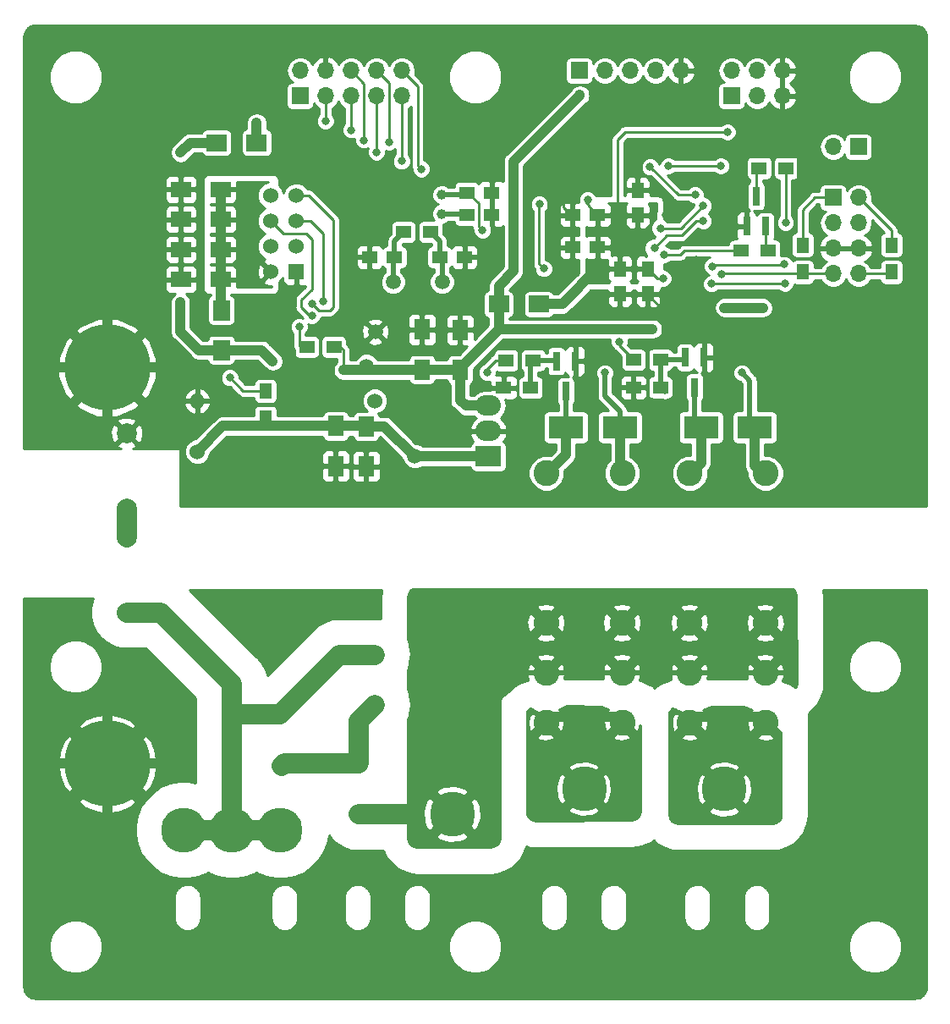
<source format=gbl>
G04 #@! TF.GenerationSoftware,KiCad,Pcbnew,(5.0.0)*
G04 #@! TF.CreationDate,2020-01-02T15:26:17+02:00*
G04 #@! TF.ProjectId,Socket,536F636B65742E6B696361645F706362,1.1*
G04 #@! TF.SameCoordinates,Original*
G04 #@! TF.FileFunction,Copper,L2,Bot,Mixed*
G04 #@! TF.FilePolarity,Positive*
%FSLAX46Y46*%
G04 Gerber Fmt 4.6, Leading zero omitted, Abs format (unit mm)*
G04 Created by KiCad (PCBNEW (5.0.0)) date 01/02/20 15:26:17*
%MOMM*%
%LPD*%
G01*
G04 APERTURE LIST*
G04 #@! TA.AperFunction,ComponentPad*
%ADD10C,2.600000*%
G04 #@! TD*
G04 #@! TA.AperFunction,SMDPad,CuDef*
%ADD11R,1.250000X1.500000*%
G04 #@! TD*
G04 #@! TA.AperFunction,SMDPad,CuDef*
%ADD12R,1.500000X1.250000*%
G04 #@! TD*
G04 #@! TA.AperFunction,SMDPad,CuDef*
%ADD13R,2.000000X1.600000*%
G04 #@! TD*
G04 #@! TA.AperFunction,ComponentPad*
%ADD14O,1.700000X1.700000*%
G04 #@! TD*
G04 #@! TA.AperFunction,ComponentPad*
%ADD15R,1.700000X1.700000*%
G04 #@! TD*
G04 #@! TA.AperFunction,ComponentPad*
%ADD16C,2.000000*%
G04 #@! TD*
G04 #@! TA.AperFunction,SMDPad,CuDef*
%ADD17R,3.500000X2.300000*%
G04 #@! TD*
G04 #@! TA.AperFunction,SMDPad,CuDef*
%ADD18R,0.800000X1.900000*%
G04 #@! TD*
G04 #@! TA.AperFunction,SMDPad,CuDef*
%ADD19R,1.500000X1.300000*%
G04 #@! TD*
G04 #@! TA.AperFunction,ComponentPad*
%ADD20C,1.524000*%
G04 #@! TD*
G04 #@! TA.AperFunction,ComponentPad*
%ADD21R,1.524000X1.524000*%
G04 #@! TD*
G04 #@! TA.AperFunction,ComponentPad*
%ADD22C,1.501140*%
G04 #@! TD*
G04 #@! TA.AperFunction,ComponentPad*
%ADD23C,8.600000*%
G04 #@! TD*
G04 #@! TA.AperFunction,ComponentPad*
%ADD24C,1.500000*%
G04 #@! TD*
G04 #@! TA.AperFunction,ComponentPad*
%ADD25C,1.000000*%
G04 #@! TD*
G04 #@! TA.AperFunction,ComponentPad*
%ADD26C,1.600000*%
G04 #@! TD*
G04 #@! TA.AperFunction,SMDPad,CuDef*
%ADD27R,1.300000X1.500000*%
G04 #@! TD*
G04 #@! TA.AperFunction,SMDPad,CuDef*
%ADD28R,1.600000X2.000000*%
G04 #@! TD*
G04 #@! TA.AperFunction,SMDPad,CuDef*
%ADD29R,1.700000X2.000000*%
G04 #@! TD*
G04 #@! TA.AperFunction,SMDPad,CuDef*
%ADD30R,2.000000X1.700000*%
G04 #@! TD*
G04 #@! TA.AperFunction,BGAPad,CuDef*
%ADD31C,1.500000*%
G04 #@! TD*
G04 #@! TA.AperFunction,ComponentPad*
%ADD32R,2.540000X2.032000*%
G04 #@! TD*
G04 #@! TA.AperFunction,ComponentPad*
%ADD33O,2.540000X2.032000*%
G04 #@! TD*
G04 #@! TA.AperFunction,ComponentPad*
%ADD34C,4.500880*%
G04 #@! TD*
G04 #@! TA.AperFunction,ComponentPad*
%ADD35O,1.524000X1.524000*%
G04 #@! TD*
G04 #@! TA.AperFunction,ViaPad*
%ADD36C,0.800000*%
G04 #@! TD*
G04 #@! TA.AperFunction,ViaPad*
%ADD37C,1.300000*%
G04 #@! TD*
G04 #@! TA.AperFunction,Conductor*
%ADD38C,1.000000*%
G04 #@! TD*
G04 #@! TA.AperFunction,Conductor*
%ADD39C,0.250000*%
G04 #@! TD*
G04 #@! TA.AperFunction,Conductor*
%ADD40C,0.500000*%
G04 #@! TD*
G04 #@! TA.AperFunction,Conductor*
%ADD41C,2.000000*%
G04 #@! TD*
G04 #@! TA.AperFunction,Conductor*
%ADD42C,0.300000*%
G04 #@! TD*
G04 #@! TA.AperFunction,Conductor*
%ADD43C,0.254000*%
G04 #@! TD*
G04 APERTURE END LIST*
D10*
G04 #@! TO.P,K401,24*
G04 #@! TO.N,/Relays/Lout1*
X127062000Y-125638000D03*
G04 #@! TO.P,K401,21*
G04 #@! TO.N,HT*
X127062000Y-120638000D03*
G04 #@! TO.P,K401,22*
X127062000Y-115638000D03*
G04 #@! TO.P,K401,14*
G04 #@! TO.N,/Relays/Lout1*
X119462000Y-125638000D03*
G04 #@! TO.P,K401,11*
G04 #@! TO.N,HT*
X119462000Y-120638000D03*
G04 #@! TO.P,K401,12*
X119462000Y-115638000D03*
G04 #@! TO.P,K401,A2*
G04 #@! TO.N,/Relays/Relay1*
X119462000Y-100638000D03*
G04 #@! TO.P,K401,A1*
G04 #@! TO.N,+12V*
X127062000Y-100638000D03*
G04 #@! TD*
G04 #@! TO.P,K402,24*
G04 #@! TO.N,/Relays/Lout2*
X112718000Y-125638000D03*
G04 #@! TO.P,K402,21*
G04 #@! TO.N,HT*
X112718000Y-120638000D03*
G04 #@! TO.P,K402,22*
X112718000Y-115638000D03*
G04 #@! TO.P,K402,14*
G04 #@! TO.N,/Relays/Lout2*
X105118000Y-125638000D03*
G04 #@! TO.P,K402,11*
G04 #@! TO.N,HT*
X105118000Y-120638000D03*
G04 #@! TO.P,K402,12*
X105118000Y-115638000D03*
G04 #@! TO.P,K402,A2*
G04 #@! TO.N,/Relays/Relay2*
X105118000Y-100638000D03*
G04 #@! TO.P,K402,A1*
G04 #@! TO.N,+12V*
X112718000Y-100638000D03*
G04 #@! TD*
D11*
G04 #@! TO.P,C311,2*
G04 #@! TO.N,GND*
X115278000Y-82692000D03*
G04 #@! TO.P,C311,1*
G04 #@! TO.N,/Processor/vdd_filt*
X115278000Y-80192000D03*
G04 #@! TD*
D12*
G04 #@! TO.P,C307,2*
G04 #@! TO.N,GND*
X99650000Y-74808000D03*
G04 #@! TO.P,C307,1*
G04 #@! TO.N,/Processor/OSC32OUT*
X97150000Y-74808000D03*
G04 #@! TD*
G04 #@! TO.P,C306,2*
G04 #@! TO.N,GND*
X96925571Y-79014775D03*
G04 #@! TO.P,C306,1*
G04 #@! TO.N,/Processor/XTAL11*
X94425571Y-79014775D03*
G04 #@! TD*
D11*
G04 #@! TO.P,C304,2*
G04 #@! TO.N,GND*
X114250000Y-72318000D03*
G04 #@! TO.P,C304,1*
G04 #@! TO.N,/Processor/vdd_filt*
X114250000Y-74818000D03*
G04 #@! TD*
D12*
G04 #@! TO.P,C303,2*
G04 #@! TO.N,GND*
X107750000Y-74800000D03*
G04 #@! TO.P,C303,1*
G04 #@! TO.N,/Processor/vdd_filt*
X110250000Y-74800000D03*
G04 #@! TD*
D11*
G04 #@! TO.P,C302,2*
G04 #@! TO.N,GND*
X112484000Y-82692000D03*
G04 #@! TO.P,C302,1*
G04 #@! TO.N,/Processor/vdd_filt*
X112484000Y-80192000D03*
G04 #@! TD*
D12*
G04 #@! TO.P,C301,2*
G04 #@! TO.N,GND*
X107750000Y-78050000D03*
G04 #@! TO.P,C301,1*
G04 #@! TO.N,/Processor/vdd_filt*
X110250000Y-78050000D03*
G04 #@! TD*
G04 #@! TO.P,C308,2*
G04 #@! TO.N,GND*
X99650000Y-72558000D03*
G04 #@! TO.P,C308,1*
G04 #@! TO.N,/Processor/XTAL21*
X97150000Y-72558000D03*
G04 #@! TD*
G04 #@! TO.P,C305,2*
G04 #@! TO.N,GND*
X87425571Y-79014775D03*
G04 #@! TO.P,C305,1*
G04 #@! TO.N,/Processor/OSCOUT*
X89925571Y-79014775D03*
G04 #@! TD*
D13*
G04 #@! TO.P,C202,2*
G04 #@! TO.N,GND*
X68540000Y-78240000D03*
G04 #@! TO.P,C202,1*
G04 #@! TO.N,/RF/rfPWR_filt*
X72540000Y-78240000D03*
G04 #@! TD*
D14*
G04 #@! TO.P,P307,10*
G04 #@! TO.N,/Processor/PA0*
X90640000Y-60360000D03*
G04 #@! TO.P,P307,9*
G04 #@! TO.N,/Processor/PB9*
X90640000Y-62900000D03*
G04 #@! TO.P,P307,8*
G04 #@! TO.N,/Processor/PB7*
X88100000Y-60360000D03*
G04 #@! TO.P,P307,7*
G04 #@! TO.N,/Processor/PB8*
X88100000Y-62900000D03*
G04 #@! TO.P,P307,6*
G04 #@! TO.N,/Processor/PB6*
X85560000Y-60360000D03*
G04 #@! TO.P,P307,5*
G04 #@! TO.N,/Processor/PB5*
X85560000Y-62900000D03*
G04 #@! TO.P,P307,4*
G04 #@! TO.N,GND*
X83020000Y-60360000D03*
G04 #@! TO.P,P307,3*
G04 #@! TO.N,/Processor/PB4*
X83020000Y-62900000D03*
G04 #@! TO.P,P307,2*
G04 #@! TO.N,/Processor/vdd_io*
X80480000Y-60360000D03*
D15*
G04 #@! TO.P,P307,1*
G04 #@! TO.N,/Processor/PB3*
X80480000Y-62900000D03*
G04 #@! TD*
D16*
G04 #@! TO.P,C103,2*
G04 #@! TO.N,GND*
X63119000Y-96647000D03*
G04 #@! TO.P,C103,1*
G04 #@! TO.N,/Mid*
X63119000Y-104147000D03*
G04 #@! TD*
G04 #@! TO.P,C104,2*
G04 #@! TO.N,/Mid*
X63119000Y-107054000D03*
G04 #@! TO.P,C104,1*
G04 #@! TO.N,GNDPWR*
X63119000Y-114554000D03*
G04 #@! TD*
D17*
G04 #@! TO.P,D301,2*
G04 #@! TO.N,/Relays/Relay1*
X120586000Y-96050000D03*
G04 #@! TO.P,D301,1*
G04 #@! TO.N,+12V*
X125986000Y-96050000D03*
G04 #@! TD*
G04 #@! TO.P,D304,2*
G04 #@! TO.N,/Relays/Relay2*
X107078000Y-96050000D03*
G04 #@! TO.P,D304,1*
G04 #@! TO.N,+12V*
X112478000Y-96050000D03*
G04 #@! TD*
D18*
G04 #@! TO.P,Q301,3*
G04 #@! TO.N,/Relays/Relay1*
X119944000Y-92051000D03*
G04 #@! TO.P,Q301,2*
G04 #@! TO.N,GND*
X120894000Y-89051000D03*
G04 #@! TO.P,Q301,1*
G04 #@! TO.N,Net-(Q301-Pad1)*
X118994000Y-89051000D03*
G04 #@! TD*
G04 #@! TO.P,Q302,3*
G04 #@! TO.N,/Relays/Relay2*
X107061000Y-92432000D03*
G04 #@! TO.P,Q302,2*
G04 #@! TO.N,GND*
X108011000Y-89432000D03*
G04 #@! TO.P,Q302,1*
G04 #@! TO.N,Net-(Q302-Pad1)*
X106111000Y-89432000D03*
G04 #@! TD*
D19*
G04 #@! TO.P,R301,2*
G04 #@! TO.N,/Ctrl1*
X113844000Y-89296000D03*
G04 #@! TO.P,R301,1*
G04 #@! TO.N,Net-(Q301-Pad1)*
X116544000Y-89296000D03*
G04 #@! TD*
G04 #@! TO.P,R303,2*
G04 #@! TO.N,Net-(Q301-Pad1)*
X116544000Y-92046000D03*
G04 #@! TO.P,R303,1*
G04 #@! TO.N,GND*
X113844000Y-92046000D03*
G04 #@! TD*
G04 #@! TO.P,R309,2*
G04 #@! TO.N,/Ctrl2*
X101088688Y-89341636D03*
G04 #@! TO.P,R309,1*
G04 #@! TO.N,Net-(Q302-Pad1)*
X103788688Y-89341636D03*
G04 #@! TD*
G04 #@! TO.P,R310,2*
G04 #@! TO.N,Net-(Q302-Pad1)*
X103538688Y-92091636D03*
G04 #@! TO.P,R310,1*
G04 #@! TO.N,GND*
X100838688Y-92091636D03*
G04 #@! TD*
D20*
G04 #@! TO.P,U201,8*
G04 #@! TO.N,/rfIRQ*
X77560000Y-72860000D03*
G04 #@! TO.P,U201,7*
G04 #@! TO.N,/rfMISO*
X80100000Y-72860000D03*
G04 #@! TO.P,U201,6*
G04 #@! TO.N,/rfMOSI*
X77560000Y-75400000D03*
G04 #@! TO.P,U201,5*
G04 #@! TO.N,/rfCSK*
X80100000Y-75400000D03*
G04 #@! TO.P,U201,4*
G04 #@! TO.N,/rfCSN*
X77560000Y-77940000D03*
G04 #@! TO.P,U201,3*
G04 #@! TO.N,/rfCE*
X80100000Y-77940000D03*
G04 #@! TO.P,U201,2*
G04 #@! TO.N,/RF/rfPWR_filt*
X77560000Y-80480000D03*
D21*
G04 #@! TO.P,U201,1*
G04 #@! TO.N,GND*
X80100000Y-80480000D03*
G04 #@! TD*
D22*
G04 #@! TO.P,F101,2*
G04 #@! TO.N,/L_fused*
X86332160Y-129702000D03*
G04 #@! TO.P,F101,1*
G04 #@! TO.N,HT*
X86322000Y-134782000D03*
G04 #@! TD*
D23*
G04 #@! TO.P,J101,1*
G04 #@! TO.N,Earth*
X61176000Y-129702000D03*
G04 #@! TD*
G04 #@! TO.P,J102,1*
G04 #@! TO.N,GND*
X61176000Y-90078000D03*
G04 #@! TD*
D19*
G04 #@! TO.P,R312,2*
G04 #@! TO.N,/Processor/OSCOUT*
X90825571Y-76514775D03*
G04 #@! TO.P,R312,1*
G04 #@! TO.N,/Processor/XTAL11*
X93525571Y-76514775D03*
G04 #@! TD*
D24*
G04 #@! TO.P,Y301,2*
G04 #@! TO.N,/Processor/XTAL11*
X94675571Y-81514775D03*
G04 #@! TO.P,Y301,1*
G04 #@! TO.N,/Processor/OSCOUT*
X89775571Y-81514775D03*
G04 #@! TD*
D25*
G04 #@! TO.P,Y302,2*
G04 #@! TO.N,/Processor/OSC32OUT*
X94650000Y-74676000D03*
G04 #@! TO.P,Y302,1*
G04 #@! TO.N,/Processor/XTAL21*
X94650000Y-72776000D03*
G04 #@! TD*
D26*
G04 #@! TO.P,RV101,2*
G04 #@! TO.N,/L_fused*
X78654000Y-129956000D03*
G04 #@! TO.P,RV101,1*
G04 #@! TO.N,GNDPWR*
X73654000Y-128656000D03*
G04 #@! TD*
D18*
G04 #@! TO.P,Q304,3*
G04 #@! TO.N,Net-(Q304-Pad3)*
X126111000Y-72922000D03*
G04 #@! TO.P,Q304,2*
G04 #@! TO.N,GND*
X125161000Y-75922000D03*
G04 #@! TO.P,Q304,1*
G04 #@! TO.N,Net-(Q304-Pad1)*
X127061000Y-75922000D03*
G04 #@! TD*
D27*
G04 #@! TO.P,R316,2*
G04 #@! TO.N,/Processor/PB13*
X130772000Y-80506000D03*
G04 #@! TO.P,R316,1*
G04 #@! TO.N,+5V*
X130772000Y-77806000D03*
G04 #@! TD*
G04 #@! TO.P,R317,2*
G04 #@! TO.N,/Processor/PB14*
X139662000Y-80506000D03*
G04 #@! TO.P,R317,1*
G04 #@! TO.N,+5V*
X139662000Y-77806000D03*
G04 #@! TD*
D19*
G04 #@! TO.P,R319,2*
G04 #@! TO.N,/Processor/led1*
X129112000Y-70104000D03*
G04 #@! TO.P,R319,1*
G04 #@! TO.N,Net-(Q304-Pad3)*
X126412000Y-70104000D03*
G04 #@! TD*
G04 #@! TO.P,R321,2*
G04 #@! TO.N,Net-(Q304-Pad1)*
X127296000Y-78394000D03*
G04 #@! TO.P,R321,1*
G04 #@! TO.N,/Processor/PB11*
X124596000Y-78394000D03*
G04 #@! TD*
D14*
G04 #@! TO.P,P303,6*
G04 #@! TO.N,GND*
X128740000Y-60360000D03*
G04 #@! TO.P,P303,5*
X128740000Y-62900000D03*
G04 #@! TO.P,P303,4*
G04 #@! TO.N,/Processor/boot1con*
X126200000Y-60360000D03*
G04 #@! TO.P,P303,3*
G04 #@! TO.N,/Processor/boot0con*
X126200000Y-62900000D03*
G04 #@! TO.P,P303,2*
G04 #@! TO.N,/Processor/vdd_filt*
X123660000Y-60360000D03*
D15*
G04 #@! TO.P,P303,1*
X123660000Y-62900000D03*
G04 #@! TD*
D14*
G04 #@! TO.P,P304,5*
G04 #@! TO.N,GND*
X118580000Y-60360000D03*
G04 #@! TO.P,P304,4*
G04 #@! TO.N,/Processor/nrstcon*
X116040000Y-60360000D03*
G04 #@! TO.P,P304,3*
G04 #@! TO.N,/Processor/swdclkcon*
X113500000Y-60360000D03*
G04 #@! TO.P,P304,2*
G04 #@! TO.N,/Processor/swdiocon*
X110960000Y-60360000D03*
D15*
G04 #@! TO.P,P304,1*
G04 #@! TO.N,+5V*
X108420000Y-60360000D03*
G04 #@! TD*
D14*
G04 #@! TO.P,P305,2*
G04 #@! TO.N,/Processor/UART1_RX*
X133820000Y-67980000D03*
D15*
G04 #@! TO.P,P305,1*
G04 #@! TO.N,/Processor/UART1_TX*
X136360000Y-67980000D03*
G04 #@! TD*
D28*
G04 #@! TO.P,C101,2*
G04 #@! TO.N,GND*
X87084000Y-99952000D03*
G04 #@! TO.P,C101,1*
G04 #@! TO.N,+12V*
X87084000Y-95952000D03*
G04 #@! TD*
G04 #@! TO.P,C102,2*
G04 #@! TO.N,GND*
X84036000Y-99920000D03*
G04 #@! TO.P,C102,1*
G04 #@! TO.N,+12V*
X84036000Y-95920000D03*
G04 #@! TD*
D13*
G04 #@! TO.P,C201,2*
G04 #@! TO.N,GND*
X68540000Y-81240000D03*
G04 #@! TO.P,C201,1*
G04 #@! TO.N,/RF/rfPWR_filt*
X72540000Y-81240000D03*
G04 #@! TD*
G04 #@! TO.P,C203,2*
G04 #@! TO.N,GND*
X68540000Y-75240000D03*
G04 #@! TO.P,C203,1*
G04 #@! TO.N,/RF/rfPWR_filt*
X72540000Y-75240000D03*
G04 #@! TD*
G04 #@! TO.P,C204,2*
G04 #@! TO.N,GND*
X68540000Y-72240000D03*
G04 #@! TO.P,C204,1*
G04 #@! TO.N,/RF/rfPWR_filt*
X72540000Y-72240000D03*
G04 #@! TD*
D29*
G04 #@! TO.P,L201,2*
G04 #@! TO.N,/RF/rfPWR_filt*
X72600000Y-84325000D03*
G04 #@! TO.P,L201,1*
G04 #@! TO.N,+5V*
X72600000Y-88325000D03*
G04 #@! TD*
D30*
G04 #@! TO.P,L301,2*
G04 #@! TO.N,/Processor/vdd_io*
X76125000Y-67575000D03*
G04 #@! TO.P,L301,1*
G04 #@! TO.N,+5V*
X72125000Y-67575000D03*
G04 #@! TD*
D14*
G04 #@! TO.P,P306,8*
G04 #@! TO.N,/Processor/PB14*
X136360000Y-80680000D03*
G04 #@! TO.P,P306,7*
G04 #@! TO.N,/Processor/PB13*
X133820000Y-80680000D03*
G04 #@! TO.P,P306,6*
G04 #@! TO.N,GND*
X136360000Y-78140000D03*
G04 #@! TO.P,P306,5*
X133820000Y-78140000D03*
G04 #@! TO.P,P306,4*
G04 #@! TO.N,/Processor/led2*
X136360000Y-75600000D03*
G04 #@! TO.P,P306,3*
G04 #@! TO.N,/Processor/led1*
X133820000Y-75600000D03*
G04 #@! TO.P,P306,2*
G04 #@! TO.N,+5V*
X136360000Y-73060000D03*
D15*
G04 #@! TO.P,P306,1*
X133820000Y-73060000D03*
G04 #@! TD*
D28*
G04 #@! TO.P,C105,2*
G04 #@! TO.N,GND*
X96482000Y-86300000D03*
G04 #@! TO.P,C105,1*
G04 #@! TO.N,+5V*
X96482000Y-90300000D03*
G04 #@! TD*
G04 #@! TO.P,C106,2*
G04 #@! TO.N,GND*
X92672000Y-86268000D03*
G04 #@! TO.P,C106,1*
G04 #@! TO.N,+5V*
X92672000Y-90268000D03*
G04 #@! TD*
D30*
G04 #@! TO.P,L302,2*
G04 #@! TO.N,/Processor/vdd_filt*
X104356000Y-83728000D03*
G04 #@! TO.P,L302,1*
G04 #@! TO.N,+5V*
X100356000Y-83728000D03*
G04 #@! TD*
D31*
G04 #@! TO.P,TP101,1*
G04 #@! TO.N,+5V*
X87122000Y-89916000D03*
G04 #@! TD*
G04 #@! TO.P,TP104,1*
G04 #@! TO.N,+12V*
X91948000Y-98933000D03*
G04 #@! TD*
G04 #@! TO.P,TP108,1*
G04 #@! TO.N,GND*
X88011000Y-86487000D03*
G04 #@! TD*
D32*
G04 #@! TO.P,U102,1*
G04 #@! TO.N,+12V*
X99314000Y-98968000D03*
D33*
G04 #@! TO.P,U102,3*
G04 #@! TO.N,+5V*
X99314000Y-93888000D03*
G04 #@! TO.P,U102,2*
G04 #@! TO.N,GND*
X99314000Y-96428000D03*
G04 #@! TD*
D34*
G04 #@! TO.P,P101,1*
G04 #@! TO.N,HT*
X95720000Y-134782000D03*
G04 #@! TD*
G04 #@! TO.P,P102,1*
G04 #@! TO.N,GNDPWR*
X73654000Y-136312000D03*
G04 #@! TD*
G04 #@! TO.P,P103,1*
G04 #@! TO.N,GNDPWR*
X68834000Y-136312000D03*
G04 #@! TD*
G04 #@! TO.P,P104,1*
G04 #@! TO.N,GNDPWR*
X78486000Y-136312000D03*
G04 #@! TD*
G04 #@! TO.P,P301,1*
G04 #@! TO.N,/Relays/Lout1*
X122898000Y-132242000D03*
G04 #@! TD*
G04 #@! TO.P,P302,1*
G04 #@! TO.N,/Relays/Lout2*
X108928000Y-132242000D03*
G04 #@! TD*
D20*
G04 #@! TO.P,U101,*
G04 #@! TO.N,*
X87960000Y-93400000D03*
G04 #@! TO.P,U101,3*
G04 #@! TO.N,+12V*
X70180000Y-98480000D03*
D35*
G04 #@! TO.P,U101,4*
G04 #@! TO.N,GND*
X70180000Y-93400000D03*
D20*
G04 #@! TO.P,U101,2*
G04 #@! TO.N,GNDPWR*
X87960000Y-118800000D03*
G04 #@! TO.P,U101,1*
G04 #@! TO.N,/L_fused*
X87960000Y-123880000D03*
G04 #@! TD*
D19*
G04 #@! TO.P,R101,2*
G04 #@! TO.N,Net-(D101-Pad2)*
X81150000Y-88000000D03*
G04 #@! TO.P,R101,1*
G04 #@! TO.N,+5V*
X83850000Y-88000000D03*
G04 #@! TD*
D27*
G04 #@! TO.P,R102,1*
G04 #@! TO.N,+12V*
X77000000Y-95100000D03*
G04 #@! TO.P,R102,2*
G04 #@! TO.N,Net-(D102-Pad2)*
X77000000Y-92400000D03*
G04 #@! TD*
D36*
G04 #@! TO.N,+5V*
X68498476Y-83549187D03*
X68500000Y-68550000D03*
X77725000Y-89450000D03*
X126769933Y-84096659D03*
X115723210Y-86221577D03*
X108454377Y-62792211D03*
X122936000Y-84074000D03*
X84798000Y-90332000D03*
G04 #@! TO.N,GND*
X103684434Y-63031086D03*
X111414553Y-63821550D03*
X121657348Y-68128487D03*
X122706300Y-71829730D03*
X127430000Y-67150000D03*
X129000000Y-77340000D03*
X102330000Y-90710000D03*
X105690000Y-93530000D03*
X104230000Y-97490000D03*
X94810000Y-100820000D03*
X89940000Y-92310000D03*
X94610000Y-97310000D03*
X70360000Y-79740000D03*
X70360000Y-76730000D03*
X70390000Y-73730000D03*
X71997356Y-69999044D03*
X75050000Y-69980000D03*
X81040000Y-70090000D03*
X83360000Y-67620000D03*
X86600000Y-71290000D03*
X114300000Y-93980000D03*
X87428037Y-76128610D03*
X99033042Y-78762555D03*
X100202872Y-76523340D03*
X66155862Y-83345208D03*
X84201000Y-93345000D03*
X115570000Y-84709000D03*
X106828303Y-72473385D03*
X127762000Y-87122000D03*
X122174000Y-87757000D03*
X137033000Y-84836000D03*
X132969000Y-84836000D03*
X123825000Y-76962000D03*
X135661400Y-90754200D03*
X117043822Y-74816857D03*
X130303205Y-71765060D03*
X96774000Y-103174800D03*
X109270800Y-101854000D03*
X117856000Y-93980000D03*
X115824000Y-103174800D03*
X123444000Y-101600000D03*
X133145765Y-63587739D03*
X122173999Y-65381895D03*
X117856000Y-68072000D03*
X119126000Y-71374000D03*
X120142000Y-79248000D03*
X120396000Y-83566000D03*
X54610000Y-85090000D03*
X54610000Y-74676000D03*
X54610000Y-65786000D03*
X63462000Y-65694000D03*
X63500000Y-57404000D03*
X75184000Y-57404000D03*
X92964000Y-57404000D03*
X104140000Y-57404000D03*
X121158000Y-57404000D03*
X133096000Y-57404000D03*
X141986000Y-64516000D03*
X141732000Y-72644000D03*
X141732000Y-83312000D03*
X141732000Y-89154000D03*
X140716000Y-93218000D03*
X131318000Y-93218000D03*
X131318000Y-98552000D03*
X140716000Y-98552000D03*
X140716000Y-103124000D03*
X131318000Y-103124000D03*
X103340000Y-78902000D03*
X103340000Y-72806000D03*
X104864000Y-81696000D03*
X87084000Y-102016000D03*
X84036000Y-102016000D03*
X117818000Y-84744000D03*
X66136000Y-72144000D03*
X66136000Y-75192000D03*
X66136000Y-78240000D03*
X66136000Y-81288000D03*
X109350000Y-84658000D03*
X93520000Y-63100000D03*
X103900000Y-69800000D03*
X93100000Y-71750000D03*
X105400000Y-78100000D03*
X110950000Y-89050000D03*
X98300000Y-91800000D03*
X89600000Y-88700000D03*
X80500000Y-97700000D03*
X74250000Y-97700000D03*
X80450000Y-94150000D03*
X74100000Y-93950000D03*
X69750000Y-101900000D03*
X54600000Y-96550000D03*
X69900000Y-60350000D03*
X69900000Y-63500000D03*
X116150000Y-97510000D03*
X75570000Y-83490000D03*
X78650000Y-83460000D03*
X68480000Y-91120000D03*
X75700000Y-86700000D03*
X108450000Y-70200000D03*
X114450000Y-68950000D03*
G04 #@! TO.N,/Ctrl1*
X112400000Y-87500000D03*
G04 #@! TO.N,/Ctrl2*
X99172798Y-90549936D03*
G04 #@! TO.N,/rfMOSI*
X81650000Y-84850000D03*
G04 #@! TO.N,/rfMISO*
X81650000Y-83650000D03*
G04 #@! TO.N,/rfCSK*
X82774990Y-83413156D03*
D37*
G04 #@! TO.N,HT*
X98682075Y-120805545D03*
X98548042Y-126246219D03*
X98521235Y-131634352D03*
X93980000Y-131572000D03*
X93980000Y-126238000D03*
X93980000Y-120904000D03*
X93980000Y-115570000D03*
X98806000Y-115570000D03*
G04 #@! TO.N,Earth*
X63300000Y-138400000D03*
X54500000Y-115400000D03*
X54900000Y-124800000D03*
X83804015Y-113810175D03*
X75832423Y-116050557D03*
X92591996Y-150442032D03*
X82931000Y-140589000D03*
X87630000Y-140716000D03*
X115824000Y-139954000D03*
X133096000Y-139700000D03*
X133096000Y-127508000D03*
X134366000Y-114300000D03*
X141224000Y-114554000D03*
X140462000Y-127508000D03*
X140462000Y-139700000D03*
X131572000Y-150622000D03*
X118618000Y-150622000D03*
X106934000Y-150622000D03*
X82042000Y-150368000D03*
X65786000Y-150368000D03*
X54610000Y-140208000D03*
X71870000Y-113610000D03*
X64250000Y-119930000D03*
D36*
G04 #@! TO.N,/Processor/boot0*
X122592706Y-69905365D03*
X117310000Y-69885000D03*
G04 #@! TO.N,/Processor/boot1*
X120825000Y-75400000D03*
X115925000Y-78125000D03*
G04 #@! TO.N,/Processor/swdio*
X120000000Y-72800000D03*
X115500000Y-70000000D03*
G04 #@! TO.N,/Processor/nrst*
X116576653Y-76113632D03*
X120827800Y-73888600D03*
G04 #@! TO.N,/Processor/XTAL21*
X98726156Y-76292233D03*
G04 #@! TO.N,/Processor/PB4*
X83001434Y-65406505D03*
G04 #@! TO.N,/Processor/PB5*
X85598000Y-66294000D03*
G04 #@! TO.N,/Processor/PB6*
X86848280Y-67310000D03*
G04 #@! TO.N,/Processor/PB7*
X89400000Y-67500000D03*
G04 #@! TO.N,/Processor/PB8*
X88100781Y-68535657D03*
G04 #@! TO.N,/Processor/PB9*
X90618594Y-69414682D03*
G04 #@! TO.N,/Processor/PA0*
X104411859Y-73729594D03*
X104854100Y-80173959D03*
X92600000Y-70200000D03*
G04 #@! TO.N,/Processor/led1*
X129051491Y-75575367D03*
G04 #@! TO.N,/Processor/PB13*
X122645498Y-80727216D03*
G04 #@! TO.N,/Processor/PB14*
X121727360Y-79935230D03*
X128925000Y-79750000D03*
G04 #@! TO.N,/Processor/PB12*
X121628000Y-81696000D03*
X129000000Y-81675000D03*
G04 #@! TO.N,/Processor/PB11*
X116876774Y-78790746D03*
G04 #@! TO.N,/Processor/vdd_io*
X76125000Y-65575000D03*
G04 #@! TO.N,+12V*
X124676000Y-90586000D03*
X110960000Y-90586000D03*
G04 #@! TO.N,/Processor/vdd_filt*
X109621747Y-79705618D03*
X114046000Y-78486000D03*
X123250000Y-66500000D03*
X109250000Y-73300000D03*
X116800000Y-81150000D03*
X115800000Y-73975000D03*
X110800000Y-81250000D03*
G04 #@! TO.N,Net-(D101-Pad2)*
X80375000Y-86000000D03*
G04 #@! TO.N,Net-(D102-Pad2)*
X73434576Y-91089079D03*
G04 #@! TD*
D38*
G04 #@! TO.N,+5V*
X68498476Y-86473476D02*
X68498476Y-83549187D01*
X70350000Y-88325000D02*
X68498476Y-86473476D01*
X72600000Y-88325000D02*
X70350000Y-88325000D01*
X72125000Y-67575000D02*
X69475000Y-67575000D01*
X69475000Y-67575000D02*
X68500000Y-68550000D01*
X72600000Y-88325000D02*
X76600000Y-88325000D01*
X76600000Y-88325000D02*
X77725000Y-89450000D01*
X99314000Y-93888000D02*
X97044000Y-93888000D01*
X97044000Y-93888000D02*
X96482000Y-93326000D01*
X96482000Y-93326000D02*
X96482000Y-92300000D01*
X96482000Y-92300000D02*
X96482000Y-90300000D01*
X84798000Y-90332000D02*
X86106000Y-90332000D01*
X86106000Y-90332000D02*
X92608000Y-90332000D01*
D39*
X87122000Y-89916000D02*
X86522000Y-89916000D01*
X86522000Y-89916000D02*
X86106000Y-90332000D01*
D38*
X126745409Y-84072135D02*
X126769933Y-84096659D01*
X122937865Y-84072135D02*
X126745409Y-84072135D01*
X122936000Y-84074000D02*
X122937865Y-84072135D01*
X115718787Y-86226000D02*
X115723210Y-86221577D01*
X100356000Y-86226000D02*
X115718787Y-86226000D01*
D39*
X84798000Y-90332000D02*
X84798000Y-88298000D01*
X84798000Y-88298000D02*
X84500000Y-88000000D01*
X131970000Y-73060000D02*
X133820000Y-73060000D01*
D38*
X96482000Y-90300000D02*
X96482000Y-90100000D01*
X96482000Y-90100000D02*
X100356000Y-86226000D01*
X100356000Y-86226000D02*
X100356000Y-83728000D01*
X96482000Y-90300000D02*
X92704000Y-90300000D01*
X92704000Y-90300000D02*
X92672000Y-90268000D01*
D39*
X130772000Y-77806000D02*
X130772000Y-74258000D01*
X130772000Y-74258000D02*
X131970000Y-73060000D01*
D38*
X100356000Y-83728000D02*
X100506000Y-83728000D01*
X92608000Y-90332000D02*
X92672000Y-90268000D01*
D39*
X139662000Y-77806000D02*
X139662000Y-76362000D01*
X139662000Y-76362000D02*
X136360000Y-73060000D01*
D38*
X108454377Y-62845623D02*
X108454377Y-62792211D01*
X101816000Y-69484000D02*
X108454377Y-62845623D01*
X101816000Y-80418000D02*
X101816000Y-69484000D01*
X100356000Y-83728000D02*
X100356000Y-81878000D01*
X100356000Y-81878000D02*
X101816000Y-80418000D01*
D39*
G04 #@! TO.N,GND*
X112590103Y-62646000D02*
X111414553Y-63821550D01*
X122173999Y-65381895D02*
X119438104Y-62646000D01*
X119438104Y-62646000D02*
X112590103Y-62646000D01*
X121521999Y-67993138D02*
X121657348Y-68128487D01*
X117934862Y-67993138D02*
X121521999Y-67993138D01*
X117856000Y-68072000D02*
X117934862Y-67993138D01*
X119126000Y-71374000D02*
X122250570Y-71374000D01*
X122250570Y-71374000D02*
X122706300Y-71829730D01*
X133145765Y-63587739D02*
X130992261Y-63587739D01*
X130992261Y-63587739D02*
X127430000Y-67150000D01*
X100840000Y-90910000D02*
X101040000Y-90710000D01*
X101040000Y-90710000D02*
X102330000Y-90710000D01*
X100840000Y-91190324D02*
X100840000Y-90910000D01*
X100838688Y-92091636D02*
X100838688Y-91191636D01*
X100838688Y-91191636D02*
X100840000Y-91190324D01*
X99314000Y-96428000D02*
X103168000Y-96428000D01*
X103168000Y-96428000D02*
X104230000Y-97490000D01*
X96774000Y-103174800D02*
X94810000Y-101210800D01*
X94810000Y-101210800D02*
X94810000Y-100820000D01*
X99314000Y-96428000D02*
X95492000Y-96428000D01*
X95492000Y-96428000D02*
X94610000Y-97310000D01*
X70360000Y-76730000D02*
X70360000Y-79740000D01*
X70110000Y-72240000D02*
X70390000Y-72520000D01*
X70390000Y-72520000D02*
X70390000Y-73730000D01*
X69790000Y-72240000D02*
X70110000Y-72240000D01*
X68540000Y-72240000D02*
X69790000Y-72240000D01*
X72016400Y-69980000D02*
X71997356Y-69999044D01*
X75050000Y-69980000D02*
X72016400Y-69980000D01*
X81040000Y-70090000D02*
X75160000Y-70090000D01*
X75160000Y-70090000D02*
X75050000Y-69980000D01*
X86600000Y-71290000D02*
X83360000Y-68050000D01*
X83360000Y-68050000D02*
X83360000Y-67620000D01*
X87425571Y-76131076D02*
X87428037Y-76128610D01*
X87425571Y-79014775D02*
X87425571Y-76131076D01*
X98245010Y-81875010D02*
X98641912Y-81875010D01*
X96925571Y-80555571D02*
X98245010Y-81875010D01*
X96925571Y-79014775D02*
X96925571Y-80555571D01*
X98780822Y-79014775D02*
X99033042Y-78762555D01*
X96925571Y-79014775D02*
X98780822Y-79014775D01*
X99650000Y-72558000D02*
X99650477Y-72557523D01*
X99650000Y-74808000D02*
X99650477Y-74808477D01*
X99650477Y-74808477D02*
X99650477Y-75970945D01*
X99650477Y-75970945D02*
X100202872Y-76523340D01*
X99650000Y-74808000D02*
X99650000Y-72558000D01*
X66136000Y-81288000D02*
X66136000Y-83325346D01*
X66136000Y-83325346D02*
X66155862Y-83345208D01*
X66136000Y-81288000D02*
X68492000Y-81288000D01*
X68492000Y-81288000D02*
X68540000Y-81240000D01*
X66136000Y-78240000D02*
X68540000Y-78240000D01*
X66136000Y-75192000D02*
X68492000Y-75192000D01*
X68492000Y-75192000D02*
X68540000Y-75240000D01*
X66136000Y-72144000D02*
X68444000Y-72144000D01*
X68444000Y-72144000D02*
X68540000Y-72240000D01*
X84201000Y-93345000D02*
X84201000Y-92850026D01*
D38*
X61176000Y-95123000D02*
X61176000Y-95461161D01*
X61176000Y-95461161D02*
X60586085Y-96051076D01*
X61176000Y-90078000D02*
X61176000Y-95123000D01*
D39*
X61595000Y-95123000D02*
X61176000Y-95123000D01*
X63119000Y-96647000D02*
X61595000Y-95123000D01*
X107625000Y-74800000D02*
X106828303Y-74003303D01*
X106828303Y-74003303D02*
X106828303Y-72473385D01*
X107750000Y-74800000D02*
X107625000Y-74800000D01*
X106818436Y-72463518D02*
X106828303Y-72473385D01*
X103682482Y-72463518D02*
X106818436Y-72463518D01*
X103340000Y-72806000D02*
X103682482Y-72463518D01*
X120894000Y-89051000D02*
X121984161Y-89051000D01*
X121984161Y-89051000D02*
X122174000Y-88861161D01*
X122174000Y-88861161D02*
X122174000Y-87757000D01*
X135661400Y-90754200D02*
X135661400Y-87528400D01*
X135661400Y-87528400D02*
X132969000Y-84836000D01*
X123849000Y-75922000D02*
X123825000Y-75946000D01*
X123825000Y-75946000D02*
X123825000Y-76962000D01*
X125161000Y-75922000D02*
X123849000Y-75922000D01*
X130302000Y-66431504D02*
X130302000Y-71763855D01*
X130302000Y-71763855D02*
X130303205Y-71765060D01*
X133145765Y-63587739D02*
X130302000Y-66431504D01*
X109270800Y-101854000D02*
X107950000Y-103174800D01*
X107950000Y-103174800D02*
X96774000Y-103174800D01*
X123444000Y-101600000D02*
X121869200Y-103174800D01*
X121869200Y-103174800D02*
X115824000Y-103174800D01*
D38*
X61176000Y-90078000D02*
X61176000Y-84366000D01*
X61176000Y-90078000D02*
X66767000Y-90078000D01*
X55059882Y-90043000D02*
X55094882Y-90078000D01*
X61176000Y-90078000D02*
X55094882Y-90078000D01*
X61176000Y-90078000D02*
X65748000Y-94650000D01*
X61176000Y-90208000D02*
X57277000Y-94107000D01*
X61176000Y-90078000D02*
X61176000Y-90208000D01*
X61176000Y-90078000D02*
X56876001Y-85778001D01*
X61179000Y-90078000D02*
X64897000Y-86360000D01*
X61176000Y-90078000D02*
X61179000Y-90078000D01*
D39*
X120396000Y-83566000D02*
X120396000Y-79502000D01*
X120396000Y-79502000D02*
X120142000Y-79248000D01*
X54610000Y-74676000D02*
X54610000Y-85090000D01*
X63462000Y-65694000D02*
X54702000Y-65694000D01*
X54702000Y-65694000D02*
X54610000Y-65786000D01*
X63500000Y-57404000D02*
X63500000Y-65656000D01*
X63500000Y-65656000D02*
X63462000Y-65694000D01*
X92964000Y-57404000D02*
X75184000Y-57404000D01*
X121158000Y-57404000D02*
X104140000Y-57404000D01*
X141732000Y-72644000D02*
X141732000Y-64770000D01*
X141732000Y-64770000D02*
X141986000Y-64516000D01*
X141732000Y-89154000D02*
X141732000Y-83312000D01*
X131318000Y-93218000D02*
X140716000Y-93218000D01*
X140716000Y-98552000D02*
X131318000Y-98552000D01*
X131318000Y-103124000D02*
X140716000Y-103124000D01*
X113844000Y-93524000D02*
X114300000Y-93980000D01*
X113844000Y-92046000D02*
X113844000Y-93524000D01*
D40*
X61140000Y-68016000D02*
X63462000Y-65694000D01*
X61140000Y-72040000D02*
X61140000Y-68016000D01*
X68540000Y-75240000D02*
X68540000Y-72240000D01*
X68540000Y-78240000D02*
X68540000Y-75240000D01*
X68540000Y-81240000D02*
X68540000Y-78240000D01*
D39*
X107750000Y-78050000D02*
X107750000Y-78925000D01*
X107750000Y-78925000D02*
X104979000Y-81696000D01*
X104979000Y-81696000D02*
X104864000Y-81696000D01*
X87084000Y-99952000D02*
X87084000Y-102016000D01*
X84036000Y-99920000D02*
X84036000Y-102016000D01*
X115278000Y-82692000D02*
X115278000Y-82817000D01*
X115278000Y-82817000D02*
X117205000Y-84744000D01*
X117205000Y-84744000D02*
X117818000Y-84744000D01*
X132670000Y-63111974D02*
X133145765Y-63587739D01*
X133096000Y-57404000D02*
X132670000Y-57830000D01*
X132670000Y-57830000D02*
X132670000Y-63111974D01*
X94890000Y-64530000D02*
X93390000Y-63030000D01*
X94890000Y-71190000D02*
X94890000Y-64530000D01*
X94580000Y-71500000D02*
X94890000Y-71190000D01*
X86600000Y-71290000D02*
X86810000Y-71500000D01*
X86810000Y-71500000D02*
X94580000Y-71500000D01*
X105450000Y-78050000D02*
X105400000Y-78100000D01*
X107750000Y-78050000D02*
X105450000Y-78050000D01*
X110568000Y-89432000D02*
X108011000Y-89432000D01*
X110950000Y-89050000D02*
X110568000Y-89432000D01*
X98300000Y-92003979D02*
X97668990Y-92634989D01*
X98300000Y-91800000D02*
X98300000Y-92003979D01*
X98591636Y-92091636D02*
X100838688Y-92091636D01*
X98300000Y-91800000D02*
X98591636Y-92091636D01*
X91232000Y-86268000D02*
X92672000Y-86268000D01*
X89600000Y-87900000D02*
X91232000Y-86268000D01*
X89600000Y-88700000D02*
X89600000Y-87900000D01*
X82720000Y-99920000D02*
X84036000Y-99920000D01*
X80500000Y-97700000D02*
X82720000Y-99920000D01*
X79950000Y-98250000D02*
X80500000Y-97700000D01*
X74800000Y-98250000D02*
X79950000Y-98250000D01*
X74250000Y-97700000D02*
X74800000Y-98250000D01*
X73550000Y-93400000D02*
X70180000Y-93400000D01*
X74100000Y-93950000D02*
X73550000Y-93400000D01*
D40*
X67806000Y-65694000D02*
X63462000Y-65694000D01*
X69900000Y-63600000D02*
X67806000Y-65694000D01*
X69900000Y-63500000D02*
X69900000Y-63600000D01*
D39*
X117856000Y-95804000D02*
X117856000Y-93980000D01*
X116150000Y-97510000D02*
X117856000Y-95804000D01*
X80100000Y-82010000D02*
X80100000Y-80480000D01*
X78650000Y-83460000D02*
X80100000Y-82010000D01*
X69091884Y-90508116D02*
X68480000Y-91120000D01*
X69426116Y-90508116D02*
X69091884Y-90508116D01*
X112416328Y-62819775D02*
X111414553Y-63821550D01*
X117980225Y-62819775D02*
X112416328Y-62819775D01*
X118580000Y-60360000D02*
X118580000Y-62220000D01*
X118580000Y-62220000D02*
X117980225Y-62819775D01*
X114250000Y-69150000D02*
X114250000Y-72318000D01*
X114450000Y-68950000D02*
X114250000Y-69150000D01*
D41*
G04 #@! TO.N,/Mid*
X63119000Y-104147000D02*
X63119000Y-107054000D01*
G04 #@! TO.N,GNDPWR*
X87960000Y-118800000D02*
X84389094Y-118800000D01*
X84389094Y-118800000D02*
X78445094Y-124744000D01*
X78445094Y-124744000D02*
X73654000Y-124744000D01*
X78486000Y-136312000D02*
X73654000Y-136312000D01*
X68834000Y-136312000D02*
X73654000Y-136312000D01*
X73654000Y-128656000D02*
X73654000Y-124744000D01*
X73654000Y-136312000D02*
X73654000Y-128656000D01*
X73654000Y-124744000D02*
X73654000Y-121674000D01*
X66534000Y-114554000D02*
X73654000Y-121674000D01*
X63119000Y-114554000D02*
X66534000Y-114554000D01*
D38*
G04 #@! TO.N,/Relays/Lout1*
X120100000Y-125000000D02*
X119462000Y-125638000D01*
X127062000Y-125638000D02*
X126424000Y-125000000D01*
X126424000Y-125000000D02*
X120100000Y-125000000D01*
D40*
X117550000Y-128600000D02*
X117700000Y-128750000D01*
X117550000Y-124570000D02*
X117550000Y-128600000D01*
X119462000Y-125638000D02*
X118394000Y-124570000D01*
X118394000Y-124570000D02*
X117550000Y-124570000D01*
D38*
G04 #@! TO.N,/Relays/Lout2*
X105781000Y-124975000D02*
X105118000Y-125638000D01*
X112718000Y-125638000D02*
X112055000Y-124975000D01*
X112055000Y-124975000D02*
X105781000Y-124975000D01*
D39*
X103930000Y-124450000D02*
X103450000Y-124450000D01*
X103450000Y-124450000D02*
X103350000Y-124550000D01*
X103350000Y-124550000D02*
X103350000Y-124800000D01*
D40*
X104050000Y-124570000D02*
X103470000Y-124570000D01*
X105118000Y-125638000D02*
X104050000Y-124570000D01*
G04 #@! TO.N,/Relays/Relay1*
X119944000Y-92051000D02*
X119944000Y-95408000D01*
X119944000Y-95408000D02*
X120586000Y-96050000D01*
X121402000Y-95234000D02*
X120586000Y-96050000D01*
D38*
X120586000Y-96050000D02*
X120586000Y-99600000D01*
X120586000Y-99600000D02*
X119386000Y-100800000D01*
D40*
G04 #@! TO.N,/Relays/Relay2*
X107078000Y-96050000D02*
X107078000Y-92449000D01*
X107078000Y-92449000D02*
X107061000Y-92432000D01*
D39*
X106954000Y-96174000D02*
X107078000Y-96050000D01*
D40*
X107888688Y-95239312D02*
X107078000Y-96050000D01*
D38*
X107078000Y-96050000D02*
X107078000Y-98800000D01*
X107078000Y-98800000D02*
X105078000Y-100800000D01*
D39*
G04 #@! TO.N,/Ctrl1*
X112400000Y-87852000D02*
X113844000Y-89296000D01*
X112400000Y-87500000D02*
X112400000Y-87852000D01*
G04 #@! TO.N,/Ctrl2*
X101088688Y-89341636D02*
X100023343Y-89341636D01*
X100023343Y-89341636D02*
X99172798Y-90192181D01*
X99172798Y-90192181D02*
X99172798Y-90549936D01*
G04 #@! TO.N,/rfMOSI*
X78811284Y-76651284D02*
X77560000Y-75400000D01*
X81051284Y-76651284D02*
X78811284Y-76651284D01*
X81650000Y-77250000D02*
X81051284Y-76651284D01*
X81650000Y-84850000D02*
X81425000Y-84850000D01*
X81425000Y-84850000D02*
X80600000Y-84025000D01*
X80600000Y-84025000D02*
X80600000Y-83300000D01*
X81650000Y-82250000D02*
X81650000Y-77250000D01*
X80600000Y-83300000D02*
X81650000Y-82250000D01*
G04 #@! TO.N,/rfMISO*
X83800000Y-75316857D02*
X81343143Y-72860000D01*
X83800000Y-84000000D02*
X83800000Y-75316857D01*
X81343143Y-72860000D02*
X80100000Y-72860000D01*
X81650000Y-83650000D02*
X82375000Y-84375000D01*
X83425000Y-84375000D02*
X83800000Y-84000000D01*
X82375000Y-84375000D02*
X83425000Y-84375000D01*
G04 #@! TO.N,/rfCSK*
X82774990Y-76674990D02*
X82774990Y-83413156D01*
X80100000Y-75400000D02*
X81500000Y-75400000D01*
X81500000Y-75400000D02*
X82774990Y-76674990D01*
D40*
G04 #@! TO.N,HT*
X127062000Y-120638000D02*
X128900477Y-120638000D01*
X128900477Y-120638000D02*
X129400000Y-120138477D01*
X105118000Y-120638000D02*
X98162000Y-120638000D01*
X105118000Y-120638000D02*
X112718000Y-120638000D01*
X119462000Y-120638000D02*
X112718000Y-120638000D01*
X127062000Y-120638000D02*
X119462000Y-120638000D01*
X98806000Y-120681620D02*
X98682075Y-120805545D01*
X98806000Y-115570000D02*
X98806000Y-120681620D01*
X98806000Y-126504177D02*
X98548042Y-126246219D01*
X98521235Y-131634352D02*
X98806000Y-131349587D01*
X98806000Y-131349587D02*
X98806000Y-126504177D01*
X93980000Y-126238000D02*
X93980000Y-131572000D01*
X93980000Y-115570000D02*
X93980000Y-120904000D01*
D39*
X92542811Y-136144000D02*
X92143951Y-135745140D01*
X95720000Y-134782000D02*
X94358000Y-136144000D01*
D41*
X86322000Y-134782000D02*
X91180811Y-134782000D01*
D42*
G04 #@! TO.N,Earth*
X63300000Y-138400000D02*
X62650001Y-137750001D01*
X62650001Y-137750001D02*
X62650001Y-137453001D01*
X62650001Y-137453001D02*
X61176000Y-135979000D01*
X54772000Y-129702000D02*
X54772000Y-124928000D01*
X54772000Y-124928000D02*
X54900000Y-124800000D01*
D39*
X75832423Y-116050557D02*
X78333315Y-116050557D01*
X78333315Y-116050557D02*
X80573697Y-113810175D01*
X80573697Y-113810175D02*
X83804015Y-113810175D01*
X94149964Y-152000000D02*
X105556000Y-152000000D01*
X105556000Y-152000000D02*
X106934000Y-150622000D01*
X92591996Y-150442032D02*
X94149964Y-152000000D01*
D40*
X82042000Y-150368000D02*
X82042000Y-143948435D01*
X82042000Y-143948435D02*
X85274435Y-140716000D01*
X85274435Y-140716000D02*
X87630000Y-140716000D01*
D39*
X82931000Y-140589000D02*
X87503000Y-140589000D01*
X87503000Y-140589000D02*
X87630000Y-140716000D01*
D38*
X61176000Y-129702000D02*
X61176000Y-135979000D01*
X61176000Y-129702000D02*
X61176000Y-123863000D01*
X61176000Y-129702000D02*
X67257118Y-129702000D01*
X67257118Y-129702000D02*
X67292118Y-129667000D01*
X61176000Y-129702000D02*
X54772000Y-129702000D01*
D40*
X133096000Y-127508000D02*
X133096000Y-139700000D01*
X141224000Y-114554000D02*
X134620000Y-114554000D01*
X134620000Y-114554000D02*
X134366000Y-114300000D01*
X140462000Y-139700000D02*
X140462000Y-127508000D01*
X118618000Y-150622000D02*
X131572000Y-150622000D01*
X65786000Y-150368000D02*
X82042000Y-150368000D01*
X61176000Y-129702000D02*
X54610000Y-136268000D01*
X54610000Y-136268000D02*
X54610000Y-140208000D01*
D39*
X64250000Y-122140000D02*
X64250000Y-119930000D01*
X61176000Y-123863000D02*
X62527000Y-123863000D01*
X62527000Y-123863000D02*
X64250000Y-122140000D01*
G04 #@! TO.N,/Processor/boot0*
X117310000Y-69885000D02*
X122572341Y-69885000D01*
X122572341Y-69885000D02*
X122592706Y-69905365D01*
G04 #@! TO.N,/Processor/boot1*
X120104587Y-75400000D02*
X120825000Y-75400000D01*
X118636213Y-76868374D02*
X120104587Y-75400000D01*
X117181626Y-76868374D02*
X118636213Y-76868374D01*
X115925000Y-78125000D02*
X117181626Y-76868374D01*
G04 #@! TO.N,/Processor/swdio*
X118300000Y-72800000D02*
X120000000Y-72800000D01*
X115500000Y-70000000D02*
X118300000Y-72800000D01*
G04 #@! TO.N,/Processor/nrst*
X118602768Y-76113632D02*
X116576653Y-76113632D01*
X120827800Y-73888600D02*
X118602768Y-76113632D01*
D40*
G04 #@! TO.N,/Processor/OSCOUT*
X89925571Y-79014775D02*
X89925571Y-77414775D01*
X89925571Y-77414775D02*
X90825571Y-76514775D01*
X89775571Y-81514775D02*
X89775571Y-79164775D01*
X89775571Y-79164775D02*
X89925571Y-79014775D01*
G04 #@! TO.N,/Processor/XTAL11*
X94425571Y-79014775D02*
X94425571Y-77414775D01*
X94425571Y-77414775D02*
X93525571Y-76514775D01*
X94675571Y-81514775D02*
X94675571Y-79264775D01*
X94675571Y-79264775D02*
X94425571Y-79014775D01*
G04 #@! TO.N,/Processor/OSC32OUT*
X97018000Y-74676000D02*
X97150000Y-74808000D01*
X94650000Y-74676000D02*
X97018000Y-74676000D01*
G04 #@! TO.N,/Processor/XTAL21*
X96932000Y-72776000D02*
X97150000Y-72558000D01*
X94650000Y-72776000D02*
X96932000Y-72776000D01*
D39*
X97275000Y-72558000D02*
X97150000Y-72558000D01*
X98326157Y-73609157D02*
X97275000Y-72558000D01*
X98726156Y-76292233D02*
X98326157Y-75892234D01*
X98326157Y-75892234D02*
X98326157Y-73609157D01*
G04 #@! TO.N,/Processor/PB4*
X83020000Y-62900000D02*
X83020000Y-65387939D01*
X83020000Y-65387939D02*
X83001434Y-65406505D01*
G04 #@! TO.N,/Processor/PB5*
X85560000Y-66256000D02*
X85598000Y-66294000D01*
X85560000Y-62900000D02*
X85560000Y-66256000D01*
G04 #@! TO.N,/Processor/PB6*
X86848280Y-61648280D02*
X85560000Y-60360000D01*
X86848280Y-67310000D02*
X86848280Y-61648280D01*
G04 #@! TO.N,/Processor/PB7*
X89370000Y-67470000D02*
X89370000Y-61630000D01*
X89400000Y-67500000D02*
X89370000Y-67470000D01*
X89370000Y-61630000D02*
X88100000Y-60360000D01*
G04 #@! TO.N,/Processor/PB8*
X88100000Y-68534876D02*
X88100781Y-68535657D01*
X88100000Y-62900000D02*
X88100000Y-68534876D01*
G04 #@! TO.N,/Processor/PB9*
X90640000Y-69393276D02*
X90618594Y-69414682D01*
X90640000Y-62900000D02*
X90640000Y-69393276D01*
G04 #@! TO.N,/Processor/PA0*
X104406969Y-73734484D02*
X104411859Y-73729594D01*
X104406969Y-79726828D02*
X104406969Y-73734484D01*
X104854100Y-80173959D02*
X104406969Y-79726828D01*
X92600000Y-70200000D02*
X92220000Y-69820000D01*
X92220000Y-69820000D02*
X92220000Y-61940000D01*
X92220000Y-61940000D02*
X90640000Y-60360000D01*
D41*
G04 #@! TO.N,/L_fused*
X86332160Y-129702000D02*
X86332160Y-125417840D01*
X86332160Y-125417840D02*
X87950000Y-123800000D01*
X86332160Y-129702000D02*
X78908000Y-129702000D01*
X78908000Y-129702000D02*
X78654000Y-129956000D01*
D39*
G04 #@! TO.N,/Processor/led1*
X129112000Y-70104000D02*
X129051491Y-70164509D01*
X129051491Y-70164509D02*
X129051491Y-75575367D01*
G04 #@! TO.N,/Processor/PB13*
X130598000Y-80680000D02*
X122692714Y-80680000D01*
X130772000Y-80506000D02*
X130598000Y-80680000D01*
X122692714Y-80680000D02*
X122645498Y-80727216D01*
X133820000Y-80680000D02*
X130946000Y-80680000D01*
X130946000Y-80680000D02*
X130772000Y-80506000D01*
G04 #@! TO.N,/Processor/PB14*
X136360000Y-80680000D02*
X139488000Y-80680000D01*
X139488000Y-80680000D02*
X139662000Y-80506000D01*
X128925000Y-79750000D02*
X128915001Y-79759999D01*
X128915001Y-79759999D02*
X121902591Y-79759999D01*
X121902591Y-79759999D02*
X121727360Y-79935230D01*
G04 #@! TO.N,Net-(Q304-Pad1)*
X127061000Y-75922000D02*
X127061000Y-78159000D01*
X127061000Y-78159000D02*
X127296000Y-78394000D01*
G04 #@! TO.N,/Processor/PB12*
X121628369Y-81696369D02*
X121628000Y-81696000D01*
X128978631Y-81696369D02*
X121628369Y-81696369D01*
X129000000Y-81675000D02*
X128978631Y-81696369D01*
G04 #@! TO.N,/Processor/PB11*
X118537776Y-78790746D02*
X116876774Y-78790746D01*
X118934522Y-78394000D02*
X118537776Y-78790746D01*
X124596000Y-78394000D02*
X118934522Y-78394000D01*
D38*
G04 #@! TO.N,/Processor/vdd_io*
X76125000Y-67575000D02*
X76125000Y-65575000D01*
G04 #@! TO.N,+12V*
X96482000Y-98968000D02*
X99314000Y-98968000D01*
X87084000Y-95952000D02*
X88884000Y-95952000D01*
X88884000Y-95952000D02*
X91900000Y-98968000D01*
X91900000Y-98968000D02*
X96482000Y-98968000D01*
X84036000Y-95920000D02*
X87052000Y-95920000D01*
X87052000Y-95920000D02*
X87084000Y-95952000D01*
X83916000Y-95800000D02*
X84036000Y-95920000D01*
D40*
X125478000Y-96050000D02*
X125478000Y-91388000D01*
X125478000Y-91388000D02*
X124676000Y-90586000D01*
X110960000Y-92882000D02*
X110960000Y-90586000D01*
X112478000Y-96050000D02*
X112478000Y-94400000D01*
X112478000Y-94400000D02*
X110960000Y-92882000D01*
D38*
X125986000Y-96050000D02*
X125986000Y-99900000D01*
X125986000Y-99900000D02*
X126886000Y-100800000D01*
X112478000Y-96050000D02*
X112478000Y-100700000D01*
X112478000Y-100700000D02*
X112578000Y-100800000D01*
D39*
X126886000Y-96950000D02*
X125986000Y-96050000D01*
X112578000Y-96150000D02*
X112478000Y-96050000D01*
D38*
X72740000Y-95920000D02*
X70180000Y-98480000D01*
X77000000Y-95890000D02*
X76970000Y-95920000D01*
X77000000Y-95100000D02*
X77000000Y-95890000D01*
X84036000Y-95920000D02*
X76970000Y-95920000D01*
X76970000Y-95920000D02*
X72740000Y-95920000D01*
G04 #@! TO.N,/RF/rfPWR_filt*
X72540000Y-81240000D02*
X72540000Y-84265000D01*
X72540000Y-84265000D02*
X72600000Y-84325000D01*
D39*
X77560000Y-80480000D02*
X76798001Y-81241999D01*
X76798001Y-81241999D02*
X73360010Y-81241999D01*
X73360010Y-81241999D02*
X73360010Y-81240000D01*
D38*
X72540000Y-78240000D02*
X72540000Y-81240000D01*
X72540000Y-75240000D02*
X72540000Y-78240000D01*
X72540000Y-72240000D02*
X72540000Y-75240000D01*
D39*
G04 #@! TO.N,/Processor/vdd_filt*
X112250000Y-74818000D02*
X114250000Y-74818000D01*
X110250000Y-74800000D02*
X111250000Y-74800000D01*
X111250000Y-74800000D02*
X111268000Y-74818000D01*
X111268000Y-74818000D02*
X112250000Y-74818000D01*
X110250000Y-78050000D02*
X110250000Y-74800000D01*
X110267000Y-80192000D02*
X110250000Y-80175000D01*
X110250000Y-80175000D02*
X110250000Y-78050000D01*
X112484000Y-80192000D02*
X115278000Y-80192000D01*
X112484000Y-80192000D02*
X110267000Y-80192000D01*
D38*
X109780618Y-79705618D02*
X109621747Y-79705618D01*
X110250000Y-80175000D02*
X109780618Y-79705618D01*
D39*
X112250000Y-67250000D02*
X113000000Y-66500000D01*
X113000000Y-66500000D02*
X123250000Y-66500000D01*
X112250000Y-74818000D02*
X112250000Y-67250000D01*
X114250000Y-74693000D02*
X114250000Y-74818000D01*
X112484000Y-80317000D02*
X112484000Y-80192000D01*
D38*
X104356000Y-83728000D02*
X106697000Y-83728000D01*
X106697000Y-83728000D02*
X110250000Y-80175000D01*
X110268000Y-74818000D02*
X110250000Y-74800000D01*
D39*
X109250000Y-73300000D02*
X109250000Y-73800000D01*
X109250000Y-73800000D02*
X110250000Y-74800000D01*
X116236000Y-81150000D02*
X115278000Y-80192000D01*
X116800000Y-81150000D02*
X116236000Y-81150000D01*
X115507000Y-74818000D02*
X114250000Y-74818000D01*
X115800000Y-73975000D02*
X115800000Y-74525000D01*
X115800000Y-74525000D02*
X115507000Y-74818000D01*
X110800000Y-81250000D02*
X110250000Y-80700000D01*
X110250000Y-80700000D02*
X110250000Y-80175000D01*
G04 #@! TO.N,Net-(D101-Pad2)*
X80375000Y-86000000D02*
X80375000Y-87875000D01*
X80375000Y-87875000D02*
X80500000Y-88000000D01*
G04 #@! TO.N,Net-(D102-Pad2)*
X74745497Y-92400000D02*
X73434576Y-91089079D01*
X77000000Y-92400000D02*
X74745497Y-92400000D01*
G04 #@! TO.N,Net-(Q304-Pad3)*
X126111000Y-72922000D02*
X126111000Y-70405000D01*
X126111000Y-70405000D02*
X126412000Y-70104000D01*
D40*
G04 #@! TO.N,Net-(Q301-Pad1)*
X116544000Y-89296000D02*
X118749000Y-89296000D01*
X118749000Y-89296000D02*
X118994000Y-89051000D01*
X116544000Y-92046000D02*
X117004850Y-92506850D01*
X116544000Y-89296000D02*
X116544000Y-92046000D01*
G04 #@! TO.N,Net-(Q302-Pad1)*
X103788688Y-89341636D02*
X106020636Y-89341636D01*
X106020636Y-89341636D02*
X106111000Y-89432000D01*
X103538688Y-92091636D02*
X103538688Y-89591636D01*
X103538688Y-89591636D02*
X103788688Y-89341636D01*
G04 #@! TD*
D43*
G04 #@! TO.N,/Relays/Lout1*
G36*
X125731633Y-124337498D02*
X125482813Y-124586318D01*
X125602969Y-124706474D01*
X125366246Y-124867016D01*
X125200285Y-125574640D01*
X125317754Y-126291910D01*
X125366246Y-126408984D01*
X125602971Y-126569528D01*
X126534498Y-125638000D01*
X126520356Y-125623858D01*
X127047858Y-125096356D01*
X127062000Y-125110498D01*
X127076142Y-125096356D01*
X127603644Y-125623858D01*
X127589502Y-125638000D01*
X128521029Y-126569528D01*
X128613000Y-126507154D01*
X128613000Y-134785491D01*
X128544248Y-135131130D01*
X128355545Y-135413545D01*
X128073130Y-135602248D01*
X127727491Y-135671000D01*
X118322509Y-135671000D01*
X117976870Y-135602248D01*
X117694455Y-135413545D01*
X117505752Y-135131130D01*
X117437000Y-134785491D01*
X117437000Y-134396706D01*
X121270795Y-134396706D01*
X121549744Y-134732301D01*
X122605371Y-135058693D01*
X123705548Y-134956270D01*
X124246256Y-134732301D01*
X124525205Y-134396706D01*
X122898000Y-132769502D01*
X121270795Y-134396706D01*
X117437000Y-134396706D01*
X117437000Y-131949371D01*
X120081307Y-131949371D01*
X120183730Y-133049548D01*
X120407699Y-133590256D01*
X120743294Y-133869205D01*
X122370498Y-132242000D01*
X123425502Y-132242000D01*
X125052706Y-133869205D01*
X125388301Y-133590256D01*
X125714693Y-132534629D01*
X125612270Y-131434452D01*
X125388301Y-130893744D01*
X125052706Y-130614795D01*
X123425502Y-132242000D01*
X122370498Y-132242000D01*
X120743294Y-130614795D01*
X120407699Y-130893744D01*
X120081307Y-131949371D01*
X117437000Y-131949371D01*
X117437000Y-130087294D01*
X121270795Y-130087294D01*
X122898000Y-131714498D01*
X124525205Y-130087294D01*
X124246256Y-129751699D01*
X123190629Y-129425307D01*
X122090452Y-129527730D01*
X121549744Y-129751699D01*
X121270795Y-130087294D01*
X117437000Y-130087294D01*
X117437000Y-127097029D01*
X118530472Y-127097029D01*
X118691016Y-127333754D01*
X119398640Y-127499715D01*
X120115910Y-127382246D01*
X120232984Y-127333754D01*
X120393528Y-127097029D01*
X126130472Y-127097029D01*
X126291016Y-127333754D01*
X126998640Y-127499715D01*
X127715910Y-127382246D01*
X127832984Y-127333754D01*
X127993528Y-127097029D01*
X127062000Y-126165502D01*
X126130472Y-127097029D01*
X120393528Y-127097029D01*
X119462000Y-126165502D01*
X118530472Y-127097029D01*
X117437000Y-127097029D01*
X117437000Y-124872509D01*
X117505752Y-124526870D01*
X117694455Y-124244455D01*
X117775796Y-124190105D01*
X118131633Y-124337498D01*
X117882813Y-124586318D01*
X118002969Y-124706474D01*
X117766246Y-124867016D01*
X117600285Y-125574640D01*
X117717754Y-126291910D01*
X117766246Y-126408984D01*
X118002971Y-126569528D01*
X118934498Y-125638000D01*
X118920356Y-125623858D01*
X119447858Y-125096356D01*
X119462000Y-125110498D01*
X119476142Y-125096356D01*
X120003644Y-125623858D01*
X119989502Y-125638000D01*
X120921029Y-126569528D01*
X121157754Y-126408984D01*
X121323715Y-125701360D01*
X121206246Y-124984090D01*
X121157754Y-124867016D01*
X120921031Y-124706474D01*
X121041187Y-124586318D01*
X120792367Y-124337498D01*
X121638543Y-123987000D01*
X124885457Y-123987000D01*
X125731633Y-124337498D01*
X125731633Y-124337498D01*
G37*
X125731633Y-124337498D02*
X125482813Y-124586318D01*
X125602969Y-124706474D01*
X125366246Y-124867016D01*
X125200285Y-125574640D01*
X125317754Y-126291910D01*
X125366246Y-126408984D01*
X125602971Y-126569528D01*
X126534498Y-125638000D01*
X126520356Y-125623858D01*
X127047858Y-125096356D01*
X127062000Y-125110498D01*
X127076142Y-125096356D01*
X127603644Y-125623858D01*
X127589502Y-125638000D01*
X128521029Y-126569528D01*
X128613000Y-126507154D01*
X128613000Y-134785491D01*
X128544248Y-135131130D01*
X128355545Y-135413545D01*
X128073130Y-135602248D01*
X127727491Y-135671000D01*
X118322509Y-135671000D01*
X117976870Y-135602248D01*
X117694455Y-135413545D01*
X117505752Y-135131130D01*
X117437000Y-134785491D01*
X117437000Y-134396706D01*
X121270795Y-134396706D01*
X121549744Y-134732301D01*
X122605371Y-135058693D01*
X123705548Y-134956270D01*
X124246256Y-134732301D01*
X124525205Y-134396706D01*
X122898000Y-132769502D01*
X121270795Y-134396706D01*
X117437000Y-134396706D01*
X117437000Y-131949371D01*
X120081307Y-131949371D01*
X120183730Y-133049548D01*
X120407699Y-133590256D01*
X120743294Y-133869205D01*
X122370498Y-132242000D01*
X123425502Y-132242000D01*
X125052706Y-133869205D01*
X125388301Y-133590256D01*
X125714693Y-132534629D01*
X125612270Y-131434452D01*
X125388301Y-130893744D01*
X125052706Y-130614795D01*
X123425502Y-132242000D01*
X122370498Y-132242000D01*
X120743294Y-130614795D01*
X120407699Y-130893744D01*
X120081307Y-131949371D01*
X117437000Y-131949371D01*
X117437000Y-130087294D01*
X121270795Y-130087294D01*
X122898000Y-131714498D01*
X124525205Y-130087294D01*
X124246256Y-129751699D01*
X123190629Y-129425307D01*
X122090452Y-129527730D01*
X121549744Y-129751699D01*
X121270795Y-130087294D01*
X117437000Y-130087294D01*
X117437000Y-127097029D01*
X118530472Y-127097029D01*
X118691016Y-127333754D01*
X119398640Y-127499715D01*
X120115910Y-127382246D01*
X120232984Y-127333754D01*
X120393528Y-127097029D01*
X126130472Y-127097029D01*
X126291016Y-127333754D01*
X126998640Y-127499715D01*
X127715910Y-127382246D01*
X127832984Y-127333754D01*
X127993528Y-127097029D01*
X127062000Y-126165502D01*
X126130472Y-127097029D01*
X120393528Y-127097029D01*
X119462000Y-126165502D01*
X118530472Y-127097029D01*
X117437000Y-127097029D01*
X117437000Y-124872509D01*
X117505752Y-124526870D01*
X117694455Y-124244455D01*
X117775796Y-124190105D01*
X118131633Y-124337498D01*
X117882813Y-124586318D01*
X118002969Y-124706474D01*
X117766246Y-124867016D01*
X117600285Y-125574640D01*
X117717754Y-126291910D01*
X117766246Y-126408984D01*
X118002971Y-126569528D01*
X118934498Y-125638000D01*
X118920356Y-125623858D01*
X119447858Y-125096356D01*
X119462000Y-125110498D01*
X119476142Y-125096356D01*
X120003644Y-125623858D01*
X119989502Y-125638000D01*
X120921029Y-126569528D01*
X121157754Y-126408984D01*
X121323715Y-125701360D01*
X121206246Y-124984090D01*
X121157754Y-124867016D01*
X120921031Y-124706474D01*
X121041187Y-124586318D01*
X120792367Y-124337498D01*
X121638543Y-123987000D01*
X124885457Y-123987000D01*
X125731633Y-124337498D01*
D42*
G04 #@! TO.N,HT*
G36*
X129856976Y-112318470D02*
X129864735Y-112323623D01*
X130049067Y-112597658D01*
X130117580Y-112936110D01*
X130148405Y-121664188D01*
X130081887Y-122004079D01*
X130038777Y-122068908D01*
X129919367Y-121949498D01*
X129594943Y-121732725D01*
X128877310Y-121435473D01*
X129054840Y-120756493D01*
X128948489Y-119984847D01*
X128857798Y-119765900D01*
X128580945Y-119614030D01*
X127556975Y-120638000D01*
X127571117Y-120652142D01*
X127076142Y-121147117D01*
X127062000Y-121132975D01*
X127047858Y-121147117D01*
X126552883Y-120652142D01*
X126567025Y-120638000D01*
X125543055Y-119614030D01*
X125266202Y-119765900D01*
X125069160Y-120519507D01*
X125164326Y-121210000D01*
X121336264Y-121210000D01*
X121454840Y-120756493D01*
X121348489Y-119984847D01*
X121257798Y-119765900D01*
X120980945Y-119614030D01*
X119956975Y-120638000D01*
X119971117Y-120652142D01*
X119476142Y-121147117D01*
X119462000Y-121132975D01*
X119447858Y-121147117D01*
X118952883Y-120652142D01*
X118967025Y-120638000D01*
X117943055Y-119614030D01*
X117666202Y-119765900D01*
X117469160Y-120519507D01*
X117575511Y-121291153D01*
X117580497Y-121303191D01*
X117410330Y-121337039D01*
X116455057Y-121732725D01*
X116130633Y-121949498D01*
X115987325Y-122092806D01*
X115885327Y-121990456D01*
X115562073Y-121773456D01*
X114609887Y-121376163D01*
X114551882Y-121364443D01*
X114710840Y-120756493D01*
X114604489Y-119984847D01*
X114513798Y-119765900D01*
X114236945Y-119614030D01*
X113212975Y-120638000D01*
X113227117Y-120652142D01*
X112732142Y-121147117D01*
X112718000Y-121132975D01*
X112703858Y-121147117D01*
X112208883Y-120652142D01*
X112223025Y-120638000D01*
X111199055Y-119614030D01*
X110922202Y-119765900D01*
X110725160Y-120519507D01*
X110823997Y-121236635D01*
X106988753Y-121223426D01*
X107110840Y-120756493D01*
X107004489Y-119984847D01*
X106913798Y-119765900D01*
X106636945Y-119614030D01*
X105612975Y-120638000D01*
X105627117Y-120652142D01*
X105132142Y-121147117D01*
X105118000Y-121132975D01*
X105103858Y-121147117D01*
X104608883Y-120652142D01*
X104623025Y-120638000D01*
X103599055Y-119614030D01*
X103322202Y-119765900D01*
X103125160Y-120519507D01*
X103231511Y-121291153D01*
X103246822Y-121328116D01*
X103196551Y-121337958D01*
X102238186Y-121732029D01*
X101912594Y-121948571D01*
X101381948Y-122477392D01*
X101379217Y-122479217D01*
X101377424Y-122481901D01*
X101266786Y-122592159D01*
X101172054Y-122611002D01*
X101117982Y-122633400D01*
X100793558Y-122850173D01*
X100752173Y-122891558D01*
X100535400Y-123215982D01*
X100513002Y-123270054D01*
X100436882Y-123652737D01*
X100434000Y-123682000D01*
X100434000Y-137161226D01*
X100366583Y-137500158D01*
X100182963Y-137774963D01*
X99908158Y-137958583D01*
X99569226Y-138026000D01*
X92200774Y-138026000D01*
X91861842Y-137958583D01*
X91587037Y-137774963D01*
X91403417Y-137500158D01*
X91336000Y-137161226D01*
X91336000Y-136994513D01*
X94002462Y-136994513D01*
X94272308Y-137370031D01*
X95372905Y-137727037D01*
X96526343Y-137635687D01*
X97167692Y-137370031D01*
X97437538Y-136994513D01*
X95720000Y-135276975D01*
X94002462Y-136994513D01*
X91336000Y-136994513D01*
X91336000Y-134434905D01*
X92774963Y-134434905D01*
X92866313Y-135588343D01*
X93131969Y-136229692D01*
X93507487Y-136499538D01*
X95225025Y-134782000D01*
X96214975Y-134782000D01*
X97932513Y-136499538D01*
X98308031Y-136229692D01*
X98665037Y-135129095D01*
X98573687Y-133975657D01*
X98308031Y-133334308D01*
X97932513Y-133064462D01*
X96214975Y-134782000D01*
X95225025Y-134782000D01*
X93507487Y-133064462D01*
X93131969Y-133334308D01*
X92774963Y-134434905D01*
X91336000Y-134434905D01*
X91336000Y-132569487D01*
X94002462Y-132569487D01*
X95720000Y-134287025D01*
X97437538Y-132569487D01*
X97167692Y-132193969D01*
X96067095Y-131836963D01*
X94913657Y-131928313D01*
X94272308Y-132193969D01*
X94002462Y-132569487D01*
X91336000Y-132569487D01*
X91336000Y-125302317D01*
X91388223Y-125224160D01*
X91671507Y-123800001D01*
X91388223Y-122375842D01*
X91336000Y-122297685D01*
X91336000Y-120317284D01*
X91398224Y-120224159D01*
X91618042Y-119119055D01*
X104094030Y-119119055D01*
X105118000Y-120143025D01*
X106141970Y-119119055D01*
X111694030Y-119119055D01*
X112718000Y-120143025D01*
X113741970Y-119119055D01*
X118438030Y-119119055D01*
X119462000Y-120143025D01*
X120485970Y-119119055D01*
X126038030Y-119119055D01*
X127062000Y-120143025D01*
X128085970Y-119119055D01*
X127934100Y-118842202D01*
X127180493Y-118645160D01*
X126408847Y-118751511D01*
X126189900Y-118842202D01*
X126038030Y-119119055D01*
X120485970Y-119119055D01*
X120334100Y-118842202D01*
X119580493Y-118645160D01*
X118808847Y-118751511D01*
X118589900Y-118842202D01*
X118438030Y-119119055D01*
X113741970Y-119119055D01*
X113590100Y-118842202D01*
X112836493Y-118645160D01*
X112064847Y-118751511D01*
X111845900Y-118842202D01*
X111694030Y-119119055D01*
X106141970Y-119119055D01*
X105990100Y-118842202D01*
X105236493Y-118645160D01*
X104464847Y-118751511D01*
X104245900Y-118842202D01*
X104094030Y-119119055D01*
X91618042Y-119119055D01*
X91681507Y-118800000D01*
X91398224Y-117375841D01*
X91336000Y-117282716D01*
X91336000Y-117156945D01*
X104094030Y-117156945D01*
X104245900Y-117433798D01*
X104999507Y-117630840D01*
X105771153Y-117524489D01*
X105990100Y-117433798D01*
X106141970Y-117156945D01*
X111694030Y-117156945D01*
X111845900Y-117433798D01*
X112599507Y-117630840D01*
X113371153Y-117524489D01*
X113590100Y-117433798D01*
X113741970Y-117156945D01*
X118438030Y-117156945D01*
X118589900Y-117433798D01*
X119343507Y-117630840D01*
X120115153Y-117524489D01*
X120334100Y-117433798D01*
X120485970Y-117156945D01*
X126038030Y-117156945D01*
X126189900Y-117433798D01*
X126943507Y-117630840D01*
X127715153Y-117524489D01*
X127934100Y-117433798D01*
X128085970Y-117156945D01*
X127062000Y-116132975D01*
X126038030Y-117156945D01*
X120485970Y-117156945D01*
X119462000Y-116132975D01*
X118438030Y-117156945D01*
X113741970Y-117156945D01*
X112718000Y-116132975D01*
X111694030Y-117156945D01*
X106141970Y-117156945D01*
X105118000Y-116132975D01*
X104094030Y-117156945D01*
X91336000Y-117156945D01*
X91336000Y-115519507D01*
X103125160Y-115519507D01*
X103231511Y-116291153D01*
X103322202Y-116510100D01*
X103599055Y-116661970D01*
X104623025Y-115638000D01*
X105612975Y-115638000D01*
X106636945Y-116661970D01*
X106913798Y-116510100D01*
X107110840Y-115756493D01*
X107078178Y-115519507D01*
X110725160Y-115519507D01*
X110831511Y-116291153D01*
X110922202Y-116510100D01*
X111199055Y-116661970D01*
X112223025Y-115638000D01*
X113212975Y-115638000D01*
X114236945Y-116661970D01*
X114513798Y-116510100D01*
X114710840Y-115756493D01*
X114678178Y-115519507D01*
X117469160Y-115519507D01*
X117575511Y-116291153D01*
X117666202Y-116510100D01*
X117943055Y-116661970D01*
X118967025Y-115638000D01*
X119956975Y-115638000D01*
X120980945Y-116661970D01*
X121257798Y-116510100D01*
X121454840Y-115756493D01*
X121422178Y-115519507D01*
X125069160Y-115519507D01*
X125175511Y-116291153D01*
X125266202Y-116510100D01*
X125543055Y-116661970D01*
X126567025Y-115638000D01*
X127556975Y-115638000D01*
X128580945Y-116661970D01*
X128857798Y-116510100D01*
X129054840Y-115756493D01*
X128948489Y-114984847D01*
X128857798Y-114765900D01*
X128580945Y-114614030D01*
X127556975Y-115638000D01*
X126567025Y-115638000D01*
X125543055Y-114614030D01*
X125266202Y-114765900D01*
X125069160Y-115519507D01*
X121422178Y-115519507D01*
X121348489Y-114984847D01*
X121257798Y-114765900D01*
X120980945Y-114614030D01*
X119956975Y-115638000D01*
X118967025Y-115638000D01*
X117943055Y-114614030D01*
X117666202Y-114765900D01*
X117469160Y-115519507D01*
X114678178Y-115519507D01*
X114604489Y-114984847D01*
X114513798Y-114765900D01*
X114236945Y-114614030D01*
X113212975Y-115638000D01*
X112223025Y-115638000D01*
X111199055Y-114614030D01*
X110922202Y-114765900D01*
X110725160Y-115519507D01*
X107078178Y-115519507D01*
X107004489Y-114984847D01*
X106913798Y-114765900D01*
X106636945Y-114614030D01*
X105612975Y-115638000D01*
X104623025Y-115638000D01*
X103599055Y-114614030D01*
X103322202Y-114765900D01*
X103125160Y-115519507D01*
X91336000Y-115519507D01*
X91336000Y-114119055D01*
X104094030Y-114119055D01*
X105118000Y-115143025D01*
X106141970Y-114119055D01*
X111694030Y-114119055D01*
X112718000Y-115143025D01*
X113741970Y-114119055D01*
X118438030Y-114119055D01*
X119462000Y-115143025D01*
X120485970Y-114119055D01*
X126038030Y-114119055D01*
X127062000Y-115143025D01*
X128085970Y-114119055D01*
X127934100Y-113842202D01*
X127180493Y-113645160D01*
X126408847Y-113751511D01*
X126189900Y-113842202D01*
X126038030Y-114119055D01*
X120485970Y-114119055D01*
X120334100Y-113842202D01*
X119580493Y-113645160D01*
X118808847Y-113751511D01*
X118589900Y-113842202D01*
X118438030Y-114119055D01*
X113741970Y-114119055D01*
X113590100Y-113842202D01*
X112836493Y-113645160D01*
X112064847Y-113751511D01*
X111845900Y-113842202D01*
X111694030Y-114119055D01*
X106141970Y-114119055D01*
X105990100Y-113842202D01*
X105236493Y-113645160D01*
X104464847Y-113751511D01*
X104245900Y-113842202D01*
X104094030Y-114119055D01*
X91336000Y-114119055D01*
X91336000Y-113026398D01*
X91403218Y-112687950D01*
X91586325Y-112413386D01*
X91752493Y-112302002D01*
X129856976Y-112318470D01*
X129856976Y-112318470D01*
G37*
X129856976Y-112318470D02*
X129864735Y-112323623D01*
X130049067Y-112597658D01*
X130117580Y-112936110D01*
X130148405Y-121664188D01*
X130081887Y-122004079D01*
X130038777Y-122068908D01*
X129919367Y-121949498D01*
X129594943Y-121732725D01*
X128877310Y-121435473D01*
X129054840Y-120756493D01*
X128948489Y-119984847D01*
X128857798Y-119765900D01*
X128580945Y-119614030D01*
X127556975Y-120638000D01*
X127571117Y-120652142D01*
X127076142Y-121147117D01*
X127062000Y-121132975D01*
X127047858Y-121147117D01*
X126552883Y-120652142D01*
X126567025Y-120638000D01*
X125543055Y-119614030D01*
X125266202Y-119765900D01*
X125069160Y-120519507D01*
X125164326Y-121210000D01*
X121336264Y-121210000D01*
X121454840Y-120756493D01*
X121348489Y-119984847D01*
X121257798Y-119765900D01*
X120980945Y-119614030D01*
X119956975Y-120638000D01*
X119971117Y-120652142D01*
X119476142Y-121147117D01*
X119462000Y-121132975D01*
X119447858Y-121147117D01*
X118952883Y-120652142D01*
X118967025Y-120638000D01*
X117943055Y-119614030D01*
X117666202Y-119765900D01*
X117469160Y-120519507D01*
X117575511Y-121291153D01*
X117580497Y-121303191D01*
X117410330Y-121337039D01*
X116455057Y-121732725D01*
X116130633Y-121949498D01*
X115987325Y-122092806D01*
X115885327Y-121990456D01*
X115562073Y-121773456D01*
X114609887Y-121376163D01*
X114551882Y-121364443D01*
X114710840Y-120756493D01*
X114604489Y-119984847D01*
X114513798Y-119765900D01*
X114236945Y-119614030D01*
X113212975Y-120638000D01*
X113227117Y-120652142D01*
X112732142Y-121147117D01*
X112718000Y-121132975D01*
X112703858Y-121147117D01*
X112208883Y-120652142D01*
X112223025Y-120638000D01*
X111199055Y-119614030D01*
X110922202Y-119765900D01*
X110725160Y-120519507D01*
X110823997Y-121236635D01*
X106988753Y-121223426D01*
X107110840Y-120756493D01*
X107004489Y-119984847D01*
X106913798Y-119765900D01*
X106636945Y-119614030D01*
X105612975Y-120638000D01*
X105627117Y-120652142D01*
X105132142Y-121147117D01*
X105118000Y-121132975D01*
X105103858Y-121147117D01*
X104608883Y-120652142D01*
X104623025Y-120638000D01*
X103599055Y-119614030D01*
X103322202Y-119765900D01*
X103125160Y-120519507D01*
X103231511Y-121291153D01*
X103246822Y-121328116D01*
X103196551Y-121337958D01*
X102238186Y-121732029D01*
X101912594Y-121948571D01*
X101381948Y-122477392D01*
X101379217Y-122479217D01*
X101377424Y-122481901D01*
X101266786Y-122592159D01*
X101172054Y-122611002D01*
X101117982Y-122633400D01*
X100793558Y-122850173D01*
X100752173Y-122891558D01*
X100535400Y-123215982D01*
X100513002Y-123270054D01*
X100436882Y-123652737D01*
X100434000Y-123682000D01*
X100434000Y-137161226D01*
X100366583Y-137500158D01*
X100182963Y-137774963D01*
X99908158Y-137958583D01*
X99569226Y-138026000D01*
X92200774Y-138026000D01*
X91861842Y-137958583D01*
X91587037Y-137774963D01*
X91403417Y-137500158D01*
X91336000Y-137161226D01*
X91336000Y-136994513D01*
X94002462Y-136994513D01*
X94272308Y-137370031D01*
X95372905Y-137727037D01*
X96526343Y-137635687D01*
X97167692Y-137370031D01*
X97437538Y-136994513D01*
X95720000Y-135276975D01*
X94002462Y-136994513D01*
X91336000Y-136994513D01*
X91336000Y-134434905D01*
X92774963Y-134434905D01*
X92866313Y-135588343D01*
X93131969Y-136229692D01*
X93507487Y-136499538D01*
X95225025Y-134782000D01*
X96214975Y-134782000D01*
X97932513Y-136499538D01*
X98308031Y-136229692D01*
X98665037Y-135129095D01*
X98573687Y-133975657D01*
X98308031Y-133334308D01*
X97932513Y-133064462D01*
X96214975Y-134782000D01*
X95225025Y-134782000D01*
X93507487Y-133064462D01*
X93131969Y-133334308D01*
X92774963Y-134434905D01*
X91336000Y-134434905D01*
X91336000Y-132569487D01*
X94002462Y-132569487D01*
X95720000Y-134287025D01*
X97437538Y-132569487D01*
X97167692Y-132193969D01*
X96067095Y-131836963D01*
X94913657Y-131928313D01*
X94272308Y-132193969D01*
X94002462Y-132569487D01*
X91336000Y-132569487D01*
X91336000Y-125302317D01*
X91388223Y-125224160D01*
X91671507Y-123800001D01*
X91388223Y-122375842D01*
X91336000Y-122297685D01*
X91336000Y-120317284D01*
X91398224Y-120224159D01*
X91618042Y-119119055D01*
X104094030Y-119119055D01*
X105118000Y-120143025D01*
X106141970Y-119119055D01*
X111694030Y-119119055D01*
X112718000Y-120143025D01*
X113741970Y-119119055D01*
X118438030Y-119119055D01*
X119462000Y-120143025D01*
X120485970Y-119119055D01*
X126038030Y-119119055D01*
X127062000Y-120143025D01*
X128085970Y-119119055D01*
X127934100Y-118842202D01*
X127180493Y-118645160D01*
X126408847Y-118751511D01*
X126189900Y-118842202D01*
X126038030Y-119119055D01*
X120485970Y-119119055D01*
X120334100Y-118842202D01*
X119580493Y-118645160D01*
X118808847Y-118751511D01*
X118589900Y-118842202D01*
X118438030Y-119119055D01*
X113741970Y-119119055D01*
X113590100Y-118842202D01*
X112836493Y-118645160D01*
X112064847Y-118751511D01*
X111845900Y-118842202D01*
X111694030Y-119119055D01*
X106141970Y-119119055D01*
X105990100Y-118842202D01*
X105236493Y-118645160D01*
X104464847Y-118751511D01*
X104245900Y-118842202D01*
X104094030Y-119119055D01*
X91618042Y-119119055D01*
X91681507Y-118800000D01*
X91398224Y-117375841D01*
X91336000Y-117282716D01*
X91336000Y-117156945D01*
X104094030Y-117156945D01*
X104245900Y-117433798D01*
X104999507Y-117630840D01*
X105771153Y-117524489D01*
X105990100Y-117433798D01*
X106141970Y-117156945D01*
X111694030Y-117156945D01*
X111845900Y-117433798D01*
X112599507Y-117630840D01*
X113371153Y-117524489D01*
X113590100Y-117433798D01*
X113741970Y-117156945D01*
X118438030Y-117156945D01*
X118589900Y-117433798D01*
X119343507Y-117630840D01*
X120115153Y-117524489D01*
X120334100Y-117433798D01*
X120485970Y-117156945D01*
X126038030Y-117156945D01*
X126189900Y-117433798D01*
X126943507Y-117630840D01*
X127715153Y-117524489D01*
X127934100Y-117433798D01*
X128085970Y-117156945D01*
X127062000Y-116132975D01*
X126038030Y-117156945D01*
X120485970Y-117156945D01*
X119462000Y-116132975D01*
X118438030Y-117156945D01*
X113741970Y-117156945D01*
X112718000Y-116132975D01*
X111694030Y-117156945D01*
X106141970Y-117156945D01*
X105118000Y-116132975D01*
X104094030Y-117156945D01*
X91336000Y-117156945D01*
X91336000Y-115519507D01*
X103125160Y-115519507D01*
X103231511Y-116291153D01*
X103322202Y-116510100D01*
X103599055Y-116661970D01*
X104623025Y-115638000D01*
X105612975Y-115638000D01*
X106636945Y-116661970D01*
X106913798Y-116510100D01*
X107110840Y-115756493D01*
X107078178Y-115519507D01*
X110725160Y-115519507D01*
X110831511Y-116291153D01*
X110922202Y-116510100D01*
X111199055Y-116661970D01*
X112223025Y-115638000D01*
X113212975Y-115638000D01*
X114236945Y-116661970D01*
X114513798Y-116510100D01*
X114710840Y-115756493D01*
X114678178Y-115519507D01*
X117469160Y-115519507D01*
X117575511Y-116291153D01*
X117666202Y-116510100D01*
X117943055Y-116661970D01*
X118967025Y-115638000D01*
X119956975Y-115638000D01*
X120980945Y-116661970D01*
X121257798Y-116510100D01*
X121454840Y-115756493D01*
X121422178Y-115519507D01*
X125069160Y-115519507D01*
X125175511Y-116291153D01*
X125266202Y-116510100D01*
X125543055Y-116661970D01*
X126567025Y-115638000D01*
X127556975Y-115638000D01*
X128580945Y-116661970D01*
X128857798Y-116510100D01*
X129054840Y-115756493D01*
X128948489Y-114984847D01*
X128857798Y-114765900D01*
X128580945Y-114614030D01*
X127556975Y-115638000D01*
X126567025Y-115638000D01*
X125543055Y-114614030D01*
X125266202Y-114765900D01*
X125069160Y-115519507D01*
X121422178Y-115519507D01*
X121348489Y-114984847D01*
X121257798Y-114765900D01*
X120980945Y-114614030D01*
X119956975Y-115638000D01*
X118967025Y-115638000D01*
X117943055Y-114614030D01*
X117666202Y-114765900D01*
X117469160Y-115519507D01*
X114678178Y-115519507D01*
X114604489Y-114984847D01*
X114513798Y-114765900D01*
X114236945Y-114614030D01*
X113212975Y-115638000D01*
X112223025Y-115638000D01*
X111199055Y-114614030D01*
X110922202Y-114765900D01*
X110725160Y-115519507D01*
X107078178Y-115519507D01*
X107004489Y-114984847D01*
X106913798Y-114765900D01*
X106636945Y-114614030D01*
X105612975Y-115638000D01*
X104623025Y-115638000D01*
X103599055Y-114614030D01*
X103322202Y-114765900D01*
X103125160Y-115519507D01*
X91336000Y-115519507D01*
X91336000Y-114119055D01*
X104094030Y-114119055D01*
X105118000Y-115143025D01*
X106141970Y-114119055D01*
X111694030Y-114119055D01*
X112718000Y-115143025D01*
X113741970Y-114119055D01*
X118438030Y-114119055D01*
X119462000Y-115143025D01*
X120485970Y-114119055D01*
X126038030Y-114119055D01*
X127062000Y-115143025D01*
X128085970Y-114119055D01*
X127934100Y-113842202D01*
X127180493Y-113645160D01*
X126408847Y-113751511D01*
X126189900Y-113842202D01*
X126038030Y-114119055D01*
X120485970Y-114119055D01*
X120334100Y-113842202D01*
X119580493Y-113645160D01*
X118808847Y-113751511D01*
X118589900Y-113842202D01*
X118438030Y-114119055D01*
X113741970Y-114119055D01*
X113590100Y-113842202D01*
X112836493Y-113645160D01*
X112064847Y-113751511D01*
X111845900Y-113842202D01*
X111694030Y-114119055D01*
X106141970Y-114119055D01*
X105990100Y-113842202D01*
X105236493Y-113645160D01*
X104464847Y-113751511D01*
X104245900Y-113842202D01*
X104094030Y-114119055D01*
X91336000Y-114119055D01*
X91336000Y-113026398D01*
X91403218Y-112687950D01*
X91586325Y-112413386D01*
X91752493Y-112302002D01*
X129856976Y-112318470D01*
G04 #@! TO.N,/Relays/Lout2*
G36*
X110599356Y-124035878D02*
X111347029Y-124345575D01*
X111138813Y-124553791D01*
X111258981Y-124673959D01*
X111012772Y-124831703D01*
X110834019Y-125545641D01*
X110942084Y-126273639D01*
X111012772Y-126444297D01*
X111258983Y-126602042D01*
X112223025Y-125638000D01*
X112208883Y-125623858D01*
X112703858Y-125128883D01*
X112718000Y-125143025D01*
X112732142Y-125128883D01*
X113227117Y-125623858D01*
X113212975Y-125638000D01*
X114177017Y-126602042D01*
X114423228Y-126444297D01*
X114550000Y-125937971D01*
X114550000Y-134489041D01*
X114482903Y-134827201D01*
X114300106Y-135101618D01*
X114026383Y-135285453D01*
X113688483Y-135353831D01*
X104104030Y-135390142D01*
X103764073Y-135323691D01*
X103488184Y-135140291D01*
X103303738Y-134865096D01*
X103236000Y-134525394D01*
X103236000Y-134395262D01*
X107269712Y-134395262D01*
X107545507Y-134740295D01*
X108606798Y-135079181D01*
X109716990Y-134986132D01*
X110310493Y-134740295D01*
X110586288Y-134395262D01*
X108928000Y-132736975D01*
X107269712Y-134395262D01*
X103236000Y-134395262D01*
X103236000Y-131920798D01*
X106090819Y-131920798D01*
X106183868Y-133030990D01*
X106429705Y-133624493D01*
X106774738Y-133900288D01*
X108433025Y-132242000D01*
X109422975Y-132242000D01*
X111081262Y-133900288D01*
X111426295Y-133624493D01*
X111765181Y-132563202D01*
X111672132Y-131453010D01*
X111426295Y-130859507D01*
X111081262Y-130583712D01*
X109422975Y-132242000D01*
X108433025Y-132242000D01*
X106774738Y-130583712D01*
X106429705Y-130859507D01*
X106090819Y-131920798D01*
X103236000Y-131920798D01*
X103236000Y-130088738D01*
X107269712Y-130088738D01*
X108928000Y-131747025D01*
X110586288Y-130088738D01*
X110310493Y-129743705D01*
X109249202Y-129404819D01*
X108139010Y-129497868D01*
X107545507Y-129743705D01*
X107269712Y-130088738D01*
X103236000Y-130088738D01*
X103236000Y-127097017D01*
X104153958Y-127097017D01*
X104311703Y-127343228D01*
X105025641Y-127521981D01*
X105753639Y-127413916D01*
X105924297Y-127343228D01*
X106082042Y-127097017D01*
X111753958Y-127097017D01*
X111911703Y-127343228D01*
X112625641Y-127521981D01*
X113353639Y-127413916D01*
X113524297Y-127343228D01*
X113682042Y-127097017D01*
X112718000Y-126132975D01*
X111753958Y-127097017D01*
X106082042Y-127097017D01*
X105118000Y-126132975D01*
X104153958Y-127097017D01*
X103236000Y-127097017D01*
X103236000Y-125558986D01*
X103342084Y-126273639D01*
X103412772Y-126444297D01*
X103658983Y-126602042D01*
X104623025Y-125638000D01*
X104608883Y-125623858D01*
X105103858Y-125128883D01*
X105118000Y-125143025D01*
X105132142Y-125128883D01*
X105627117Y-125623858D01*
X105612975Y-125638000D01*
X106577017Y-126602042D01*
X106823228Y-126444297D01*
X107001981Y-125730359D01*
X106893916Y-125002361D01*
X106823228Y-124831703D01*
X106577019Y-124673959D01*
X106697187Y-124553791D01*
X106488971Y-124345575D01*
X107264374Y-124024392D01*
X110599356Y-124035878D01*
X110599356Y-124035878D01*
G37*
X110599356Y-124035878D02*
X111347029Y-124345575D01*
X111138813Y-124553791D01*
X111258981Y-124673959D01*
X111012772Y-124831703D01*
X110834019Y-125545641D01*
X110942084Y-126273639D01*
X111012772Y-126444297D01*
X111258983Y-126602042D01*
X112223025Y-125638000D01*
X112208883Y-125623858D01*
X112703858Y-125128883D01*
X112718000Y-125143025D01*
X112732142Y-125128883D01*
X113227117Y-125623858D01*
X113212975Y-125638000D01*
X114177017Y-126602042D01*
X114423228Y-126444297D01*
X114550000Y-125937971D01*
X114550000Y-134489041D01*
X114482903Y-134827201D01*
X114300106Y-135101618D01*
X114026383Y-135285453D01*
X113688483Y-135353831D01*
X104104030Y-135390142D01*
X103764073Y-135323691D01*
X103488184Y-135140291D01*
X103303738Y-134865096D01*
X103236000Y-134525394D01*
X103236000Y-134395262D01*
X107269712Y-134395262D01*
X107545507Y-134740295D01*
X108606798Y-135079181D01*
X109716990Y-134986132D01*
X110310493Y-134740295D01*
X110586288Y-134395262D01*
X108928000Y-132736975D01*
X107269712Y-134395262D01*
X103236000Y-134395262D01*
X103236000Y-131920798D01*
X106090819Y-131920798D01*
X106183868Y-133030990D01*
X106429705Y-133624493D01*
X106774738Y-133900288D01*
X108433025Y-132242000D01*
X109422975Y-132242000D01*
X111081262Y-133900288D01*
X111426295Y-133624493D01*
X111765181Y-132563202D01*
X111672132Y-131453010D01*
X111426295Y-130859507D01*
X111081262Y-130583712D01*
X109422975Y-132242000D01*
X108433025Y-132242000D01*
X106774738Y-130583712D01*
X106429705Y-130859507D01*
X106090819Y-131920798D01*
X103236000Y-131920798D01*
X103236000Y-130088738D01*
X107269712Y-130088738D01*
X108928000Y-131747025D01*
X110586288Y-130088738D01*
X110310493Y-129743705D01*
X109249202Y-129404819D01*
X108139010Y-129497868D01*
X107545507Y-129743705D01*
X107269712Y-130088738D01*
X103236000Y-130088738D01*
X103236000Y-127097017D01*
X104153958Y-127097017D01*
X104311703Y-127343228D01*
X105025641Y-127521981D01*
X105753639Y-127413916D01*
X105924297Y-127343228D01*
X106082042Y-127097017D01*
X111753958Y-127097017D01*
X111911703Y-127343228D01*
X112625641Y-127521981D01*
X113353639Y-127413916D01*
X113524297Y-127343228D01*
X113682042Y-127097017D01*
X112718000Y-126132975D01*
X111753958Y-127097017D01*
X106082042Y-127097017D01*
X105118000Y-126132975D01*
X104153958Y-127097017D01*
X103236000Y-127097017D01*
X103236000Y-125558986D01*
X103342084Y-126273639D01*
X103412772Y-126444297D01*
X103658983Y-126602042D01*
X104623025Y-125638000D01*
X104608883Y-125623858D01*
X105103858Y-125128883D01*
X105118000Y-125143025D01*
X105132142Y-125128883D01*
X105627117Y-125623858D01*
X105612975Y-125638000D01*
X106577017Y-126602042D01*
X106823228Y-126444297D01*
X107001981Y-125730359D01*
X106893916Y-125002361D01*
X106823228Y-124831703D01*
X106577019Y-124673959D01*
X106697187Y-124553791D01*
X106488971Y-124345575D01*
X107264374Y-124024392D01*
X110599356Y-124035878D01*
G36*
X103747029Y-124345575D02*
X103538813Y-124553791D01*
X103658981Y-124673959D01*
X103412772Y-124831703D01*
X103236000Y-125537729D01*
X103236000Y-124878255D01*
X103303708Y-124538626D01*
X103488080Y-124263465D01*
X103511383Y-124247967D01*
X103747029Y-124345575D01*
X103747029Y-124345575D01*
G37*
X103747029Y-124345575D02*
X103538813Y-124553791D01*
X103658981Y-124673959D01*
X103412772Y-124831703D01*
X103236000Y-125537729D01*
X103236000Y-124878255D01*
X103303708Y-124538626D01*
X103488080Y-124263465D01*
X103511383Y-124247967D01*
X103747029Y-124345575D01*
D43*
G04 #@! TO.N,/RF/rfPWR_filt*
G36*
X76768663Y-71675680D02*
X76375680Y-72068663D01*
X76163000Y-72582119D01*
X76163000Y-73137881D01*
X76375680Y-73651337D01*
X76768663Y-74044320D01*
X76975513Y-74130000D01*
X76768663Y-74215680D01*
X76375680Y-74608663D01*
X76163000Y-75122119D01*
X76163000Y-75677881D01*
X76375680Y-76191337D01*
X76768663Y-76584320D01*
X76975513Y-76670000D01*
X76768663Y-76755680D01*
X76375680Y-77148663D01*
X76163000Y-77662119D01*
X76163000Y-78217881D01*
X76375680Y-78731337D01*
X76768663Y-79124320D01*
X76959647Y-79203428D01*
X76828857Y-79257603D01*
X76759392Y-79499787D01*
X77560000Y-80300395D01*
X77574143Y-80286253D01*
X77593000Y-80305110D01*
X77593000Y-80654890D01*
X77574143Y-80673748D01*
X77560000Y-80659605D01*
X76759392Y-81460213D01*
X76828857Y-81702397D01*
X77352302Y-81889144D01*
X77593000Y-81877097D01*
X77593000Y-82013000D01*
X74175000Y-82013000D01*
X74175000Y-81525750D01*
X74016250Y-81367000D01*
X72667000Y-81367000D01*
X72667000Y-81387000D01*
X72413000Y-81387000D01*
X72413000Y-81367000D01*
X72393000Y-81367000D01*
X72393000Y-81113000D01*
X72413000Y-81113000D01*
X72413000Y-79963750D01*
X72667000Y-79963750D01*
X72667000Y-81113000D01*
X74016250Y-81113000D01*
X74175000Y-80954250D01*
X74175000Y-80313690D01*
X74157857Y-80272302D01*
X76150856Y-80272302D01*
X76178638Y-80827368D01*
X76337603Y-81211143D01*
X76579787Y-81280608D01*
X77380395Y-80480000D01*
X76579787Y-79679392D01*
X76337603Y-79748857D01*
X76150856Y-80272302D01*
X74157857Y-80272302D01*
X74078327Y-80080301D01*
X73899698Y-79901673D01*
X73666309Y-79805000D01*
X72825750Y-79805000D01*
X72667000Y-79963750D01*
X72413000Y-79963750D01*
X72254250Y-79805000D01*
X71497000Y-79805000D01*
X71497000Y-79675000D01*
X72254250Y-79675000D01*
X72413000Y-79516250D01*
X72413000Y-78367000D01*
X72667000Y-78367000D01*
X72667000Y-79516250D01*
X72825750Y-79675000D01*
X73666309Y-79675000D01*
X73899698Y-79578327D01*
X74078327Y-79399699D01*
X74175000Y-79166310D01*
X74175000Y-78525750D01*
X74016250Y-78367000D01*
X72667000Y-78367000D01*
X72413000Y-78367000D01*
X72393000Y-78367000D01*
X72393000Y-78113000D01*
X72413000Y-78113000D01*
X72413000Y-76963750D01*
X72667000Y-76963750D01*
X72667000Y-78113000D01*
X74016250Y-78113000D01*
X74175000Y-77954250D01*
X74175000Y-77313690D01*
X74078327Y-77080301D01*
X73899698Y-76901673D01*
X73666309Y-76805000D01*
X72825750Y-76805000D01*
X72667000Y-76963750D01*
X72413000Y-76963750D01*
X72254250Y-76805000D01*
X71497000Y-76805000D01*
X71497000Y-76675000D01*
X72254250Y-76675000D01*
X72413000Y-76516250D01*
X72413000Y-75367000D01*
X72667000Y-75367000D01*
X72667000Y-76516250D01*
X72825750Y-76675000D01*
X73666309Y-76675000D01*
X73899698Y-76578327D01*
X74078327Y-76399699D01*
X74175000Y-76166310D01*
X74175000Y-75525750D01*
X74016250Y-75367000D01*
X72667000Y-75367000D01*
X72413000Y-75367000D01*
X72393000Y-75367000D01*
X72393000Y-75113000D01*
X72413000Y-75113000D01*
X72413000Y-73963750D01*
X72667000Y-73963750D01*
X72667000Y-75113000D01*
X74016250Y-75113000D01*
X74175000Y-74954250D01*
X74175000Y-74313690D01*
X74078327Y-74080301D01*
X73899698Y-73901673D01*
X73666309Y-73805000D01*
X72825750Y-73805000D01*
X72667000Y-73963750D01*
X72413000Y-73963750D01*
X72254250Y-73805000D01*
X71497000Y-73805000D01*
X71497000Y-73675000D01*
X72254250Y-73675000D01*
X72413000Y-73516250D01*
X72413000Y-72367000D01*
X72667000Y-72367000D01*
X72667000Y-73516250D01*
X72825750Y-73675000D01*
X73666309Y-73675000D01*
X73899698Y-73578327D01*
X74078327Y-73399699D01*
X74175000Y-73166310D01*
X74175000Y-72525750D01*
X74016250Y-72367000D01*
X72667000Y-72367000D01*
X72413000Y-72367000D01*
X72393000Y-72367000D01*
X72393000Y-72113000D01*
X72413000Y-72113000D01*
X72413000Y-72093000D01*
X72667000Y-72093000D01*
X72667000Y-72113000D01*
X74016250Y-72113000D01*
X74175000Y-71954250D01*
X74175000Y-71482000D01*
X77236249Y-71482000D01*
X76768663Y-71675680D01*
X76768663Y-71675680D01*
G37*
X76768663Y-71675680D02*
X76375680Y-72068663D01*
X76163000Y-72582119D01*
X76163000Y-73137881D01*
X76375680Y-73651337D01*
X76768663Y-74044320D01*
X76975513Y-74130000D01*
X76768663Y-74215680D01*
X76375680Y-74608663D01*
X76163000Y-75122119D01*
X76163000Y-75677881D01*
X76375680Y-76191337D01*
X76768663Y-76584320D01*
X76975513Y-76670000D01*
X76768663Y-76755680D01*
X76375680Y-77148663D01*
X76163000Y-77662119D01*
X76163000Y-78217881D01*
X76375680Y-78731337D01*
X76768663Y-79124320D01*
X76959647Y-79203428D01*
X76828857Y-79257603D01*
X76759392Y-79499787D01*
X77560000Y-80300395D01*
X77574143Y-80286253D01*
X77593000Y-80305110D01*
X77593000Y-80654890D01*
X77574143Y-80673748D01*
X77560000Y-80659605D01*
X76759392Y-81460213D01*
X76828857Y-81702397D01*
X77352302Y-81889144D01*
X77593000Y-81877097D01*
X77593000Y-82013000D01*
X74175000Y-82013000D01*
X74175000Y-81525750D01*
X74016250Y-81367000D01*
X72667000Y-81367000D01*
X72667000Y-81387000D01*
X72413000Y-81387000D01*
X72413000Y-81367000D01*
X72393000Y-81367000D01*
X72393000Y-81113000D01*
X72413000Y-81113000D01*
X72413000Y-79963750D01*
X72667000Y-79963750D01*
X72667000Y-81113000D01*
X74016250Y-81113000D01*
X74175000Y-80954250D01*
X74175000Y-80313690D01*
X74157857Y-80272302D01*
X76150856Y-80272302D01*
X76178638Y-80827368D01*
X76337603Y-81211143D01*
X76579787Y-81280608D01*
X77380395Y-80480000D01*
X76579787Y-79679392D01*
X76337603Y-79748857D01*
X76150856Y-80272302D01*
X74157857Y-80272302D01*
X74078327Y-80080301D01*
X73899698Y-79901673D01*
X73666309Y-79805000D01*
X72825750Y-79805000D01*
X72667000Y-79963750D01*
X72413000Y-79963750D01*
X72254250Y-79805000D01*
X71497000Y-79805000D01*
X71497000Y-79675000D01*
X72254250Y-79675000D01*
X72413000Y-79516250D01*
X72413000Y-78367000D01*
X72667000Y-78367000D01*
X72667000Y-79516250D01*
X72825750Y-79675000D01*
X73666309Y-79675000D01*
X73899698Y-79578327D01*
X74078327Y-79399699D01*
X74175000Y-79166310D01*
X74175000Y-78525750D01*
X74016250Y-78367000D01*
X72667000Y-78367000D01*
X72413000Y-78367000D01*
X72393000Y-78367000D01*
X72393000Y-78113000D01*
X72413000Y-78113000D01*
X72413000Y-76963750D01*
X72667000Y-76963750D01*
X72667000Y-78113000D01*
X74016250Y-78113000D01*
X74175000Y-77954250D01*
X74175000Y-77313690D01*
X74078327Y-77080301D01*
X73899698Y-76901673D01*
X73666309Y-76805000D01*
X72825750Y-76805000D01*
X72667000Y-76963750D01*
X72413000Y-76963750D01*
X72254250Y-76805000D01*
X71497000Y-76805000D01*
X71497000Y-76675000D01*
X72254250Y-76675000D01*
X72413000Y-76516250D01*
X72413000Y-75367000D01*
X72667000Y-75367000D01*
X72667000Y-76516250D01*
X72825750Y-76675000D01*
X73666309Y-76675000D01*
X73899698Y-76578327D01*
X74078327Y-76399699D01*
X74175000Y-76166310D01*
X74175000Y-75525750D01*
X74016250Y-75367000D01*
X72667000Y-75367000D01*
X72413000Y-75367000D01*
X72393000Y-75367000D01*
X72393000Y-75113000D01*
X72413000Y-75113000D01*
X72413000Y-73963750D01*
X72667000Y-73963750D01*
X72667000Y-75113000D01*
X74016250Y-75113000D01*
X74175000Y-74954250D01*
X74175000Y-74313690D01*
X74078327Y-74080301D01*
X73899698Y-73901673D01*
X73666309Y-73805000D01*
X72825750Y-73805000D01*
X72667000Y-73963750D01*
X72413000Y-73963750D01*
X72254250Y-73805000D01*
X71497000Y-73805000D01*
X71497000Y-73675000D01*
X72254250Y-73675000D01*
X72413000Y-73516250D01*
X72413000Y-72367000D01*
X72667000Y-72367000D01*
X72667000Y-73516250D01*
X72825750Y-73675000D01*
X73666309Y-73675000D01*
X73899698Y-73578327D01*
X74078327Y-73399699D01*
X74175000Y-73166310D01*
X74175000Y-72525750D01*
X74016250Y-72367000D01*
X72667000Y-72367000D01*
X72413000Y-72367000D01*
X72393000Y-72367000D01*
X72393000Y-72113000D01*
X72413000Y-72113000D01*
X72413000Y-72093000D01*
X72667000Y-72093000D01*
X72667000Y-72113000D01*
X74016250Y-72113000D01*
X74175000Y-71954250D01*
X74175000Y-71482000D01*
X77236249Y-71482000D01*
X76768663Y-71675680D01*
G04 #@! TO.N,GND*
G36*
X142326855Y-55882247D02*
X142627432Y-56018911D01*
X142877573Y-56234447D01*
X143057164Y-56511522D01*
X143159964Y-56855261D01*
X143173000Y-57030686D01*
X143173000Y-103919224D01*
X68477000Y-103886943D01*
X68477000Y-100205750D01*
X82601000Y-100205750D01*
X82601000Y-101046309D01*
X82697673Y-101279698D01*
X82876301Y-101458327D01*
X83109690Y-101555000D01*
X83750250Y-101555000D01*
X83909000Y-101396250D01*
X83909000Y-100047000D01*
X84163000Y-100047000D01*
X84163000Y-101396250D01*
X84321750Y-101555000D01*
X84962310Y-101555000D01*
X85195699Y-101458327D01*
X85374327Y-101279698D01*
X85471000Y-101046309D01*
X85471000Y-100237750D01*
X85649000Y-100237750D01*
X85649000Y-101078309D01*
X85745673Y-101311698D01*
X85924301Y-101490327D01*
X86157690Y-101587000D01*
X86798250Y-101587000D01*
X86957000Y-101428250D01*
X86957000Y-100079000D01*
X87211000Y-100079000D01*
X87211000Y-101428250D01*
X87369750Y-101587000D01*
X88010310Y-101587000D01*
X88243699Y-101490327D01*
X88422327Y-101311698D01*
X88519000Y-101078309D01*
X88519000Y-100237750D01*
X88360250Y-100079000D01*
X87211000Y-100079000D01*
X86957000Y-100079000D01*
X85807750Y-100079000D01*
X85649000Y-100237750D01*
X85471000Y-100237750D01*
X85471000Y-100205750D01*
X85312250Y-100047000D01*
X84163000Y-100047000D01*
X83909000Y-100047000D01*
X82759750Y-100047000D01*
X82601000Y-100205750D01*
X68477000Y-100205750D01*
X68477000Y-98300000D01*
X68467338Y-98251413D01*
X68448761Y-98223602D01*
X68891000Y-98223602D01*
X68891000Y-98736398D01*
X69087239Y-99210160D01*
X69449840Y-99572761D01*
X69923602Y-99769000D01*
X70436398Y-99769000D01*
X70910160Y-99572761D01*
X71272761Y-99210160D01*
X71445268Y-98793691D01*
X82601000Y-98793691D01*
X82601000Y-99634250D01*
X82759750Y-99793000D01*
X83909000Y-99793000D01*
X83909000Y-98443750D01*
X84163000Y-98443750D01*
X84163000Y-99793000D01*
X85312250Y-99793000D01*
X85471000Y-99634250D01*
X85471000Y-98825691D01*
X85649000Y-98825691D01*
X85649000Y-99666250D01*
X85807750Y-99825000D01*
X86957000Y-99825000D01*
X86957000Y-98475750D01*
X87211000Y-98475750D01*
X87211000Y-99825000D01*
X88360250Y-99825000D01*
X88519000Y-99666250D01*
X88519000Y-98825691D01*
X88422327Y-98592302D01*
X88243699Y-98413673D01*
X88010310Y-98317000D01*
X87369750Y-98317000D01*
X87211000Y-98475750D01*
X86957000Y-98475750D01*
X86798250Y-98317000D01*
X86157690Y-98317000D01*
X85924301Y-98413673D01*
X85745673Y-98592302D01*
X85649000Y-98825691D01*
X85471000Y-98825691D01*
X85471000Y-98793691D01*
X85374327Y-98560302D01*
X85195699Y-98381673D01*
X84962310Y-98285000D01*
X84321750Y-98285000D01*
X84163000Y-98443750D01*
X83909000Y-98443750D01*
X83750250Y-98285000D01*
X83109690Y-98285000D01*
X82876301Y-98381673D01*
X82697673Y-98560302D01*
X82601000Y-98793691D01*
X71445268Y-98793691D01*
X71469000Y-98736398D01*
X71469000Y-98643396D01*
X73165397Y-96947000D01*
X76868851Y-96947000D01*
X76970000Y-96967120D01*
X77071149Y-96947000D01*
X82704047Y-96947000D01*
X82739577Y-97125625D01*
X82856055Y-97299945D01*
X83030375Y-97416423D01*
X83236000Y-97457324D01*
X84836000Y-97457324D01*
X85041625Y-97416423D01*
X85215945Y-97299945D01*
X85332423Y-97125625D01*
X85367953Y-96947000D01*
X85746676Y-96947000D01*
X85746676Y-96952000D01*
X85787577Y-97157625D01*
X85904055Y-97331945D01*
X86078375Y-97448423D01*
X86284000Y-97489324D01*
X87884000Y-97489324D01*
X88089625Y-97448423D01*
X88263945Y-97331945D01*
X88380423Y-97157625D01*
X88415953Y-96979000D01*
X88458604Y-96979000D01*
X90674101Y-99194498D01*
X90865412Y-99656362D01*
X91224638Y-100015588D01*
X91693989Y-100210000D01*
X92202011Y-100210000D01*
X92671362Y-100015588D01*
X92691950Y-99995000D01*
X97508864Y-99995000D01*
X97547577Y-100189625D01*
X97664055Y-100363945D01*
X97838375Y-100480423D01*
X98044000Y-100521324D01*
X100584000Y-100521324D01*
X100789625Y-100480423D01*
X100963945Y-100363945D01*
X101080423Y-100189625D01*
X101121324Y-99984000D01*
X101121324Y-97952000D01*
X101080423Y-97746375D01*
X100963945Y-97572055D01*
X100835969Y-97486544D01*
X101141926Y-96942477D01*
X101173975Y-96810944D01*
X101054836Y-96555000D01*
X99441000Y-96555000D01*
X99441000Y-96575000D01*
X99187000Y-96575000D01*
X99187000Y-96555000D01*
X97573164Y-96555000D01*
X97454025Y-96810944D01*
X97486074Y-96942477D01*
X97792031Y-97486544D01*
X97664055Y-97572055D01*
X97547577Y-97746375D01*
X97508864Y-97941000D01*
X92761950Y-97941000D01*
X92671362Y-97850412D01*
X92202011Y-97656000D01*
X92040397Y-97656000D01*
X89681726Y-95297330D01*
X89624426Y-95211574D01*
X89284715Y-94984587D01*
X88985150Y-94925000D01*
X88985149Y-94925000D01*
X88884000Y-94904880D01*
X88782851Y-94925000D01*
X88415953Y-94925000D01*
X88380423Y-94746375D01*
X88314840Y-94648224D01*
X88690160Y-94492761D01*
X89052761Y-94130160D01*
X89249000Y-93656398D01*
X89249000Y-93143602D01*
X89052761Y-92669840D01*
X88690160Y-92307239D01*
X88216398Y-92111000D01*
X87703602Y-92111000D01*
X87229840Y-92307239D01*
X86867239Y-92669840D01*
X86671000Y-93143602D01*
X86671000Y-93656398D01*
X86867239Y-94130160D01*
X87151755Y-94414676D01*
X86284000Y-94414676D01*
X86078375Y-94455577D01*
X85904055Y-94572055D01*
X85787577Y-94746375D01*
X85758412Y-94893000D01*
X85367953Y-94893000D01*
X85332423Y-94714375D01*
X85215945Y-94540055D01*
X85041625Y-94423577D01*
X84836000Y-94382676D01*
X83236000Y-94382676D01*
X83030375Y-94423577D01*
X82856055Y-94540055D01*
X82739577Y-94714375D01*
X82704047Y-94893000D01*
X78187324Y-94893000D01*
X78187324Y-94350000D01*
X78146423Y-94144375D01*
X78029945Y-93970055D01*
X77855625Y-93853577D01*
X77650000Y-93812676D01*
X76350000Y-93812676D01*
X76144375Y-93853577D01*
X75970055Y-93970055D01*
X75853577Y-94144375D01*
X75812676Y-94350000D01*
X75812676Y-94893000D01*
X72841149Y-94893000D01*
X72740000Y-94872880D01*
X72638851Y-94893000D01*
X72638850Y-94893000D01*
X72339285Y-94952587D01*
X71999574Y-95179574D01*
X71942277Y-95265326D01*
X70016604Y-97191000D01*
X69923602Y-97191000D01*
X69449840Y-97387239D01*
X69087239Y-97749840D01*
X68891000Y-98223602D01*
X68448761Y-98223602D01*
X68439813Y-98210208D01*
X68398614Y-98182673D01*
X68350015Y-98173000D01*
X63737165Y-98172467D01*
X63993264Y-98066387D01*
X64091927Y-97799532D01*
X63119000Y-96826605D01*
X62146073Y-97799532D01*
X62244736Y-98066387D01*
X62529894Y-98172327D01*
X52827000Y-98171205D01*
X52827000Y-96382461D01*
X61473092Y-96382461D01*
X61497144Y-97032460D01*
X61699613Y-97521264D01*
X61966468Y-97619927D01*
X62939395Y-96647000D01*
X63298605Y-96647000D01*
X64271532Y-97619927D01*
X64538387Y-97521264D01*
X64764908Y-96911539D01*
X64740856Y-96261540D01*
X64538387Y-95772736D01*
X64271532Y-95674073D01*
X63298605Y-96647000D01*
X62939395Y-96647000D01*
X61966468Y-95674073D01*
X61699613Y-95772736D01*
X61473092Y-96382461D01*
X52827000Y-96382461D01*
X52827000Y-95494468D01*
X62146073Y-95494468D01*
X63119000Y-96467395D01*
X64091927Y-95494468D01*
X63993264Y-95227613D01*
X63383539Y-95001092D01*
X62733540Y-95025144D01*
X62244736Y-95227613D01*
X62146073Y-95494468D01*
X52827000Y-95494468D01*
X52827000Y-93612316D01*
X57821290Y-93612316D01*
X58322139Y-94222068D01*
X60125242Y-94998745D01*
X62088314Y-95026283D01*
X63912494Y-94300490D01*
X64029861Y-94222068D01*
X64423307Y-93743072D01*
X68825769Y-93743072D01*
X69060142Y-94235199D01*
X69465003Y-94600174D01*
X69836930Y-94754220D01*
X70053000Y-94631720D01*
X70053000Y-93527000D01*
X70307000Y-93527000D01*
X70307000Y-94631720D01*
X70523070Y-94754220D01*
X70894997Y-94600174D01*
X71299858Y-94235199D01*
X71534231Y-93743072D01*
X71412476Y-93527000D01*
X70307000Y-93527000D01*
X70053000Y-93527000D01*
X68947524Y-93527000D01*
X68825769Y-93743072D01*
X64423307Y-93743072D01*
X64530710Y-93612316D01*
X61176000Y-90257605D01*
X57821290Y-93612316D01*
X52827000Y-93612316D01*
X52827000Y-90990314D01*
X56227717Y-90990314D01*
X56953510Y-92814494D01*
X57031932Y-92931861D01*
X57641684Y-93432710D01*
X60996395Y-90078000D01*
X61355605Y-90078000D01*
X64710316Y-93432710D01*
X65167806Y-93056928D01*
X68825769Y-93056928D01*
X68947524Y-93273000D01*
X70053000Y-93273000D01*
X70053000Y-92168280D01*
X70307000Y-92168280D01*
X70307000Y-93273000D01*
X71412476Y-93273000D01*
X71534231Y-93056928D01*
X71299858Y-92564801D01*
X70894997Y-92199826D01*
X70523070Y-92045780D01*
X70307000Y-92168280D01*
X70053000Y-92168280D01*
X69836930Y-92045780D01*
X69465003Y-92199826D01*
X69060142Y-92564801D01*
X68825769Y-93056928D01*
X65167806Y-93056928D01*
X65320068Y-92931861D01*
X66096745Y-91128758D01*
X66099888Y-90904687D01*
X72507576Y-90904687D01*
X72507576Y-91273471D01*
X72648703Y-91614182D01*
X72909473Y-91874952D01*
X73250184Y-92016079D01*
X73439510Y-92016079D01*
X74239058Y-92815628D01*
X74275432Y-92870065D01*
X74491099Y-93014170D01*
X74681283Y-93052000D01*
X74681286Y-93052000D01*
X74745496Y-93064772D01*
X74809706Y-93052000D01*
X75812676Y-93052000D01*
X75812676Y-93150000D01*
X75853577Y-93355625D01*
X75970055Y-93529945D01*
X76144375Y-93646423D01*
X76350000Y-93687324D01*
X77650000Y-93687324D01*
X77855625Y-93646423D01*
X78029945Y-93529945D01*
X78146423Y-93355625D01*
X78187324Y-93150000D01*
X78187324Y-91650000D01*
X78146423Y-91444375D01*
X78029945Y-91270055D01*
X77855625Y-91153577D01*
X77650000Y-91112676D01*
X76350000Y-91112676D01*
X76144375Y-91153577D01*
X75970055Y-91270055D01*
X75853577Y-91444375D01*
X75812676Y-91650000D01*
X75812676Y-91748000D01*
X75015564Y-91748000D01*
X74361576Y-91094013D01*
X74361576Y-90904687D01*
X74220449Y-90563976D01*
X73959679Y-90303206D01*
X73618968Y-90162079D01*
X73250184Y-90162079D01*
X72909473Y-90303206D01*
X72648703Y-90563976D01*
X72507576Y-90904687D01*
X66099888Y-90904687D01*
X66124283Y-89165686D01*
X65398490Y-87341506D01*
X65320068Y-87224139D01*
X64710316Y-86723290D01*
X61355605Y-90078000D01*
X60996395Y-90078000D01*
X57641684Y-86723290D01*
X57031932Y-87224139D01*
X56255255Y-89027242D01*
X56227717Y-90990314D01*
X52827000Y-90990314D01*
X52827000Y-86543684D01*
X57821290Y-86543684D01*
X61176000Y-89898395D01*
X64530710Y-86543684D01*
X64029861Y-85933932D01*
X62226758Y-85157255D01*
X60263686Y-85129717D01*
X58439506Y-85855510D01*
X58322139Y-85933932D01*
X57821290Y-86543684D01*
X52827000Y-86543684D01*
X52827000Y-81525750D01*
X66905000Y-81525750D01*
X66905000Y-82166310D01*
X67001673Y-82399699D01*
X67180302Y-82578327D01*
X67413691Y-82675000D01*
X67958239Y-82675000D01*
X67758051Y-82808761D01*
X67531064Y-83148472D01*
X67471477Y-83448037D01*
X67471476Y-86372327D01*
X67451356Y-86473476D01*
X67471476Y-86574625D01*
X67531063Y-86874190D01*
X67758050Y-87213902D01*
X67843806Y-87271202D01*
X69552277Y-88979675D01*
X69609574Y-89065426D01*
X69695324Y-89122722D01*
X69949283Y-89292412D01*
X69949284Y-89292412D01*
X69949285Y-89292413D01*
X70248850Y-89352000D01*
X70349999Y-89372120D01*
X70451148Y-89352000D01*
X71218047Y-89352000D01*
X71253577Y-89530625D01*
X71370055Y-89704945D01*
X71544375Y-89821423D01*
X71750000Y-89862324D01*
X73450000Y-89862324D01*
X73655625Y-89821423D01*
X73829945Y-89704945D01*
X73946423Y-89530625D01*
X73981953Y-89352000D01*
X76174604Y-89352000D01*
X77070325Y-90247722D01*
X77324283Y-90417412D01*
X77724999Y-90497120D01*
X78125715Y-90417412D01*
X78465425Y-90190425D01*
X78692412Y-89850715D01*
X78772120Y-89449999D01*
X78692412Y-89049283D01*
X78522722Y-88795325D01*
X77397726Y-87670330D01*
X77340426Y-87584574D01*
X77000715Y-87357587D01*
X76701150Y-87298000D01*
X76701149Y-87298000D01*
X76600000Y-87277880D01*
X76498851Y-87298000D01*
X73981953Y-87298000D01*
X73946423Y-87119375D01*
X73829945Y-86945055D01*
X73655625Y-86828577D01*
X73450000Y-86787676D01*
X71750000Y-86787676D01*
X71544375Y-86828577D01*
X71370055Y-86945055D01*
X71253577Y-87119375D01*
X71218047Y-87298000D01*
X70775398Y-87298000D01*
X69525476Y-86048080D01*
X69525476Y-83448037D01*
X69465889Y-83148472D01*
X69238902Y-82808761D01*
X69038714Y-82675000D01*
X69666309Y-82675000D01*
X69899698Y-82578327D01*
X70078327Y-82399699D01*
X70175000Y-82166310D01*
X70175000Y-81525750D01*
X70016250Y-81367000D01*
X68667000Y-81367000D01*
X68667000Y-81387000D01*
X68413000Y-81387000D01*
X68413000Y-81367000D01*
X67063750Y-81367000D01*
X66905000Y-81525750D01*
X52827000Y-81525750D01*
X52827000Y-80313690D01*
X66905000Y-80313690D01*
X66905000Y-80954250D01*
X67063750Y-81113000D01*
X68413000Y-81113000D01*
X68413000Y-79963750D01*
X68667000Y-79963750D01*
X68667000Y-81113000D01*
X70016250Y-81113000D01*
X70175000Y-80954250D01*
X70175000Y-80313690D01*
X70078327Y-80080301D01*
X69899698Y-79901673D01*
X69666309Y-79805000D01*
X68825750Y-79805000D01*
X68667000Y-79963750D01*
X68413000Y-79963750D01*
X68254250Y-79805000D01*
X67413691Y-79805000D01*
X67180302Y-79901673D01*
X67001673Y-80080301D01*
X66905000Y-80313690D01*
X52827000Y-80313690D01*
X52827000Y-78525750D01*
X66905000Y-78525750D01*
X66905000Y-79166310D01*
X67001673Y-79399699D01*
X67180302Y-79578327D01*
X67413691Y-79675000D01*
X68254250Y-79675000D01*
X68413000Y-79516250D01*
X68413000Y-78367000D01*
X68667000Y-78367000D01*
X68667000Y-79516250D01*
X68825750Y-79675000D01*
X69666309Y-79675000D01*
X69899698Y-79578327D01*
X70078327Y-79399699D01*
X70175000Y-79166310D01*
X70175000Y-78525750D01*
X70016250Y-78367000D01*
X68667000Y-78367000D01*
X68413000Y-78367000D01*
X67063750Y-78367000D01*
X66905000Y-78525750D01*
X52827000Y-78525750D01*
X52827000Y-77313690D01*
X66905000Y-77313690D01*
X66905000Y-77954250D01*
X67063750Y-78113000D01*
X68413000Y-78113000D01*
X68413000Y-76963750D01*
X68667000Y-76963750D01*
X68667000Y-78113000D01*
X70016250Y-78113000D01*
X70175000Y-77954250D01*
X70175000Y-77313690D01*
X70078327Y-77080301D01*
X69899698Y-76901673D01*
X69666309Y-76805000D01*
X68825750Y-76805000D01*
X68667000Y-76963750D01*
X68413000Y-76963750D01*
X68254250Y-76805000D01*
X67413691Y-76805000D01*
X67180302Y-76901673D01*
X67001673Y-77080301D01*
X66905000Y-77313690D01*
X52827000Y-77313690D01*
X52827000Y-75525750D01*
X66905000Y-75525750D01*
X66905000Y-76166310D01*
X67001673Y-76399699D01*
X67180302Y-76578327D01*
X67413691Y-76675000D01*
X68254250Y-76675000D01*
X68413000Y-76516250D01*
X68413000Y-75367000D01*
X68667000Y-75367000D01*
X68667000Y-76516250D01*
X68825750Y-76675000D01*
X69666309Y-76675000D01*
X69899698Y-76578327D01*
X70078327Y-76399699D01*
X70175000Y-76166310D01*
X70175000Y-75525750D01*
X70016250Y-75367000D01*
X68667000Y-75367000D01*
X68413000Y-75367000D01*
X67063750Y-75367000D01*
X66905000Y-75525750D01*
X52827000Y-75525750D01*
X52827000Y-74313690D01*
X66905000Y-74313690D01*
X66905000Y-74954250D01*
X67063750Y-75113000D01*
X68413000Y-75113000D01*
X68413000Y-73963750D01*
X68667000Y-73963750D01*
X68667000Y-75113000D01*
X70016250Y-75113000D01*
X70175000Y-74954250D01*
X70175000Y-74313690D01*
X70078327Y-74080301D01*
X69899698Y-73901673D01*
X69666309Y-73805000D01*
X68825750Y-73805000D01*
X68667000Y-73963750D01*
X68413000Y-73963750D01*
X68254250Y-73805000D01*
X67413691Y-73805000D01*
X67180302Y-73901673D01*
X67001673Y-74080301D01*
X66905000Y-74313690D01*
X52827000Y-74313690D01*
X52827000Y-72525750D01*
X66905000Y-72525750D01*
X66905000Y-73166310D01*
X67001673Y-73399699D01*
X67180302Y-73578327D01*
X67413691Y-73675000D01*
X68254250Y-73675000D01*
X68413000Y-73516250D01*
X68413000Y-72367000D01*
X68667000Y-72367000D01*
X68667000Y-73516250D01*
X68825750Y-73675000D01*
X69666309Y-73675000D01*
X69899698Y-73578327D01*
X70078327Y-73399699D01*
X70175000Y-73166310D01*
X70175000Y-72525750D01*
X70016250Y-72367000D01*
X68667000Y-72367000D01*
X68413000Y-72367000D01*
X67063750Y-72367000D01*
X66905000Y-72525750D01*
X52827000Y-72525750D01*
X52827000Y-71313690D01*
X66905000Y-71313690D01*
X66905000Y-71954250D01*
X67063750Y-72113000D01*
X68413000Y-72113000D01*
X68413000Y-70963750D01*
X68667000Y-70963750D01*
X68667000Y-72113000D01*
X70016250Y-72113000D01*
X70175000Y-71954250D01*
X70175000Y-71355000D01*
X70735000Y-71355000D01*
X70735000Y-82140000D01*
X70783336Y-82383004D01*
X70920987Y-82589013D01*
X71126996Y-82726664D01*
X71370000Y-82775000D01*
X71513001Y-82775000D01*
X71513001Y-82849541D01*
X71370055Y-82945055D01*
X71253577Y-83119375D01*
X71212676Y-83325000D01*
X71212676Y-85325000D01*
X71253577Y-85530625D01*
X71370055Y-85704945D01*
X71544375Y-85821423D01*
X71750000Y-85862324D01*
X73450000Y-85862324D01*
X73655625Y-85821423D01*
X73829945Y-85704945D01*
X73946423Y-85530625D01*
X73987324Y-85325000D01*
X73987324Y-83325000D01*
X73946423Y-83119375D01*
X73829945Y-82945055D01*
X73655625Y-82828577D01*
X73567000Y-82810949D01*
X73567000Y-82775000D01*
X77720000Y-82775000D01*
X77963004Y-82726664D01*
X78169013Y-82589013D01*
X78306664Y-82383004D01*
X78355000Y-82140000D01*
X78355000Y-81507921D01*
X78652761Y-81210160D01*
X78703000Y-81088873D01*
X78703000Y-81368310D01*
X78799673Y-81601699D01*
X78978302Y-81780327D01*
X79211691Y-81877000D01*
X79814250Y-81877000D01*
X79973000Y-81718250D01*
X79973000Y-80607000D01*
X79953000Y-80607000D01*
X79953000Y-80353000D01*
X79973000Y-80353000D01*
X79973000Y-80333000D01*
X80227000Y-80333000D01*
X80227000Y-80353000D01*
X80247000Y-80353000D01*
X80247000Y-80607000D01*
X80227000Y-80607000D01*
X80227000Y-81718250D01*
X80385750Y-81877000D01*
X80988309Y-81877000D01*
X80998000Y-81872986D01*
X80998000Y-81979933D01*
X80184372Y-82793562D01*
X80129936Y-82829935D01*
X80093562Y-82884372D01*
X80093561Y-82884373D01*
X79985830Y-83045603D01*
X79971156Y-83119375D01*
X79948000Y-83235786D01*
X79948000Y-83235790D01*
X79935228Y-83300000D01*
X79948000Y-83364210D01*
X79948000Y-83960790D01*
X79935228Y-84025000D01*
X79948000Y-84089210D01*
X79948000Y-84089213D01*
X79985830Y-84279397D01*
X80129935Y-84495065D01*
X80184374Y-84531440D01*
X80748226Y-85095293D01*
X80776188Y-85162800D01*
X80559392Y-85073000D01*
X80190608Y-85073000D01*
X79849897Y-85214127D01*
X79589127Y-85474897D01*
X79448000Y-85815608D01*
X79448000Y-86184392D01*
X79589127Y-86525103D01*
X79723000Y-86658976D01*
X79723001Y-87810785D01*
X79710228Y-87875000D01*
X79760830Y-88129397D01*
X79862676Y-88281820D01*
X79862676Y-88650000D01*
X79903577Y-88855625D01*
X80020055Y-89029945D01*
X80194375Y-89146423D01*
X80400000Y-89187324D01*
X81900000Y-89187324D01*
X82105625Y-89146423D01*
X82279945Y-89029945D01*
X82396423Y-88855625D01*
X82437324Y-88650000D01*
X82437324Y-87350000D01*
X82562676Y-87350000D01*
X82562676Y-88650000D01*
X82603577Y-88855625D01*
X82720055Y-89029945D01*
X82894375Y-89146423D01*
X83100000Y-89187324D01*
X84146001Y-89187324D01*
X84146000Y-89532490D01*
X84057574Y-89591574D01*
X83830587Y-89931285D01*
X83750880Y-90332000D01*
X83830587Y-90732715D01*
X84057574Y-91072426D01*
X84397285Y-91299413D01*
X84696850Y-91359000D01*
X91352777Y-91359000D01*
X91375577Y-91473625D01*
X91492055Y-91647945D01*
X91666375Y-91764423D01*
X91872000Y-91805324D01*
X93472000Y-91805324D01*
X93677625Y-91764423D01*
X93851945Y-91647945D01*
X93968423Y-91473625D01*
X93997588Y-91327000D01*
X95150047Y-91327000D01*
X95185577Y-91505625D01*
X95302055Y-91679945D01*
X95455000Y-91782141D01*
X95455000Y-92401149D01*
X95455001Y-92401153D01*
X95455000Y-93224850D01*
X95434880Y-93326000D01*
X95455000Y-93427149D01*
X95514587Y-93726714D01*
X95741574Y-94066426D01*
X95827331Y-94123727D01*
X96246273Y-94542669D01*
X96303574Y-94628426D01*
X96596633Y-94824241D01*
X96643283Y-94855412D01*
X96643284Y-94855412D01*
X96643285Y-94855413D01*
X96942850Y-94915000D01*
X97043999Y-94935120D01*
X97145148Y-94915000D01*
X97890469Y-94915000D01*
X97947559Y-95000441D01*
X98110044Y-95109010D01*
X97802764Y-95350370D01*
X97486074Y-95913523D01*
X97454025Y-96045056D01*
X97573164Y-96301000D01*
X99187000Y-96301000D01*
X99187000Y-96281000D01*
X99441000Y-96281000D01*
X99441000Y-96301000D01*
X101054836Y-96301000D01*
X101173975Y-96045056D01*
X101141926Y-95913523D01*
X100825236Y-95350370D01*
X100517956Y-95109010D01*
X100680441Y-95000441D01*
X101021474Y-94490049D01*
X101141229Y-93888000D01*
X101021474Y-93285951D01*
X100996748Y-93248946D01*
X101124438Y-93376636D01*
X101714997Y-93376636D01*
X101948386Y-93279963D01*
X102127015Y-93101335D01*
X102223688Y-92867946D01*
X102223688Y-92377386D01*
X102064938Y-92218636D01*
X100965688Y-92218636D01*
X100965688Y-92238636D01*
X100711688Y-92238636D01*
X100711688Y-92218636D01*
X99612438Y-92218636D01*
X99486074Y-92345000D01*
X98908029Y-92345000D01*
X98457951Y-92434526D01*
X97947559Y-92775559D01*
X97890469Y-92861000D01*
X97509000Y-92861000D01*
X97509000Y-91782141D01*
X97661945Y-91679945D01*
X97778423Y-91505625D01*
X97819324Y-91300000D01*
X97819324Y-90365544D01*
X98245798Y-90365544D01*
X98245798Y-90734328D01*
X98386925Y-91075039D01*
X98647695Y-91335809D01*
X98988406Y-91476936D01*
X99357190Y-91476936D01*
X99453688Y-91436965D01*
X99453688Y-91805886D01*
X99612438Y-91964636D01*
X100711688Y-91964636D01*
X100711688Y-90965386D01*
X100965688Y-90965386D01*
X100965688Y-91964636D01*
X102064938Y-91964636D01*
X102223688Y-91805886D01*
X102223688Y-91441636D01*
X102251364Y-91441636D01*
X102251364Y-92741636D01*
X102292265Y-92947261D01*
X102408743Y-93121581D01*
X102583063Y-93238059D01*
X102788688Y-93278960D01*
X104288688Y-93278960D01*
X104494313Y-93238059D01*
X104668633Y-93121581D01*
X104785111Y-92947261D01*
X104826012Y-92741636D01*
X104826012Y-91441636D01*
X104785111Y-91236011D01*
X104668633Y-91061691D01*
X104494313Y-90945213D01*
X104315688Y-90909683D01*
X104315688Y-90528960D01*
X104538688Y-90528960D01*
X104744313Y-90488059D01*
X104918633Y-90371581D01*
X105035111Y-90197261D01*
X105050750Y-90118636D01*
X105173676Y-90118636D01*
X105173676Y-90382000D01*
X105214577Y-90587625D01*
X105331055Y-90761945D01*
X105505375Y-90878423D01*
X105711000Y-90919324D01*
X106511000Y-90919324D01*
X106716625Y-90878423D01*
X106890945Y-90761945D01*
X107007423Y-90587625D01*
X107007887Y-90585291D01*
X107072673Y-90741698D01*
X107251301Y-90920327D01*
X107310085Y-90944676D01*
X106661000Y-90944676D01*
X106455375Y-90985577D01*
X106281055Y-91102055D01*
X106164577Y-91276375D01*
X106123676Y-91482000D01*
X106123676Y-93382000D01*
X106164577Y-93587625D01*
X106281055Y-93761945D01*
X106301001Y-93775272D01*
X106301000Y-94362676D01*
X105328000Y-94362676D01*
X105122375Y-94403577D01*
X104948055Y-94520055D01*
X104831577Y-94694375D01*
X104790676Y-94900000D01*
X104790676Y-97200000D01*
X104831577Y-97405625D01*
X104948055Y-97579945D01*
X105122375Y-97696423D01*
X105328000Y-97737324D01*
X106051001Y-97737324D01*
X106051001Y-98374602D01*
X105575593Y-98850011D01*
X105481413Y-98811000D01*
X104754587Y-98811000D01*
X104083088Y-99089144D01*
X103569144Y-99603088D01*
X103291000Y-100274587D01*
X103291000Y-101001413D01*
X103569144Y-101672912D01*
X104083088Y-102186856D01*
X104754587Y-102465000D01*
X105481413Y-102465000D01*
X106152912Y-102186856D01*
X106666856Y-101672912D01*
X106945000Y-101001413D01*
X106945000Y-100385397D01*
X107732672Y-99597725D01*
X107818426Y-99540426D01*
X108045413Y-99200715D01*
X108105000Y-98901150D01*
X108125120Y-98800001D01*
X108105000Y-98698852D01*
X108105000Y-97737324D01*
X108828000Y-97737324D01*
X109033625Y-97696423D01*
X109207945Y-97579945D01*
X109324423Y-97405625D01*
X109365324Y-97200000D01*
X109365324Y-94900000D01*
X109324423Y-94694375D01*
X109207945Y-94520055D01*
X109033625Y-94403577D01*
X108828000Y-94362676D01*
X107855000Y-94362676D01*
X107855000Y-93740910D01*
X107957423Y-93587625D01*
X107998324Y-93382000D01*
X107998324Y-91482000D01*
X107957423Y-91276375D01*
X107840945Y-91102055D01*
X107713652Y-91017000D01*
X107725250Y-91017000D01*
X107884000Y-90858250D01*
X107884000Y-89559000D01*
X108138000Y-89559000D01*
X108138000Y-90858250D01*
X108296750Y-91017000D01*
X108537310Y-91017000D01*
X108770699Y-90920327D01*
X108949327Y-90741698D01*
X109046000Y-90508309D01*
X109046000Y-90401608D01*
X110033000Y-90401608D01*
X110033000Y-90770392D01*
X110174127Y-91111103D01*
X110183001Y-91119977D01*
X110183000Y-92805474D01*
X110167778Y-92882000D01*
X110183000Y-92958525D01*
X110228082Y-93185169D01*
X110399814Y-93442186D01*
X110464695Y-93485538D01*
X111341832Y-94362676D01*
X110728000Y-94362676D01*
X110522375Y-94403577D01*
X110348055Y-94520055D01*
X110231577Y-94694375D01*
X110190676Y-94900000D01*
X110190676Y-97200000D01*
X110231577Y-97405625D01*
X110348055Y-97579945D01*
X110522375Y-97696423D01*
X110728000Y-97737324D01*
X111451000Y-97737324D01*
X111451001Y-99321231D01*
X111169144Y-99603088D01*
X110891000Y-100274587D01*
X110891000Y-101001413D01*
X111169144Y-101672912D01*
X111683088Y-102186856D01*
X112354587Y-102465000D01*
X113081413Y-102465000D01*
X113752912Y-102186856D01*
X114266856Y-101672912D01*
X114545000Y-101001413D01*
X114545000Y-100274587D01*
X114266856Y-99603088D01*
X113752912Y-99089144D01*
X113505000Y-98986455D01*
X113505000Y-97737324D01*
X114228000Y-97737324D01*
X114433625Y-97696423D01*
X114607945Y-97579945D01*
X114724423Y-97405625D01*
X114765324Y-97200000D01*
X114765324Y-94900000D01*
X114724423Y-94694375D01*
X114607945Y-94520055D01*
X114433625Y-94403577D01*
X114228000Y-94362676D01*
X113262798Y-94362676D01*
X113250428Y-94300490D01*
X113209918Y-94096830D01*
X113038186Y-93839814D01*
X112973308Y-93796464D01*
X111737000Y-92560157D01*
X111737000Y-92331750D01*
X112459000Y-92331750D01*
X112459000Y-92822310D01*
X112555673Y-93055699D01*
X112734302Y-93234327D01*
X112967691Y-93331000D01*
X113558250Y-93331000D01*
X113717000Y-93172250D01*
X113717000Y-92173000D01*
X113971000Y-92173000D01*
X113971000Y-93172250D01*
X114129750Y-93331000D01*
X114720309Y-93331000D01*
X114953698Y-93234327D01*
X115132327Y-93055699D01*
X115229000Y-92822310D01*
X115229000Y-92331750D01*
X115070250Y-92173000D01*
X113971000Y-92173000D01*
X113717000Y-92173000D01*
X112617750Y-92173000D01*
X112459000Y-92331750D01*
X111737000Y-92331750D01*
X111737000Y-91269690D01*
X112459000Y-91269690D01*
X112459000Y-91760250D01*
X112617750Y-91919000D01*
X113717000Y-91919000D01*
X113717000Y-90919750D01*
X113971000Y-90919750D01*
X113971000Y-91919000D01*
X115070250Y-91919000D01*
X115229000Y-91760250D01*
X115229000Y-91269690D01*
X115132327Y-91036301D01*
X114953698Y-90857673D01*
X114720309Y-90761000D01*
X114129750Y-90761000D01*
X113971000Y-90919750D01*
X113717000Y-90919750D01*
X113558250Y-90761000D01*
X112967691Y-90761000D01*
X112734302Y-90857673D01*
X112555673Y-91036301D01*
X112459000Y-91269690D01*
X111737000Y-91269690D01*
X111737000Y-91119976D01*
X111745873Y-91111103D01*
X111887000Y-90770392D01*
X111887000Y-90401608D01*
X111745873Y-90060897D01*
X111485103Y-89800127D01*
X111144392Y-89659000D01*
X110775608Y-89659000D01*
X110434897Y-89800127D01*
X110174127Y-90060897D01*
X110033000Y-90401608D01*
X109046000Y-90401608D01*
X109046000Y-89717750D01*
X108887250Y-89559000D01*
X108138000Y-89559000D01*
X107884000Y-89559000D01*
X107864000Y-89559000D01*
X107864000Y-89305000D01*
X107884000Y-89305000D01*
X107884000Y-88005750D01*
X108138000Y-88005750D01*
X108138000Y-89305000D01*
X108887250Y-89305000D01*
X109046000Y-89146250D01*
X109046000Y-88355691D01*
X108949327Y-88122302D01*
X108770699Y-87943673D01*
X108537310Y-87847000D01*
X108296750Y-87847000D01*
X108138000Y-88005750D01*
X107884000Y-88005750D01*
X107725250Y-87847000D01*
X107484690Y-87847000D01*
X107251301Y-87943673D01*
X107072673Y-88122302D01*
X107007887Y-88278709D01*
X107007423Y-88276375D01*
X106890945Y-88102055D01*
X106716625Y-87985577D01*
X106511000Y-87944676D01*
X105711000Y-87944676D01*
X105505375Y-87985577D01*
X105331055Y-88102055D01*
X105214577Y-88276375D01*
X105173676Y-88482000D01*
X105173676Y-88564636D01*
X105050750Y-88564636D01*
X105035111Y-88486011D01*
X104918633Y-88311691D01*
X104744313Y-88195213D01*
X104538688Y-88154312D01*
X103038688Y-88154312D01*
X102833063Y-88195213D01*
X102658743Y-88311691D01*
X102542265Y-88486011D01*
X102501364Y-88691636D01*
X102501364Y-89991636D01*
X102542265Y-90197261D01*
X102658743Y-90371581D01*
X102761689Y-90440368D01*
X102761688Y-90909682D01*
X102583063Y-90945213D01*
X102408743Y-91061691D01*
X102292265Y-91236011D01*
X102251364Y-91441636D01*
X102223688Y-91441636D01*
X102223688Y-91315326D01*
X102127015Y-91081937D01*
X101948386Y-90903309D01*
X101714997Y-90806636D01*
X101124438Y-90806636D01*
X100965688Y-90965386D01*
X100711688Y-90965386D01*
X100552938Y-90806636D01*
X100069847Y-90806636D01*
X100099798Y-90734328D01*
X100099798Y-90465832D01*
X100133063Y-90488059D01*
X100338688Y-90528960D01*
X101838688Y-90528960D01*
X102044313Y-90488059D01*
X102218633Y-90371581D01*
X102335111Y-90197261D01*
X102376012Y-89991636D01*
X102376012Y-88691636D01*
X102335111Y-88486011D01*
X102218633Y-88311691D01*
X102044313Y-88195213D01*
X101838688Y-88154312D01*
X100338688Y-88154312D01*
X100133063Y-88195213D01*
X99958743Y-88311691D01*
X99842265Y-88486011D01*
X99801364Y-88691636D01*
X99801364Y-88721017D01*
X99777748Y-88725715D01*
X99768945Y-88727466D01*
X99610387Y-88833412D01*
X99553278Y-88871571D01*
X99516904Y-88926008D01*
X98757172Y-89685741D01*
X98702733Y-89722116D01*
X98685041Y-89748594D01*
X98647695Y-89764063D01*
X98386925Y-90024833D01*
X98245798Y-90365544D01*
X97819324Y-90365544D01*
X97819324Y-90215072D01*
X100781398Y-87253000D01*
X111498933Y-87253000D01*
X111473000Y-87315608D01*
X111473000Y-87684392D01*
X111614127Y-88025103D01*
X111874897Y-88285873D01*
X111917561Y-88303545D01*
X111929936Y-88322065D01*
X111984372Y-88358438D01*
X112556676Y-88930742D01*
X112556676Y-89946000D01*
X112597577Y-90151625D01*
X112714055Y-90325945D01*
X112888375Y-90442423D01*
X113094000Y-90483324D01*
X114594000Y-90483324D01*
X114799625Y-90442423D01*
X114973945Y-90325945D01*
X115090423Y-90151625D01*
X115131324Y-89946000D01*
X115131324Y-88646000D01*
X115256676Y-88646000D01*
X115256676Y-89946000D01*
X115297577Y-90151625D01*
X115414055Y-90325945D01*
X115588375Y-90442423D01*
X115767000Y-90477953D01*
X115767001Y-90864046D01*
X115588375Y-90899577D01*
X115414055Y-91016055D01*
X115297577Y-91190375D01*
X115256676Y-91396000D01*
X115256676Y-92696000D01*
X115297577Y-92901625D01*
X115414055Y-93075945D01*
X115588375Y-93192423D01*
X115794000Y-93233324D01*
X116693533Y-93233324D01*
X116701679Y-93238767D01*
X117004849Y-93299072D01*
X117308020Y-93238767D01*
X117325562Y-93227046D01*
X117499625Y-93192423D01*
X117673945Y-93075945D01*
X117790423Y-92901625D01*
X117831324Y-92696000D01*
X117831324Y-91396000D01*
X117790423Y-91190375D01*
X117673945Y-91016055D01*
X117499625Y-90899577D01*
X117321000Y-90864047D01*
X117321000Y-90477953D01*
X117499625Y-90442423D01*
X117673945Y-90325945D01*
X117790423Y-90151625D01*
X117806062Y-90073000D01*
X118070998Y-90073000D01*
X118097577Y-90206625D01*
X118214055Y-90380945D01*
X118388375Y-90497423D01*
X118594000Y-90538324D01*
X119394000Y-90538324D01*
X119599625Y-90497423D01*
X119773945Y-90380945D01*
X119890423Y-90206625D01*
X119890887Y-90204291D01*
X119955673Y-90360698D01*
X120134301Y-90539327D01*
X120193085Y-90563676D01*
X119544000Y-90563676D01*
X119338375Y-90604577D01*
X119164055Y-90721055D01*
X119047577Y-90895375D01*
X119006676Y-91101000D01*
X119006676Y-93001000D01*
X119047577Y-93206625D01*
X119164055Y-93380945D01*
X119167000Y-93382913D01*
X119167001Y-94362676D01*
X118836000Y-94362676D01*
X118630375Y-94403577D01*
X118456055Y-94520055D01*
X118339577Y-94694375D01*
X118298676Y-94900000D01*
X118298676Y-97200000D01*
X118339577Y-97405625D01*
X118456055Y-97579945D01*
X118630375Y-97696423D01*
X118836000Y-97737324D01*
X119559000Y-97737324D01*
X119559001Y-98811000D01*
X119098587Y-98811000D01*
X118427088Y-99089144D01*
X117913144Y-99603088D01*
X117635000Y-100274587D01*
X117635000Y-101001413D01*
X117913144Y-101672912D01*
X118427088Y-102186856D01*
X119098587Y-102465000D01*
X119825413Y-102465000D01*
X120496912Y-102186856D01*
X121010856Y-101672912D01*
X121289000Y-101001413D01*
X121289000Y-100365433D01*
X121326426Y-100340426D01*
X121501105Y-100079000D01*
X121553412Y-100000717D01*
X121553412Y-100000716D01*
X121553413Y-100000715D01*
X121613000Y-99701150D01*
X121633120Y-99600001D01*
X121613000Y-99498852D01*
X121613000Y-97737324D01*
X122336000Y-97737324D01*
X122541625Y-97696423D01*
X122715945Y-97579945D01*
X122832423Y-97405625D01*
X122873324Y-97200000D01*
X122873324Y-94900000D01*
X123698676Y-94900000D01*
X123698676Y-97200000D01*
X123739577Y-97405625D01*
X123856055Y-97579945D01*
X124030375Y-97696423D01*
X124236000Y-97737324D01*
X124959000Y-97737324D01*
X124959001Y-99798846D01*
X124938880Y-99900000D01*
X125009430Y-100254676D01*
X125018588Y-100300715D01*
X125235000Y-100624599D01*
X125235000Y-101001413D01*
X125513144Y-101672912D01*
X126027088Y-102186856D01*
X126698587Y-102465000D01*
X127425413Y-102465000D01*
X128096912Y-102186856D01*
X128610856Y-101672912D01*
X128889000Y-101001413D01*
X128889000Y-100274587D01*
X128610856Y-99603088D01*
X128096912Y-99089144D01*
X127425413Y-98811000D01*
X127013000Y-98811000D01*
X127013000Y-97737324D01*
X127736000Y-97737324D01*
X127941625Y-97696423D01*
X128115945Y-97579945D01*
X128232423Y-97405625D01*
X128273324Y-97200000D01*
X128273324Y-94900000D01*
X128232423Y-94694375D01*
X128115945Y-94520055D01*
X127941625Y-94403577D01*
X127736000Y-94362676D01*
X126255000Y-94362676D01*
X126255000Y-91464524D01*
X126270222Y-91387999D01*
X126246689Y-91269690D01*
X126209918Y-91084830D01*
X126038186Y-90827814D01*
X125973308Y-90784464D01*
X125603000Y-90414157D01*
X125603000Y-90401608D01*
X125461873Y-90060897D01*
X125201103Y-89800127D01*
X124860392Y-89659000D01*
X124491608Y-89659000D01*
X124150897Y-89800127D01*
X123890127Y-90060897D01*
X123749000Y-90401608D01*
X123749000Y-90770392D01*
X123890127Y-91111103D01*
X124150897Y-91371873D01*
X124491608Y-91513000D01*
X124504157Y-91513000D01*
X124701001Y-91709845D01*
X124701000Y-94362676D01*
X124236000Y-94362676D01*
X124030375Y-94403577D01*
X123856055Y-94520055D01*
X123739577Y-94694375D01*
X123698676Y-94900000D01*
X122873324Y-94900000D01*
X122832423Y-94694375D01*
X122715945Y-94520055D01*
X122541625Y-94403577D01*
X122336000Y-94362676D01*
X120721000Y-94362676D01*
X120721000Y-93382913D01*
X120723945Y-93380945D01*
X120840423Y-93206625D01*
X120881324Y-93001000D01*
X120881324Y-91101000D01*
X120840423Y-90895375D01*
X120723945Y-90721055D01*
X120596652Y-90636000D01*
X120608250Y-90636000D01*
X120767000Y-90477250D01*
X120767000Y-89178000D01*
X121021000Y-89178000D01*
X121021000Y-90477250D01*
X121179750Y-90636000D01*
X121420310Y-90636000D01*
X121653699Y-90539327D01*
X121832327Y-90360698D01*
X121929000Y-90127309D01*
X121929000Y-89336750D01*
X121770250Y-89178000D01*
X121021000Y-89178000D01*
X120767000Y-89178000D01*
X120747000Y-89178000D01*
X120747000Y-88924000D01*
X120767000Y-88924000D01*
X120767000Y-87624750D01*
X121021000Y-87624750D01*
X121021000Y-88924000D01*
X121770250Y-88924000D01*
X121929000Y-88765250D01*
X121929000Y-87974691D01*
X121832327Y-87741302D01*
X121653699Y-87562673D01*
X121420310Y-87466000D01*
X121179750Y-87466000D01*
X121021000Y-87624750D01*
X120767000Y-87624750D01*
X120608250Y-87466000D01*
X120367690Y-87466000D01*
X120134301Y-87562673D01*
X119955673Y-87741302D01*
X119890887Y-87897709D01*
X119890423Y-87895375D01*
X119773945Y-87721055D01*
X119599625Y-87604577D01*
X119394000Y-87563676D01*
X118594000Y-87563676D01*
X118388375Y-87604577D01*
X118214055Y-87721055D01*
X118097577Y-87895375D01*
X118056676Y-88101000D01*
X118056676Y-88519000D01*
X117806062Y-88519000D01*
X117790423Y-88440375D01*
X117673945Y-88266055D01*
X117499625Y-88149577D01*
X117294000Y-88108676D01*
X115794000Y-88108676D01*
X115588375Y-88149577D01*
X115414055Y-88266055D01*
X115297577Y-88440375D01*
X115256676Y-88646000D01*
X115131324Y-88646000D01*
X115090423Y-88440375D01*
X114973945Y-88266055D01*
X114799625Y-88149577D01*
X114594000Y-88108676D01*
X113578742Y-88108676D01*
X113276464Y-87806397D01*
X113327000Y-87684392D01*
X113327000Y-87315608D01*
X113301067Y-87253000D01*
X115617638Y-87253000D01*
X115718787Y-87273120D01*
X115819936Y-87253000D01*
X115819937Y-87253000D01*
X116119502Y-87193413D01*
X116459213Y-86966426D01*
X116516514Y-86880669D01*
X116520932Y-86876251D01*
X116690622Y-86622293D01*
X116770330Y-86221578D01*
X116690622Y-85820862D01*
X116463635Y-85481152D01*
X116123925Y-85254165D01*
X115723209Y-85174457D01*
X115599824Y-85199000D01*
X101383000Y-85199000D01*
X101383000Y-85109953D01*
X101561625Y-85074423D01*
X101735945Y-84957945D01*
X101852423Y-84783625D01*
X101893324Y-84578000D01*
X101893324Y-82878000D01*
X102818676Y-82878000D01*
X102818676Y-84578000D01*
X102859577Y-84783625D01*
X102976055Y-84957945D01*
X103150375Y-85074423D01*
X103356000Y-85115324D01*
X105356000Y-85115324D01*
X105561625Y-85074423D01*
X105735945Y-84957945D01*
X105852423Y-84783625D01*
X105858117Y-84755000D01*
X106595851Y-84755000D01*
X106697000Y-84775120D01*
X106798149Y-84755000D01*
X106798150Y-84755000D01*
X107097715Y-84695413D01*
X107437426Y-84468426D01*
X107494726Y-84382670D01*
X108899646Y-82977750D01*
X111224000Y-82977750D01*
X111224000Y-83568309D01*
X111320673Y-83801698D01*
X111499301Y-83980327D01*
X111732690Y-84077000D01*
X112198250Y-84077000D01*
X112357000Y-83918250D01*
X112357000Y-82819000D01*
X112611000Y-82819000D01*
X112611000Y-83918250D01*
X112769750Y-84077000D01*
X113235310Y-84077000D01*
X113468699Y-83980327D01*
X113647327Y-83801698D01*
X113744000Y-83568309D01*
X113744000Y-82977750D01*
X114018000Y-82977750D01*
X114018000Y-83568309D01*
X114114673Y-83801698D01*
X114293301Y-83980327D01*
X114526690Y-84077000D01*
X114992250Y-84077000D01*
X115151000Y-83918250D01*
X115151000Y-82819000D01*
X115405000Y-82819000D01*
X115405000Y-83918250D01*
X115563750Y-84077000D01*
X116029310Y-84077000D01*
X116036552Y-84074000D01*
X121888880Y-84074000D01*
X121968588Y-84474715D01*
X122195575Y-84814425D01*
X122535285Y-85041412D01*
X122936000Y-85121120D01*
X123046525Y-85099135D01*
X126545494Y-85099135D01*
X126769932Y-85143779D01*
X127170648Y-85064071D01*
X127510358Y-84837084D01*
X127737345Y-84497374D01*
X127817053Y-84096658D01*
X127737345Y-83695943D01*
X127567655Y-83441985D01*
X127543136Y-83417466D01*
X127485835Y-83331709D01*
X127146124Y-83104722D01*
X126846559Y-83045135D01*
X126846558Y-83045135D01*
X126745409Y-83025015D01*
X126644260Y-83045135D01*
X123039014Y-83045135D01*
X122937865Y-83025015D01*
X122836716Y-83045135D01*
X122836715Y-83045135D01*
X122537150Y-83104722D01*
X122197439Y-83331709D01*
X122140138Y-83417466D01*
X122138278Y-83419326D01*
X121968588Y-83673285D01*
X121888880Y-84074000D01*
X116036552Y-84074000D01*
X116262699Y-83980327D01*
X116441327Y-83801698D01*
X116538000Y-83568309D01*
X116538000Y-82977750D01*
X116379250Y-82819000D01*
X115405000Y-82819000D01*
X115151000Y-82819000D01*
X114176750Y-82819000D01*
X114018000Y-82977750D01*
X113744000Y-82977750D01*
X113585250Y-82819000D01*
X112611000Y-82819000D01*
X112357000Y-82819000D01*
X111382750Y-82819000D01*
X111224000Y-82977750D01*
X108899646Y-82977750D01*
X109542397Y-82335000D01*
X111224000Y-82335000D01*
X111224000Y-82406250D01*
X111382750Y-82565000D01*
X112357000Y-82565000D01*
X112357000Y-82545000D01*
X112611000Y-82545000D01*
X112611000Y-82565000D01*
X113585250Y-82565000D01*
X113744000Y-82406250D01*
X113744000Y-82335000D01*
X114018000Y-82335000D01*
X114018000Y-82406250D01*
X114176750Y-82565000D01*
X115151000Y-82565000D01*
X115151000Y-82545000D01*
X115405000Y-82545000D01*
X115405000Y-82565000D01*
X116379250Y-82565000D01*
X116538000Y-82406250D01*
X116538000Y-82239752D01*
X116672642Y-82150380D01*
X116721997Y-82077000D01*
X116984392Y-82077000D01*
X117325103Y-81935873D01*
X117585873Y-81675103D01*
X117727000Y-81334392D01*
X117727000Y-80965608D01*
X117585873Y-80624897D01*
X117325103Y-80364127D01*
X116984392Y-80223000D01*
X116864506Y-80223000D01*
X116866046Y-79717746D01*
X117061166Y-79717746D01*
X117401877Y-79576619D01*
X117535750Y-79442746D01*
X118473566Y-79442746D01*
X118537776Y-79455518D01*
X118601986Y-79442746D01*
X118601990Y-79442746D01*
X118792174Y-79404916D01*
X119007841Y-79260811D01*
X119044216Y-79206372D01*
X119204589Y-79046000D01*
X121451783Y-79046000D01*
X121202257Y-79149357D01*
X120941487Y-79410127D01*
X120800360Y-79750838D01*
X120800360Y-80119622D01*
X120941487Y-80460333D01*
X121202257Y-80721103D01*
X121380749Y-80795037D01*
X121102897Y-80910127D01*
X120842127Y-81170897D01*
X120701000Y-81511608D01*
X120701000Y-81880392D01*
X120842127Y-82221103D01*
X121102897Y-82481873D01*
X121443608Y-82623000D01*
X121812392Y-82623000D01*
X122153103Y-82481873D01*
X122286607Y-82348369D01*
X128362393Y-82348369D01*
X128474897Y-82460873D01*
X128815608Y-82602000D01*
X129184392Y-82602000D01*
X129525103Y-82460873D01*
X129785873Y-82200103D01*
X129927000Y-81859392D01*
X129927000Y-81754536D01*
X130122000Y-81793324D01*
X131422000Y-81793324D01*
X131627625Y-81752423D01*
X131801945Y-81635945D01*
X131918423Y-81461625D01*
X131944207Y-81332000D01*
X132599548Y-81332000D01*
X132827238Y-81672762D01*
X133282721Y-81977106D01*
X133684377Y-82057000D01*
X133955623Y-82057000D01*
X134357279Y-81977106D01*
X134812762Y-81672762D01*
X135090000Y-81257846D01*
X135367238Y-81672762D01*
X135822721Y-81977106D01*
X136224377Y-82057000D01*
X136495623Y-82057000D01*
X136897279Y-81977106D01*
X137352762Y-81672762D01*
X137580452Y-81332000D01*
X138489793Y-81332000D01*
X138515577Y-81461625D01*
X138632055Y-81635945D01*
X138806375Y-81752423D01*
X139012000Y-81793324D01*
X140312000Y-81793324D01*
X140517625Y-81752423D01*
X140691945Y-81635945D01*
X140808423Y-81461625D01*
X140849324Y-81256000D01*
X140849324Y-79756000D01*
X140808423Y-79550375D01*
X140691945Y-79376055D01*
X140517625Y-79259577D01*
X140312000Y-79218676D01*
X139012000Y-79218676D01*
X138806375Y-79259577D01*
X138632055Y-79376055D01*
X138515577Y-79550375D01*
X138474676Y-79756000D01*
X138474676Y-80028000D01*
X137580452Y-80028000D01*
X137352762Y-79687238D01*
X136997364Y-79449769D01*
X137241358Y-79335183D01*
X137631645Y-78906924D01*
X137801476Y-78496890D01*
X137680155Y-78267000D01*
X136487000Y-78267000D01*
X136487000Y-78287000D01*
X136233000Y-78287000D01*
X136233000Y-78267000D01*
X133947000Y-78267000D01*
X133947000Y-78287000D01*
X133693000Y-78287000D01*
X133693000Y-78267000D01*
X132499845Y-78267000D01*
X132378524Y-78496890D01*
X132548355Y-78906924D01*
X132938642Y-79335183D01*
X133182636Y-79449769D01*
X132827238Y-79687238D01*
X132599548Y-80028000D01*
X131959324Y-80028000D01*
X131959324Y-79756000D01*
X131918423Y-79550375D01*
X131801945Y-79376055D01*
X131627625Y-79259577D01*
X131422000Y-79218676D01*
X130122000Y-79218676D01*
X129916375Y-79259577D01*
X129766672Y-79359607D01*
X129710873Y-79224897D01*
X129450103Y-78964127D01*
X129109392Y-78823000D01*
X128740608Y-78823000D01*
X128583324Y-78888149D01*
X128583324Y-77744000D01*
X128542423Y-77538375D01*
X128425945Y-77364055D01*
X128251625Y-77247577D01*
X128046000Y-77206676D01*
X127871193Y-77206676D01*
X127957423Y-77077625D01*
X127961724Y-77056000D01*
X129584676Y-77056000D01*
X129584676Y-78556000D01*
X129625577Y-78761625D01*
X129742055Y-78935945D01*
X129916375Y-79052423D01*
X130122000Y-79093324D01*
X131422000Y-79093324D01*
X131627625Y-79052423D01*
X131801945Y-78935945D01*
X131918423Y-78761625D01*
X131959324Y-78556000D01*
X131959324Y-77056000D01*
X131918423Y-76850375D01*
X131801945Y-76676055D01*
X131627625Y-76559577D01*
X131424000Y-76519074D01*
X131424000Y-74528066D01*
X132240067Y-73712000D01*
X132432676Y-73712000D01*
X132432676Y-73910000D01*
X132473577Y-74115625D01*
X132590055Y-74289945D01*
X132764375Y-74406423D01*
X132970000Y-74447324D01*
X133066566Y-74447324D01*
X132827238Y-74607238D01*
X132522894Y-75062721D01*
X132416023Y-75600000D01*
X132522894Y-76137279D01*
X132827238Y-76592762D01*
X133182636Y-76830231D01*
X132938642Y-76944817D01*
X132548355Y-77373076D01*
X132378524Y-77783110D01*
X132499845Y-78013000D01*
X133693000Y-78013000D01*
X133693000Y-77993000D01*
X133947000Y-77993000D01*
X133947000Y-78013000D01*
X136233000Y-78013000D01*
X136233000Y-77993000D01*
X136487000Y-77993000D01*
X136487000Y-78013000D01*
X137680155Y-78013000D01*
X137801476Y-77783110D01*
X137631645Y-77373076D01*
X137241358Y-76944817D01*
X136997364Y-76830231D01*
X137352762Y-76592762D01*
X137657106Y-76137279D01*
X137763977Y-75600000D01*
X137710851Y-75332918D01*
X138915754Y-76537820D01*
X138806375Y-76559577D01*
X138632055Y-76676055D01*
X138515577Y-76850375D01*
X138474676Y-77056000D01*
X138474676Y-78556000D01*
X138515577Y-78761625D01*
X138632055Y-78935945D01*
X138806375Y-79052423D01*
X139012000Y-79093324D01*
X140312000Y-79093324D01*
X140517625Y-79052423D01*
X140691945Y-78935945D01*
X140808423Y-78761625D01*
X140849324Y-78556000D01*
X140849324Y-77056000D01*
X140808423Y-76850375D01*
X140691945Y-76676055D01*
X140517625Y-76559577D01*
X140314000Y-76519074D01*
X140314000Y-76426209D01*
X140326772Y-76361999D01*
X140314000Y-76297789D01*
X140314000Y-76297786D01*
X140276170Y-76107602D01*
X140179098Y-75962324D01*
X140168439Y-75946372D01*
X140132065Y-75891935D01*
X140077628Y-75855561D01*
X137684023Y-73461957D01*
X137763977Y-73060000D01*
X137657106Y-72522721D01*
X137352762Y-72067238D01*
X136897279Y-71762894D01*
X136495623Y-71683000D01*
X136224377Y-71683000D01*
X135822721Y-71762894D01*
X135367238Y-72067238D01*
X135207324Y-72306566D01*
X135207324Y-72210000D01*
X135166423Y-72004375D01*
X135049945Y-71830055D01*
X134875625Y-71713577D01*
X134670000Y-71672676D01*
X132970000Y-71672676D01*
X132764375Y-71713577D01*
X132590055Y-71830055D01*
X132473577Y-72004375D01*
X132432676Y-72210000D01*
X132432676Y-72408000D01*
X132034210Y-72408000D01*
X131970000Y-72395228D01*
X131905790Y-72408000D01*
X131905786Y-72408000D01*
X131719775Y-72445000D01*
X131715602Y-72445830D01*
X131566284Y-72545602D01*
X131499935Y-72589935D01*
X131463561Y-72644372D01*
X130356372Y-73751562D01*
X130301936Y-73787935D01*
X130265562Y-73842372D01*
X130265561Y-73842373D01*
X130157830Y-74003603D01*
X130107228Y-74258000D01*
X130120001Y-74322215D01*
X130120000Y-76519074D01*
X129916375Y-76559577D01*
X129742055Y-76676055D01*
X129625577Y-76850375D01*
X129584676Y-77056000D01*
X127961724Y-77056000D01*
X127998324Y-76872000D01*
X127998324Y-74972000D01*
X127957423Y-74766375D01*
X127840945Y-74592055D01*
X127666625Y-74475577D01*
X127461000Y-74434676D01*
X126661000Y-74434676D01*
X126455375Y-74475577D01*
X126281055Y-74592055D01*
X126164577Y-74766375D01*
X126164113Y-74768709D01*
X126099327Y-74612302D01*
X125920699Y-74433673D01*
X125861915Y-74409324D01*
X126511000Y-74409324D01*
X126716625Y-74368423D01*
X126890945Y-74251945D01*
X127007423Y-74077625D01*
X127048324Y-73872000D01*
X127048324Y-71972000D01*
X127007423Y-71766375D01*
X126890945Y-71592055D01*
X126763000Y-71506564D01*
X126763000Y-71291324D01*
X127162000Y-71291324D01*
X127367625Y-71250423D01*
X127541945Y-71133945D01*
X127658423Y-70959625D01*
X127699324Y-70754000D01*
X127699324Y-69454000D01*
X127824676Y-69454000D01*
X127824676Y-70754000D01*
X127865577Y-70959625D01*
X127982055Y-71133945D01*
X128156375Y-71250423D01*
X128362000Y-71291324D01*
X128399491Y-71291324D01*
X128399492Y-74916390D01*
X128265618Y-75050264D01*
X128124491Y-75390975D01*
X128124491Y-75759759D01*
X128265618Y-76100470D01*
X128526388Y-76361240D01*
X128867099Y-76502367D01*
X129235883Y-76502367D01*
X129576594Y-76361240D01*
X129837364Y-76100470D01*
X129978491Y-75759759D01*
X129978491Y-75390975D01*
X129837364Y-75050264D01*
X129703491Y-74916391D01*
X129703491Y-71291324D01*
X129862000Y-71291324D01*
X130067625Y-71250423D01*
X130241945Y-71133945D01*
X130358423Y-70959625D01*
X130399324Y-70754000D01*
X130399324Y-69454000D01*
X130358423Y-69248375D01*
X130241945Y-69074055D01*
X130067625Y-68957577D01*
X129862000Y-68916676D01*
X128362000Y-68916676D01*
X128156375Y-68957577D01*
X127982055Y-69074055D01*
X127865577Y-69248375D01*
X127824676Y-69454000D01*
X127699324Y-69454000D01*
X127658423Y-69248375D01*
X127541945Y-69074055D01*
X127367625Y-68957577D01*
X127162000Y-68916676D01*
X125662000Y-68916676D01*
X125456375Y-68957577D01*
X125282055Y-69074055D01*
X125165577Y-69248375D01*
X125124676Y-69454000D01*
X125124676Y-70754000D01*
X125165577Y-70959625D01*
X125282055Y-71133945D01*
X125456375Y-71250423D01*
X125459001Y-71250945D01*
X125459001Y-71506564D01*
X125331055Y-71592055D01*
X125214577Y-71766375D01*
X125173676Y-71972000D01*
X125173676Y-73872000D01*
X125214577Y-74077625D01*
X125331055Y-74251945D01*
X125458348Y-74337000D01*
X125446750Y-74337000D01*
X125288000Y-74495750D01*
X125288000Y-75795000D01*
X125308000Y-75795000D01*
X125308000Y-76049000D01*
X125288000Y-76049000D01*
X125288000Y-76069000D01*
X125034000Y-76069000D01*
X125034000Y-76049000D01*
X124284750Y-76049000D01*
X124126000Y-76207750D01*
X124126000Y-76998309D01*
X124212309Y-77206676D01*
X123846000Y-77206676D01*
X123640375Y-77247577D01*
X123466055Y-77364055D01*
X123349577Y-77538375D01*
X123309074Y-77742000D01*
X118998732Y-77742000D01*
X118934522Y-77729228D01*
X118870312Y-77742000D01*
X118870308Y-77742000D01*
X118680124Y-77779830D01*
X118656520Y-77795602D01*
X118518895Y-77887560D01*
X118518894Y-77887561D01*
X118464457Y-77923935D01*
X118428083Y-77978372D01*
X118267710Y-78138746D01*
X117535750Y-78138746D01*
X117401877Y-78004873D01*
X117094510Y-77877557D01*
X117451694Y-77520374D01*
X118572003Y-77520374D01*
X118636213Y-77533146D01*
X118700423Y-77520374D01*
X118700427Y-77520374D01*
X118890611Y-77482544D01*
X119106278Y-77338439D01*
X119142654Y-77284000D01*
X120270339Y-76156315D01*
X120299897Y-76185873D01*
X120640608Y-76327000D01*
X121009392Y-76327000D01*
X121350103Y-76185873D01*
X121610873Y-75925103D01*
X121752000Y-75584392D01*
X121752000Y-75215608D01*
X121610873Y-74874897D01*
X121581667Y-74845691D01*
X124126000Y-74845691D01*
X124126000Y-75636250D01*
X124284750Y-75795000D01*
X125034000Y-75795000D01*
X125034000Y-74495750D01*
X124875250Y-74337000D01*
X124634690Y-74337000D01*
X124401301Y-74433673D01*
X124222673Y-74612302D01*
X124126000Y-74845691D01*
X121581667Y-74845691D01*
X121381676Y-74645700D01*
X121613673Y-74413703D01*
X121754800Y-74072992D01*
X121754800Y-73704208D01*
X121613673Y-73363497D01*
X121352903Y-73102727D01*
X121012192Y-72961600D01*
X120927000Y-72961600D01*
X120927000Y-72615608D01*
X120785873Y-72274897D01*
X120525103Y-72014127D01*
X120184392Y-71873000D01*
X119815608Y-71873000D01*
X119474897Y-72014127D01*
X119341024Y-72148000D01*
X118570067Y-72148000D01*
X117234066Y-70812000D01*
X117494392Y-70812000D01*
X117835103Y-70670873D01*
X117968976Y-70537000D01*
X121913365Y-70537000D01*
X122067603Y-70691238D01*
X122408314Y-70832365D01*
X122777098Y-70832365D01*
X123117809Y-70691238D01*
X123378579Y-70430468D01*
X123519706Y-70089757D01*
X123519706Y-69720973D01*
X123378579Y-69380262D01*
X123117809Y-69119492D01*
X122777098Y-68978365D01*
X122408314Y-68978365D01*
X122067603Y-69119492D01*
X121954095Y-69233000D01*
X117968976Y-69233000D01*
X117835103Y-69099127D01*
X117494392Y-68958000D01*
X117125608Y-68958000D01*
X116784897Y-69099127D01*
X116524127Y-69359897D01*
X116383000Y-69700608D01*
X116383000Y-69709383D01*
X116285873Y-69474897D01*
X116025103Y-69214127D01*
X115684392Y-69073000D01*
X115315608Y-69073000D01*
X114974897Y-69214127D01*
X114714127Y-69474897D01*
X114573000Y-69815608D01*
X114573000Y-70184392D01*
X114714127Y-70525103D01*
X114974897Y-70785873D01*
X115315608Y-70927000D01*
X115504934Y-70927000D01*
X117793561Y-73215628D01*
X117829935Y-73270065D01*
X117884372Y-73306439D01*
X117969765Y-73363497D01*
X118045602Y-73414170D01*
X118235786Y-73452000D01*
X118235790Y-73452000D01*
X118300000Y-73464772D01*
X118364210Y-73452000D01*
X119341024Y-73452000D01*
X119474897Y-73585873D01*
X119815608Y-73727000D01*
X119900800Y-73727000D01*
X119900800Y-73893533D01*
X118332702Y-75461632D01*
X117235629Y-75461632D01*
X117101756Y-75327759D01*
X116879711Y-75235785D01*
X116884997Y-73501936D01*
X116836664Y-73256996D01*
X116699013Y-73050987D01*
X116493004Y-72913336D01*
X116250000Y-72865000D01*
X115510000Y-72865000D01*
X115510000Y-72603750D01*
X115351250Y-72445000D01*
X114377000Y-72445000D01*
X114377000Y-72465000D01*
X114123000Y-72465000D01*
X114123000Y-72445000D01*
X113148750Y-72445000D01*
X112990000Y-72603750D01*
X112990000Y-72865000D01*
X112902000Y-72865000D01*
X112902000Y-71441691D01*
X112990000Y-71441691D01*
X112990000Y-72032250D01*
X113148750Y-72191000D01*
X114123000Y-72191000D01*
X114123000Y-71091750D01*
X114377000Y-71091750D01*
X114377000Y-72191000D01*
X115351250Y-72191000D01*
X115510000Y-72032250D01*
X115510000Y-71441691D01*
X115413327Y-71208302D01*
X115234699Y-71029673D01*
X115001310Y-70933000D01*
X114535750Y-70933000D01*
X114377000Y-71091750D01*
X114123000Y-71091750D01*
X113964250Y-70933000D01*
X113498690Y-70933000D01*
X113265301Y-71029673D01*
X113086673Y-71208302D01*
X112990000Y-71441691D01*
X112902000Y-71441691D01*
X112902000Y-67980000D01*
X132416023Y-67980000D01*
X132522894Y-68517279D01*
X132827238Y-68972762D01*
X133282721Y-69277106D01*
X133684377Y-69357000D01*
X133955623Y-69357000D01*
X134357279Y-69277106D01*
X134812762Y-68972762D01*
X134972676Y-68733434D01*
X134972676Y-68830000D01*
X135013577Y-69035625D01*
X135130055Y-69209945D01*
X135304375Y-69326423D01*
X135510000Y-69367324D01*
X137210000Y-69367324D01*
X137415625Y-69326423D01*
X137589945Y-69209945D01*
X137706423Y-69035625D01*
X137747324Y-68830000D01*
X137747324Y-67130000D01*
X137706423Y-66924375D01*
X137589945Y-66750055D01*
X137415625Y-66633577D01*
X137210000Y-66592676D01*
X135510000Y-66592676D01*
X135304375Y-66633577D01*
X135130055Y-66750055D01*
X135013577Y-66924375D01*
X134972676Y-67130000D01*
X134972676Y-67226566D01*
X134812762Y-66987238D01*
X134357279Y-66682894D01*
X133955623Y-66603000D01*
X133684377Y-66603000D01*
X133282721Y-66682894D01*
X132827238Y-66987238D01*
X132522894Y-67442721D01*
X132416023Y-67980000D01*
X112902000Y-67980000D01*
X112902000Y-67520066D01*
X113270067Y-67152000D01*
X122591024Y-67152000D01*
X122724897Y-67285873D01*
X123065608Y-67427000D01*
X123434392Y-67427000D01*
X123775103Y-67285873D01*
X124035873Y-67025103D01*
X124177000Y-66684392D01*
X124177000Y-66315608D01*
X124035873Y-65974897D01*
X123775103Y-65714127D01*
X123434392Y-65573000D01*
X123065608Y-65573000D01*
X122724897Y-65714127D01*
X122591024Y-65848000D01*
X113064209Y-65848000D01*
X112999999Y-65835228D01*
X112935789Y-65848000D01*
X112935786Y-65848000D01*
X112745602Y-65885830D01*
X112529935Y-66029935D01*
X112493561Y-66084372D01*
X111834372Y-66743562D01*
X111779936Y-66779935D01*
X111743562Y-66834372D01*
X111743561Y-66834373D01*
X111635830Y-66995603D01*
X111585228Y-67250000D01*
X111598001Y-67314215D01*
X111598000Y-72865000D01*
X110073195Y-72865000D01*
X110035873Y-72774897D01*
X109775103Y-72514127D01*
X109434392Y-72373000D01*
X109065608Y-72373000D01*
X108724897Y-72514127D01*
X108464127Y-72774897D01*
X108323000Y-73115608D01*
X108323000Y-73484392D01*
X108346034Y-73540000D01*
X108035750Y-73540000D01*
X107877000Y-73698750D01*
X107877000Y-74673000D01*
X107897000Y-74673000D01*
X107897000Y-74927000D01*
X107877000Y-74927000D01*
X107877000Y-75901250D01*
X108035750Y-76060000D01*
X108357192Y-76060000D01*
X108354967Y-76790000D01*
X108035750Y-76790000D01*
X107877000Y-76948750D01*
X107877000Y-77923000D01*
X107897000Y-77923000D01*
X107897000Y-78177000D01*
X107877000Y-78177000D01*
X107877000Y-79151250D01*
X108035750Y-79310000D01*
X108347284Y-79310000D01*
X108343261Y-80629342D01*
X106271604Y-82701000D01*
X105858117Y-82701000D01*
X105852423Y-82672375D01*
X105735945Y-82498055D01*
X105561625Y-82381577D01*
X105356000Y-82340676D01*
X103356000Y-82340676D01*
X103150375Y-82381577D01*
X102976055Y-82498055D01*
X102859577Y-82672375D01*
X102818676Y-82878000D01*
X101893324Y-82878000D01*
X101852423Y-82672375D01*
X101735945Y-82498055D01*
X101561625Y-82381577D01*
X101383000Y-82346047D01*
X101383000Y-82303396D01*
X102470673Y-81215724D01*
X102556426Y-81158426D01*
X102783413Y-80818715D01*
X102843000Y-80519150D01*
X102843000Y-80519149D01*
X102863120Y-80418000D01*
X102843000Y-80316851D01*
X102843000Y-73545202D01*
X103484859Y-73545202D01*
X103484859Y-73913986D01*
X103625986Y-74254697D01*
X103754970Y-74383681D01*
X103754969Y-79662618D01*
X103742197Y-79726828D01*
X103754969Y-79791038D01*
X103754969Y-79791041D01*
X103792799Y-79981225D01*
X103927100Y-80182220D01*
X103927100Y-80358351D01*
X104068227Y-80699062D01*
X104328997Y-80959832D01*
X104669708Y-81100959D01*
X105038492Y-81100959D01*
X105379203Y-80959832D01*
X105639973Y-80699062D01*
X105781100Y-80358351D01*
X105781100Y-79989567D01*
X105639973Y-79648856D01*
X105379203Y-79388086D01*
X105058969Y-79255441D01*
X105058969Y-78335750D01*
X106365000Y-78335750D01*
X106365000Y-78801310D01*
X106461673Y-79034699D01*
X106640302Y-79213327D01*
X106873691Y-79310000D01*
X107464250Y-79310000D01*
X107623000Y-79151250D01*
X107623000Y-78177000D01*
X106523750Y-78177000D01*
X106365000Y-78335750D01*
X105058969Y-78335750D01*
X105058969Y-77298690D01*
X106365000Y-77298690D01*
X106365000Y-77764250D01*
X106523750Y-77923000D01*
X107623000Y-77923000D01*
X107623000Y-76948750D01*
X107464250Y-76790000D01*
X106873691Y-76790000D01*
X106640302Y-76886673D01*
X106461673Y-77065301D01*
X106365000Y-77298690D01*
X105058969Y-77298690D01*
X105058969Y-75085750D01*
X106365000Y-75085750D01*
X106365000Y-75551310D01*
X106461673Y-75784699D01*
X106640302Y-75963327D01*
X106873691Y-76060000D01*
X107464250Y-76060000D01*
X107623000Y-75901250D01*
X107623000Y-74927000D01*
X106523750Y-74927000D01*
X106365000Y-75085750D01*
X105058969Y-75085750D01*
X105058969Y-74393460D01*
X105197732Y-74254697D01*
X105283062Y-74048690D01*
X106365000Y-74048690D01*
X106365000Y-74514250D01*
X106523750Y-74673000D01*
X107623000Y-74673000D01*
X107623000Y-73698750D01*
X107464250Y-73540000D01*
X106873691Y-73540000D01*
X106640302Y-73636673D01*
X106461673Y-73815301D01*
X106365000Y-74048690D01*
X105283062Y-74048690D01*
X105338859Y-73913986D01*
X105338859Y-73545202D01*
X105197732Y-73204491D01*
X104936962Y-72943721D01*
X104596251Y-72802594D01*
X104227467Y-72802594D01*
X103886756Y-72943721D01*
X103625986Y-73204491D01*
X103484859Y-73545202D01*
X102843000Y-73545202D01*
X102843000Y-69909396D01*
X109109050Y-63643347D01*
X109194803Y-63586049D01*
X109421790Y-63246338D01*
X109481377Y-62946773D01*
X109481377Y-62946772D01*
X109501497Y-62845623D01*
X109481377Y-62744474D01*
X109481377Y-62691062D01*
X109421790Y-62391497D01*
X109194803Y-62051785D01*
X108855092Y-61824798D01*
X108465603Y-61747324D01*
X109270000Y-61747324D01*
X109475625Y-61706423D01*
X109649945Y-61589945D01*
X109766423Y-61415625D01*
X109807324Y-61210000D01*
X109807324Y-61113434D01*
X109967238Y-61352762D01*
X110422721Y-61657106D01*
X110824377Y-61737000D01*
X111095623Y-61737000D01*
X111497279Y-61657106D01*
X111952762Y-61352762D01*
X112230000Y-60937846D01*
X112507238Y-61352762D01*
X112962721Y-61657106D01*
X113364377Y-61737000D01*
X113635623Y-61737000D01*
X114037279Y-61657106D01*
X114492762Y-61352762D01*
X114770000Y-60937846D01*
X115047238Y-61352762D01*
X115502721Y-61657106D01*
X115904377Y-61737000D01*
X116175623Y-61737000D01*
X116577279Y-61657106D01*
X117032762Y-61352762D01*
X117270231Y-60997364D01*
X117384817Y-61241358D01*
X117813076Y-61631645D01*
X118223110Y-61801476D01*
X118453000Y-61680155D01*
X118453000Y-60487000D01*
X118707000Y-60487000D01*
X118707000Y-61680155D01*
X118936890Y-61801476D01*
X119346924Y-61631645D01*
X119775183Y-61241358D01*
X120021486Y-60716892D01*
X119900819Y-60487000D01*
X118707000Y-60487000D01*
X118453000Y-60487000D01*
X118433000Y-60487000D01*
X118433000Y-60360000D01*
X122256023Y-60360000D01*
X122362894Y-60897279D01*
X122667238Y-61352762D01*
X122906566Y-61512676D01*
X122810000Y-61512676D01*
X122604375Y-61553577D01*
X122430055Y-61670055D01*
X122313577Y-61844375D01*
X122272676Y-62050000D01*
X122272676Y-63750000D01*
X122313577Y-63955625D01*
X122430055Y-64129945D01*
X122604375Y-64246423D01*
X122810000Y-64287324D01*
X124510000Y-64287324D01*
X124715625Y-64246423D01*
X124889945Y-64129945D01*
X125006423Y-63955625D01*
X125047324Y-63750000D01*
X125047324Y-63653434D01*
X125207238Y-63892762D01*
X125662721Y-64197106D01*
X126064377Y-64277000D01*
X126335623Y-64277000D01*
X126737279Y-64197106D01*
X127192762Y-63892762D01*
X127430231Y-63537364D01*
X127544817Y-63781358D01*
X127973076Y-64171645D01*
X128383110Y-64341476D01*
X128613000Y-64220155D01*
X128613000Y-63027000D01*
X128867000Y-63027000D01*
X128867000Y-64220155D01*
X129096890Y-64341476D01*
X129506924Y-64171645D01*
X129935183Y-63781358D01*
X130181486Y-63256892D01*
X130060819Y-63027000D01*
X128867000Y-63027000D01*
X128613000Y-63027000D01*
X128593000Y-63027000D01*
X128593000Y-62773000D01*
X128613000Y-62773000D01*
X128613000Y-60487000D01*
X128867000Y-60487000D01*
X128867000Y-62773000D01*
X130060819Y-62773000D01*
X130181486Y-62543108D01*
X129935183Y-62018642D01*
X129508729Y-61630000D01*
X129935183Y-61241358D01*
X130181486Y-60716892D01*
X130060819Y-60487000D01*
X128867000Y-60487000D01*
X128613000Y-60487000D01*
X128593000Y-60487000D01*
X128593000Y-60467512D01*
X135323000Y-60467512D01*
X135323000Y-61532488D01*
X135730549Y-62516399D01*
X136483601Y-63269451D01*
X137467512Y-63677000D01*
X138532488Y-63677000D01*
X139516399Y-63269451D01*
X140269451Y-62516399D01*
X140677000Y-61532488D01*
X140677000Y-60467512D01*
X140269451Y-59483601D01*
X139516399Y-58730549D01*
X138532488Y-58323000D01*
X137467512Y-58323000D01*
X136483601Y-58730549D01*
X135730549Y-59483601D01*
X135323000Y-60467512D01*
X128593000Y-60467512D01*
X128593000Y-60233000D01*
X128613000Y-60233000D01*
X128613000Y-59039845D01*
X128867000Y-59039845D01*
X128867000Y-60233000D01*
X130060819Y-60233000D01*
X130181486Y-60003108D01*
X129935183Y-59478642D01*
X129506924Y-59088355D01*
X129096890Y-58918524D01*
X128867000Y-59039845D01*
X128613000Y-59039845D01*
X128383110Y-58918524D01*
X127973076Y-59088355D01*
X127544817Y-59478642D01*
X127430231Y-59722636D01*
X127192762Y-59367238D01*
X126737279Y-59062894D01*
X126335623Y-58983000D01*
X126064377Y-58983000D01*
X125662721Y-59062894D01*
X125207238Y-59367238D01*
X124930000Y-59782154D01*
X124652762Y-59367238D01*
X124197279Y-59062894D01*
X123795623Y-58983000D01*
X123524377Y-58983000D01*
X123122721Y-59062894D01*
X122667238Y-59367238D01*
X122362894Y-59822721D01*
X122256023Y-60360000D01*
X118433000Y-60360000D01*
X118433000Y-60233000D01*
X118453000Y-60233000D01*
X118453000Y-59039845D01*
X118707000Y-59039845D01*
X118707000Y-60233000D01*
X119900819Y-60233000D01*
X120021486Y-60003108D01*
X119775183Y-59478642D01*
X119346924Y-59088355D01*
X118936890Y-58918524D01*
X118707000Y-59039845D01*
X118453000Y-59039845D01*
X118223110Y-58918524D01*
X117813076Y-59088355D01*
X117384817Y-59478642D01*
X117270231Y-59722636D01*
X117032762Y-59367238D01*
X116577279Y-59062894D01*
X116175623Y-58983000D01*
X115904377Y-58983000D01*
X115502721Y-59062894D01*
X115047238Y-59367238D01*
X114770000Y-59782154D01*
X114492762Y-59367238D01*
X114037279Y-59062894D01*
X113635623Y-58983000D01*
X113364377Y-58983000D01*
X112962721Y-59062894D01*
X112507238Y-59367238D01*
X112230000Y-59782154D01*
X111952762Y-59367238D01*
X111497279Y-59062894D01*
X111095623Y-58983000D01*
X110824377Y-58983000D01*
X110422721Y-59062894D01*
X109967238Y-59367238D01*
X109807324Y-59606566D01*
X109807324Y-59510000D01*
X109766423Y-59304375D01*
X109649945Y-59130055D01*
X109475625Y-59013577D01*
X109270000Y-58972676D01*
X107570000Y-58972676D01*
X107364375Y-59013577D01*
X107190055Y-59130055D01*
X107073577Y-59304375D01*
X107032676Y-59510000D01*
X107032676Y-61210000D01*
X107073577Y-61415625D01*
X107190055Y-61589945D01*
X107364375Y-61706423D01*
X107570000Y-61747324D01*
X108443151Y-61747324D01*
X108053663Y-61824798D01*
X107713951Y-62051785D01*
X107549099Y-62298504D01*
X101161328Y-68686276D01*
X101075575Y-68743574D01*
X100922437Y-68972762D01*
X100848588Y-69083285D01*
X100768880Y-69484000D01*
X100789001Y-69585154D01*
X100789001Y-71423976D01*
X100759698Y-71394673D01*
X100526309Y-71298000D01*
X99935750Y-71298000D01*
X99777000Y-71456750D01*
X99777000Y-72431000D01*
X99797000Y-72431000D01*
X99797000Y-72685000D01*
X99777000Y-72685000D01*
X99777000Y-73659250D01*
X99800750Y-73683000D01*
X99777000Y-73706750D01*
X99777000Y-74681000D01*
X99797000Y-74681000D01*
X99797000Y-74935000D01*
X99777000Y-74935000D01*
X99777000Y-75909250D01*
X99935750Y-76068000D01*
X100526309Y-76068000D01*
X100759698Y-75971327D01*
X100789000Y-75942025D01*
X100789000Y-79992603D01*
X99701328Y-81080276D01*
X99615575Y-81137574D01*
X99426461Y-81420604D01*
X99388588Y-81477285D01*
X99308880Y-81878000D01*
X99329001Y-81979154D01*
X99329001Y-82346046D01*
X99150375Y-82381577D01*
X98976055Y-82498055D01*
X98859577Y-82672375D01*
X98818676Y-82878000D01*
X98818676Y-84578000D01*
X98859577Y-84783625D01*
X98976055Y-84957945D01*
X99150375Y-85074423D01*
X99329000Y-85109954D01*
X99329000Y-85800602D01*
X97917000Y-87212603D01*
X97917000Y-86585750D01*
X97758250Y-86427000D01*
X96609000Y-86427000D01*
X96609000Y-87776250D01*
X96767750Y-87935000D01*
X97194603Y-87935000D01*
X96366928Y-88762676D01*
X95682000Y-88762676D01*
X95476375Y-88803577D01*
X95302055Y-88920055D01*
X95185577Y-89094375D01*
X95150047Y-89273000D01*
X94009324Y-89273000D01*
X94009324Y-89268000D01*
X93968423Y-89062375D01*
X93851945Y-88888055D01*
X93677625Y-88771577D01*
X93472000Y-88730676D01*
X91872000Y-88730676D01*
X91666375Y-88771577D01*
X91492055Y-88888055D01*
X91375577Y-89062375D01*
X91334676Y-89268000D01*
X91334676Y-89305000D01*
X88251130Y-89305000D01*
X88204588Y-89192638D01*
X87845362Y-88833412D01*
X87376011Y-88639000D01*
X86867989Y-88639000D01*
X86398638Y-88833412D01*
X86039412Y-89192638D01*
X85992870Y-89305000D01*
X85450000Y-89305000D01*
X85450000Y-88362210D01*
X85462772Y-88298000D01*
X85450000Y-88233790D01*
X85450000Y-88233786D01*
X85412170Y-88043602D01*
X85339604Y-87935000D01*
X85304440Y-87882373D01*
X85304439Y-87882372D01*
X85268065Y-87827935D01*
X85213628Y-87791561D01*
X85137324Y-87715257D01*
X85137324Y-87458517D01*
X87219088Y-87458517D01*
X87287077Y-87699460D01*
X87806171Y-87884201D01*
X88356448Y-87856230D01*
X88734923Y-87699460D01*
X88802912Y-87458517D01*
X88011000Y-86666605D01*
X87219088Y-87458517D01*
X85137324Y-87458517D01*
X85137324Y-87350000D01*
X85096423Y-87144375D01*
X84979945Y-86970055D01*
X84805625Y-86853577D01*
X84600000Y-86812676D01*
X83100000Y-86812676D01*
X82894375Y-86853577D01*
X82720055Y-86970055D01*
X82603577Y-87144375D01*
X82562676Y-87350000D01*
X82437324Y-87350000D01*
X82396423Y-87144375D01*
X82279945Y-86970055D01*
X82105625Y-86853577D01*
X81900000Y-86812676D01*
X81027000Y-86812676D01*
X81027000Y-86658976D01*
X81160873Y-86525103D01*
X81261498Y-86282171D01*
X86613799Y-86282171D01*
X86641770Y-86832448D01*
X86798540Y-87210923D01*
X87039483Y-87278912D01*
X87831395Y-86487000D01*
X88190605Y-86487000D01*
X88982517Y-87278912D01*
X89223460Y-87210923D01*
X89408201Y-86691829D01*
X89401183Y-86553750D01*
X91237000Y-86553750D01*
X91237000Y-87394309D01*
X91333673Y-87627698D01*
X91512301Y-87806327D01*
X91745690Y-87903000D01*
X92386250Y-87903000D01*
X92545000Y-87744250D01*
X92545000Y-86395000D01*
X92799000Y-86395000D01*
X92799000Y-87744250D01*
X92957750Y-87903000D01*
X93598310Y-87903000D01*
X93831699Y-87806327D01*
X94010327Y-87627698D01*
X94107000Y-87394309D01*
X94107000Y-86585750D01*
X95047000Y-86585750D01*
X95047000Y-87426309D01*
X95143673Y-87659698D01*
X95322301Y-87838327D01*
X95555690Y-87935000D01*
X96196250Y-87935000D01*
X96355000Y-87776250D01*
X96355000Y-86427000D01*
X95205750Y-86427000D01*
X95047000Y-86585750D01*
X94107000Y-86585750D01*
X94107000Y-86553750D01*
X93948250Y-86395000D01*
X92799000Y-86395000D01*
X92545000Y-86395000D01*
X91395750Y-86395000D01*
X91237000Y-86553750D01*
X89401183Y-86553750D01*
X89380230Y-86141552D01*
X89223460Y-85763077D01*
X88982517Y-85695088D01*
X88190605Y-86487000D01*
X87831395Y-86487000D01*
X87039483Y-85695088D01*
X86798540Y-85763077D01*
X86613799Y-86282171D01*
X81261498Y-86282171D01*
X81302000Y-86184392D01*
X81302000Y-85815608D01*
X81248812Y-85687200D01*
X81465608Y-85777000D01*
X81834392Y-85777000D01*
X82175103Y-85635873D01*
X82295493Y-85515483D01*
X87219088Y-85515483D01*
X88011000Y-86307395D01*
X88802912Y-85515483D01*
X88734923Y-85274540D01*
X88361638Y-85141691D01*
X91237000Y-85141691D01*
X91237000Y-85982250D01*
X91395750Y-86141000D01*
X92545000Y-86141000D01*
X92545000Y-84791750D01*
X92799000Y-84791750D01*
X92799000Y-86141000D01*
X93948250Y-86141000D01*
X94107000Y-85982250D01*
X94107000Y-85173691D01*
X95047000Y-85173691D01*
X95047000Y-86014250D01*
X95205750Y-86173000D01*
X96355000Y-86173000D01*
X96355000Y-84823750D01*
X96609000Y-84823750D01*
X96609000Y-86173000D01*
X97758250Y-86173000D01*
X97917000Y-86014250D01*
X97917000Y-85173691D01*
X97820327Y-84940302D01*
X97641699Y-84761673D01*
X97408310Y-84665000D01*
X96767750Y-84665000D01*
X96609000Y-84823750D01*
X96355000Y-84823750D01*
X96196250Y-84665000D01*
X95555690Y-84665000D01*
X95322301Y-84761673D01*
X95143673Y-84940302D01*
X95047000Y-85173691D01*
X94107000Y-85173691D01*
X94107000Y-85141691D01*
X94010327Y-84908302D01*
X93831699Y-84729673D01*
X93598310Y-84633000D01*
X92957750Y-84633000D01*
X92799000Y-84791750D01*
X92545000Y-84791750D01*
X92386250Y-84633000D01*
X91745690Y-84633000D01*
X91512301Y-84729673D01*
X91333673Y-84908302D01*
X91237000Y-85141691D01*
X88361638Y-85141691D01*
X88215829Y-85089799D01*
X87665552Y-85117770D01*
X87287077Y-85274540D01*
X87219088Y-85515483D01*
X82295493Y-85515483D01*
X82435873Y-85375103D01*
X82577000Y-85034392D01*
X82577000Y-85027000D01*
X83360790Y-85027000D01*
X83425000Y-85039772D01*
X83489210Y-85027000D01*
X83489214Y-85027000D01*
X83679398Y-84989170D01*
X83895065Y-84845065D01*
X83931441Y-84790625D01*
X84215626Y-84506440D01*
X84270065Y-84470065D01*
X84414170Y-84254398D01*
X84452000Y-84064214D01*
X84452000Y-84064211D01*
X84464772Y-84000001D01*
X84452000Y-83935791D01*
X84452000Y-79300525D01*
X86040571Y-79300525D01*
X86040571Y-79766085D01*
X86137244Y-79999474D01*
X86315873Y-80178102D01*
X86549262Y-80274775D01*
X87139821Y-80274775D01*
X87298571Y-80116025D01*
X87298571Y-79141775D01*
X86199321Y-79141775D01*
X86040571Y-79300525D01*
X84452000Y-79300525D01*
X84452000Y-78263465D01*
X86040571Y-78263465D01*
X86040571Y-78729025D01*
X86199321Y-78887775D01*
X87298571Y-78887775D01*
X87298571Y-77913525D01*
X87552571Y-77913525D01*
X87552571Y-78887775D01*
X87572571Y-78887775D01*
X87572571Y-79141775D01*
X87552571Y-79141775D01*
X87552571Y-80116025D01*
X87711321Y-80274775D01*
X88301880Y-80274775D01*
X88535269Y-80178102D01*
X88713898Y-79999474D01*
X88739997Y-79936466D01*
X88795626Y-80019720D01*
X88969946Y-80136198D01*
X88998572Y-80141892D01*
X88998571Y-80485825D01*
X88692983Y-80791413D01*
X88498571Y-81260764D01*
X88498571Y-81768786D01*
X88692983Y-82238137D01*
X89052209Y-82597363D01*
X89521560Y-82791775D01*
X90029582Y-82791775D01*
X90498933Y-82597363D01*
X90858159Y-82238137D01*
X91052571Y-81768786D01*
X91052571Y-81260764D01*
X90858159Y-80791413D01*
X90552571Y-80485825D01*
X90552571Y-80177099D01*
X90675571Y-80177099D01*
X90881196Y-80136198D01*
X91055516Y-80019720D01*
X91171994Y-79845400D01*
X91212895Y-79639775D01*
X91212895Y-78389775D01*
X91171994Y-78184150D01*
X91055516Y-78009830D01*
X90881196Y-77893352D01*
X90702571Y-77857822D01*
X90702571Y-77736618D01*
X90737090Y-77702099D01*
X91575571Y-77702099D01*
X91781196Y-77661198D01*
X91955516Y-77544720D01*
X92071994Y-77370400D01*
X92112895Y-77164775D01*
X92112895Y-75864775D01*
X92238247Y-75864775D01*
X92238247Y-77164775D01*
X92279148Y-77370400D01*
X92395626Y-77544720D01*
X92569946Y-77661198D01*
X92775571Y-77702099D01*
X93614051Y-77702099D01*
X93648572Y-77736619D01*
X93648572Y-77857821D01*
X93469946Y-77893352D01*
X93295626Y-78009830D01*
X93179148Y-78184150D01*
X93138247Y-78389775D01*
X93138247Y-79639775D01*
X93179148Y-79845400D01*
X93295626Y-80019720D01*
X93469946Y-80136198D01*
X93675571Y-80177099D01*
X93898572Y-80177099D01*
X93898571Y-80485825D01*
X93592983Y-80791413D01*
X93398571Y-81260764D01*
X93398571Y-81768786D01*
X93592983Y-82238137D01*
X93952209Y-82597363D01*
X94421560Y-82791775D01*
X94929582Y-82791775D01*
X95398933Y-82597363D01*
X95758159Y-82238137D01*
X95952571Y-81768786D01*
X95952571Y-81260764D01*
X95758159Y-80791413D01*
X95452571Y-80485825D01*
X95452571Y-80088506D01*
X95555516Y-80019720D01*
X95611145Y-79936466D01*
X95637244Y-79999474D01*
X95815873Y-80178102D01*
X96049262Y-80274775D01*
X96639821Y-80274775D01*
X96798571Y-80116025D01*
X96798571Y-79141775D01*
X97052571Y-79141775D01*
X97052571Y-80116025D01*
X97211321Y-80274775D01*
X97801880Y-80274775D01*
X98035269Y-80178102D01*
X98213898Y-79999474D01*
X98310571Y-79766085D01*
X98310571Y-79300525D01*
X98151821Y-79141775D01*
X97052571Y-79141775D01*
X96798571Y-79141775D01*
X96778571Y-79141775D01*
X96778571Y-78887775D01*
X96798571Y-78887775D01*
X96798571Y-77913525D01*
X97052571Y-77913525D01*
X97052571Y-78887775D01*
X98151821Y-78887775D01*
X98310571Y-78729025D01*
X98310571Y-78263465D01*
X98213898Y-78030076D01*
X98035269Y-77851448D01*
X97801880Y-77754775D01*
X97211321Y-77754775D01*
X97052571Y-77913525D01*
X96798571Y-77913525D01*
X96639821Y-77754775D01*
X96049262Y-77754775D01*
X95815873Y-77851448D01*
X95637244Y-78030076D01*
X95611145Y-78093084D01*
X95555516Y-78009830D01*
X95381196Y-77893352D01*
X95202571Y-77857822D01*
X95202571Y-77491299D01*
X95217793Y-77414774D01*
X95181909Y-77234375D01*
X95157489Y-77111605D01*
X94985757Y-76854589D01*
X94920879Y-76811239D01*
X94812895Y-76703255D01*
X94812895Y-75864775D01*
X94780716Y-75703000D01*
X94854283Y-75703000D01*
X95231749Y-75546648D01*
X95325397Y-75453000D01*
X95866654Y-75453000D01*
X95903577Y-75638625D01*
X96020055Y-75812945D01*
X96194375Y-75929423D01*
X96400000Y-75970324D01*
X97676917Y-75970324D01*
X97711987Y-76146631D01*
X97799156Y-76277088D01*
X97799156Y-76476625D01*
X97940283Y-76817336D01*
X98201053Y-77078106D01*
X98541764Y-77219233D01*
X98910548Y-77219233D01*
X99251259Y-77078106D01*
X99512029Y-76817336D01*
X99653156Y-76476625D01*
X99653156Y-76107841D01*
X99523000Y-75793616D01*
X99523000Y-74935000D01*
X99503000Y-74935000D01*
X99503000Y-74681000D01*
X99523000Y-74681000D01*
X99523000Y-73706750D01*
X99499250Y-73683000D01*
X99523000Y-73659250D01*
X99523000Y-72685000D01*
X99503000Y-72685000D01*
X99503000Y-72431000D01*
X99523000Y-72431000D01*
X99523000Y-71456750D01*
X99364250Y-71298000D01*
X98773691Y-71298000D01*
X98540302Y-71394673D01*
X98361673Y-71573301D01*
X98335574Y-71636309D01*
X98279945Y-71553055D01*
X98105625Y-71436577D01*
X97900000Y-71395676D01*
X96400000Y-71395676D01*
X96194375Y-71436577D01*
X96020055Y-71553055D01*
X95903577Y-71727375D01*
X95862676Y-71933000D01*
X95862676Y-71999000D01*
X95325397Y-71999000D01*
X95231749Y-71905352D01*
X94854283Y-71749000D01*
X94445717Y-71749000D01*
X94068251Y-71905352D01*
X93779352Y-72194251D01*
X93623000Y-72571717D01*
X93623000Y-72980283D01*
X93779352Y-73357749D01*
X94068251Y-73646648D01*
X94259823Y-73726000D01*
X94068251Y-73805352D01*
X93779352Y-74094251D01*
X93623000Y-74471717D01*
X93623000Y-74880283D01*
X93779352Y-75257749D01*
X93849054Y-75327451D01*
X92775571Y-75327451D01*
X92569946Y-75368352D01*
X92395626Y-75484830D01*
X92279148Y-75659150D01*
X92238247Y-75864775D01*
X92112895Y-75864775D01*
X92071994Y-75659150D01*
X91955516Y-75484830D01*
X91781196Y-75368352D01*
X91575571Y-75327451D01*
X90075571Y-75327451D01*
X89869946Y-75368352D01*
X89695626Y-75484830D01*
X89579148Y-75659150D01*
X89538247Y-75864775D01*
X89538247Y-76703256D01*
X89430264Y-76811239D01*
X89365386Y-76854589D01*
X89216359Y-77077625D01*
X89193654Y-77111605D01*
X89133349Y-77414775D01*
X89148572Y-77491305D01*
X89148572Y-77857821D01*
X88969946Y-77893352D01*
X88795626Y-78009830D01*
X88739997Y-78093084D01*
X88713898Y-78030076D01*
X88535269Y-77851448D01*
X88301880Y-77754775D01*
X87711321Y-77754775D01*
X87552571Y-77913525D01*
X87298571Y-77913525D01*
X87139821Y-77754775D01*
X86549262Y-77754775D01*
X86315873Y-77851448D01*
X86137244Y-78030076D01*
X86040571Y-78263465D01*
X84452000Y-78263465D01*
X84452000Y-75381061D01*
X84464771Y-75316856D01*
X84452000Y-75252651D01*
X84452000Y-75252643D01*
X84414170Y-75062459D01*
X84270065Y-74846792D01*
X84215628Y-74810418D01*
X81849584Y-72444375D01*
X81813208Y-72389935D01*
X81597541Y-72245830D01*
X81407357Y-72208000D01*
X81407353Y-72208000D01*
X81343143Y-72195228D01*
X81278933Y-72208000D01*
X81225136Y-72208000D01*
X81192761Y-72129840D01*
X80830160Y-71767239D01*
X80356398Y-71571000D01*
X79843602Y-71571000D01*
X79369840Y-71767239D01*
X79007239Y-72129840D01*
X78830000Y-72557732D01*
X78652761Y-72129840D01*
X78355000Y-71832079D01*
X78355000Y-71355000D01*
X78306664Y-71111996D01*
X78169013Y-70905987D01*
X77963004Y-70768336D01*
X77720000Y-70720000D01*
X71370000Y-70720000D01*
X71126996Y-70768336D01*
X70920987Y-70905987D01*
X70783336Y-71111996D01*
X70735000Y-71355000D01*
X70175000Y-71355000D01*
X70175000Y-71313690D01*
X70078327Y-71080301D01*
X69899698Y-70901673D01*
X69666309Y-70805000D01*
X68825750Y-70805000D01*
X68667000Y-70963750D01*
X68413000Y-70963750D01*
X68254250Y-70805000D01*
X67413691Y-70805000D01*
X67180302Y-70901673D01*
X67001673Y-71080301D01*
X66905000Y-71313690D01*
X52827000Y-71313690D01*
X52827000Y-68550000D01*
X67452880Y-68550000D01*
X67532588Y-68950715D01*
X67759575Y-69290425D01*
X68099285Y-69517412D01*
X68500000Y-69597120D01*
X68900715Y-69517412D01*
X69154674Y-69347722D01*
X69900397Y-68602000D01*
X70622883Y-68602000D01*
X70628577Y-68630625D01*
X70745055Y-68804945D01*
X70919375Y-68921423D01*
X71125000Y-68962324D01*
X73125000Y-68962324D01*
X73330625Y-68921423D01*
X73504945Y-68804945D01*
X73621423Y-68630625D01*
X73662324Y-68425000D01*
X73662324Y-66725000D01*
X74587676Y-66725000D01*
X74587676Y-68425000D01*
X74628577Y-68630625D01*
X74745055Y-68804945D01*
X74919375Y-68921423D01*
X75125000Y-68962324D01*
X77125000Y-68962324D01*
X77330625Y-68921423D01*
X77504945Y-68804945D01*
X77621423Y-68630625D01*
X77662324Y-68425000D01*
X77662324Y-66725000D01*
X77621423Y-66519375D01*
X77504945Y-66345055D01*
X77330625Y-66228577D01*
X77152000Y-66193047D01*
X77152000Y-65473850D01*
X77092413Y-65174285D01*
X76865426Y-64834574D01*
X76525715Y-64607587D01*
X76125000Y-64527880D01*
X75724286Y-64607587D01*
X75384575Y-64834574D01*
X75157588Y-65174285D01*
X75098001Y-65473850D01*
X75098001Y-66193046D01*
X74919375Y-66228577D01*
X74745055Y-66345055D01*
X74628577Y-66519375D01*
X74587676Y-66725000D01*
X73662324Y-66725000D01*
X73621423Y-66519375D01*
X73504945Y-66345055D01*
X73330625Y-66228577D01*
X73125000Y-66187676D01*
X71125000Y-66187676D01*
X70919375Y-66228577D01*
X70745055Y-66345055D01*
X70628577Y-66519375D01*
X70622883Y-66548000D01*
X69576148Y-66548000D01*
X69474999Y-66527880D01*
X69373850Y-66548000D01*
X69074285Y-66607587D01*
X69074284Y-66607588D01*
X69074283Y-66607588D01*
X69035388Y-66633577D01*
X68734574Y-66834574D01*
X68677275Y-66920328D01*
X67702278Y-67895326D01*
X67532588Y-68149285D01*
X67452880Y-68550000D01*
X52827000Y-68550000D01*
X52827000Y-60467512D01*
X55323000Y-60467512D01*
X55323000Y-61532488D01*
X55730549Y-62516399D01*
X56483601Y-63269451D01*
X57467512Y-63677000D01*
X58532488Y-63677000D01*
X59516399Y-63269451D01*
X60269451Y-62516399D01*
X60677000Y-61532488D01*
X60677000Y-60467512D01*
X60632468Y-60360000D01*
X79076023Y-60360000D01*
X79182894Y-60897279D01*
X79487238Y-61352762D01*
X79726566Y-61512676D01*
X79630000Y-61512676D01*
X79424375Y-61553577D01*
X79250055Y-61670055D01*
X79133577Y-61844375D01*
X79092676Y-62050000D01*
X79092676Y-63750000D01*
X79133577Y-63955625D01*
X79250055Y-64129945D01*
X79424375Y-64246423D01*
X79630000Y-64287324D01*
X81330000Y-64287324D01*
X81535625Y-64246423D01*
X81709945Y-64129945D01*
X81826423Y-63955625D01*
X81867324Y-63750000D01*
X81867324Y-63653434D01*
X82027238Y-63892762D01*
X82368000Y-64120452D01*
X82368001Y-64728962D01*
X82215561Y-64881402D01*
X82074434Y-65222113D01*
X82074434Y-65590897D01*
X82215561Y-65931608D01*
X82476331Y-66192378D01*
X82817042Y-66333505D01*
X83185826Y-66333505D01*
X83526537Y-66192378D01*
X83787307Y-65931608D01*
X83928434Y-65590897D01*
X83928434Y-65222113D01*
X83787307Y-64881402D01*
X83672000Y-64766095D01*
X83672000Y-64120452D01*
X84012762Y-63892762D01*
X84290000Y-63477846D01*
X84567238Y-63892762D01*
X84908000Y-64120452D01*
X84908001Y-65673023D01*
X84812127Y-65768897D01*
X84671000Y-66109608D01*
X84671000Y-66478392D01*
X84812127Y-66819103D01*
X85072897Y-67079873D01*
X85413608Y-67221000D01*
X85782392Y-67221000D01*
X85921280Y-67163471D01*
X85921280Y-67494392D01*
X86062407Y-67835103D01*
X86323177Y-68095873D01*
X86663888Y-68237000D01*
X87032672Y-68237000D01*
X87260138Y-68142781D01*
X87173781Y-68351265D01*
X87173781Y-68720049D01*
X87314908Y-69060760D01*
X87575678Y-69321530D01*
X87916389Y-69462657D01*
X88285173Y-69462657D01*
X88625884Y-69321530D01*
X88886654Y-69060760D01*
X89027781Y-68720049D01*
X89027781Y-68351265D01*
X89026748Y-68348772D01*
X89215608Y-68427000D01*
X89584392Y-68427000D01*
X89925103Y-68285873D01*
X89988001Y-68222975D01*
X89988001Y-68734299D01*
X89832721Y-68889579D01*
X89691594Y-69230290D01*
X89691594Y-69599074D01*
X89832721Y-69939785D01*
X90093491Y-70200555D01*
X90434202Y-70341682D01*
X90802986Y-70341682D01*
X91143697Y-70200555D01*
X91404467Y-69939785D01*
X91545594Y-69599074D01*
X91545594Y-69230290D01*
X91404467Y-68889579D01*
X91292000Y-68777112D01*
X91292000Y-64120452D01*
X91568001Y-63936034D01*
X91568000Y-69755790D01*
X91555228Y-69820000D01*
X91568000Y-69884210D01*
X91568000Y-69884213D01*
X91605830Y-70074397D01*
X91673000Y-70174924D01*
X91673000Y-70384392D01*
X91814127Y-70725103D01*
X92074897Y-70985873D01*
X92415608Y-71127000D01*
X92784392Y-71127000D01*
X93125103Y-70985873D01*
X93385873Y-70725103D01*
X93527000Y-70384392D01*
X93527000Y-70015608D01*
X93385873Y-69674897D01*
X93125103Y-69414127D01*
X92872000Y-69309288D01*
X92872000Y-62004205D01*
X92884771Y-61939999D01*
X92872000Y-61875793D01*
X92872000Y-61875786D01*
X92834170Y-61685602D01*
X92690065Y-61469935D01*
X92635628Y-61433561D01*
X91964023Y-60761957D01*
X92022591Y-60467512D01*
X95323000Y-60467512D01*
X95323000Y-61532488D01*
X95730549Y-62516399D01*
X96483601Y-63269451D01*
X97467512Y-63677000D01*
X98532488Y-63677000D01*
X99516399Y-63269451D01*
X100269451Y-62516399D01*
X100677000Y-61532488D01*
X100677000Y-60467512D01*
X100269451Y-59483601D01*
X99516399Y-58730549D01*
X98532488Y-58323000D01*
X97467512Y-58323000D01*
X96483601Y-58730549D01*
X95730549Y-59483601D01*
X95323000Y-60467512D01*
X92022591Y-60467512D01*
X92043977Y-60360000D01*
X91937106Y-59822721D01*
X91632762Y-59367238D01*
X91177279Y-59062894D01*
X90775623Y-58983000D01*
X90504377Y-58983000D01*
X90102721Y-59062894D01*
X89647238Y-59367238D01*
X89370000Y-59782154D01*
X89092762Y-59367238D01*
X88637279Y-59062894D01*
X88235623Y-58983000D01*
X87964377Y-58983000D01*
X87562721Y-59062894D01*
X87107238Y-59367238D01*
X86830000Y-59782154D01*
X86552762Y-59367238D01*
X86097279Y-59062894D01*
X85695623Y-58983000D01*
X85424377Y-58983000D01*
X85022721Y-59062894D01*
X84567238Y-59367238D01*
X84329769Y-59722636D01*
X84215183Y-59478642D01*
X83786924Y-59088355D01*
X83376890Y-58918524D01*
X83147000Y-59039845D01*
X83147000Y-60233000D01*
X83167000Y-60233000D01*
X83167000Y-60487000D01*
X83147000Y-60487000D01*
X83147000Y-60507000D01*
X82893000Y-60507000D01*
X82893000Y-60487000D01*
X82873000Y-60487000D01*
X82873000Y-60233000D01*
X82893000Y-60233000D01*
X82893000Y-59039845D01*
X82663110Y-58918524D01*
X82253076Y-59088355D01*
X81824817Y-59478642D01*
X81710231Y-59722636D01*
X81472762Y-59367238D01*
X81017279Y-59062894D01*
X80615623Y-58983000D01*
X80344377Y-58983000D01*
X79942721Y-59062894D01*
X79487238Y-59367238D01*
X79182894Y-59822721D01*
X79076023Y-60360000D01*
X60632468Y-60360000D01*
X60269451Y-59483601D01*
X59516399Y-58730549D01*
X58532488Y-58323000D01*
X57467512Y-58323000D01*
X56483601Y-58730549D01*
X55730549Y-59483601D01*
X55323000Y-60467512D01*
X52827000Y-60467512D01*
X52827000Y-57058919D01*
X52882247Y-56673145D01*
X53018911Y-56372568D01*
X53234447Y-56122427D01*
X53511522Y-55942836D01*
X53855261Y-55840036D01*
X54030686Y-55827000D01*
X141941081Y-55827000D01*
X142326855Y-55882247D01*
X142326855Y-55882247D01*
G37*
X142326855Y-55882247D02*
X142627432Y-56018911D01*
X142877573Y-56234447D01*
X143057164Y-56511522D01*
X143159964Y-56855261D01*
X143173000Y-57030686D01*
X143173000Y-103919224D01*
X68477000Y-103886943D01*
X68477000Y-100205750D01*
X82601000Y-100205750D01*
X82601000Y-101046309D01*
X82697673Y-101279698D01*
X82876301Y-101458327D01*
X83109690Y-101555000D01*
X83750250Y-101555000D01*
X83909000Y-101396250D01*
X83909000Y-100047000D01*
X84163000Y-100047000D01*
X84163000Y-101396250D01*
X84321750Y-101555000D01*
X84962310Y-101555000D01*
X85195699Y-101458327D01*
X85374327Y-101279698D01*
X85471000Y-101046309D01*
X85471000Y-100237750D01*
X85649000Y-100237750D01*
X85649000Y-101078309D01*
X85745673Y-101311698D01*
X85924301Y-101490327D01*
X86157690Y-101587000D01*
X86798250Y-101587000D01*
X86957000Y-101428250D01*
X86957000Y-100079000D01*
X87211000Y-100079000D01*
X87211000Y-101428250D01*
X87369750Y-101587000D01*
X88010310Y-101587000D01*
X88243699Y-101490327D01*
X88422327Y-101311698D01*
X88519000Y-101078309D01*
X88519000Y-100237750D01*
X88360250Y-100079000D01*
X87211000Y-100079000D01*
X86957000Y-100079000D01*
X85807750Y-100079000D01*
X85649000Y-100237750D01*
X85471000Y-100237750D01*
X85471000Y-100205750D01*
X85312250Y-100047000D01*
X84163000Y-100047000D01*
X83909000Y-100047000D01*
X82759750Y-100047000D01*
X82601000Y-100205750D01*
X68477000Y-100205750D01*
X68477000Y-98300000D01*
X68467338Y-98251413D01*
X68448761Y-98223602D01*
X68891000Y-98223602D01*
X68891000Y-98736398D01*
X69087239Y-99210160D01*
X69449840Y-99572761D01*
X69923602Y-99769000D01*
X70436398Y-99769000D01*
X70910160Y-99572761D01*
X71272761Y-99210160D01*
X71445268Y-98793691D01*
X82601000Y-98793691D01*
X82601000Y-99634250D01*
X82759750Y-99793000D01*
X83909000Y-99793000D01*
X83909000Y-98443750D01*
X84163000Y-98443750D01*
X84163000Y-99793000D01*
X85312250Y-99793000D01*
X85471000Y-99634250D01*
X85471000Y-98825691D01*
X85649000Y-98825691D01*
X85649000Y-99666250D01*
X85807750Y-99825000D01*
X86957000Y-99825000D01*
X86957000Y-98475750D01*
X87211000Y-98475750D01*
X87211000Y-99825000D01*
X88360250Y-99825000D01*
X88519000Y-99666250D01*
X88519000Y-98825691D01*
X88422327Y-98592302D01*
X88243699Y-98413673D01*
X88010310Y-98317000D01*
X87369750Y-98317000D01*
X87211000Y-98475750D01*
X86957000Y-98475750D01*
X86798250Y-98317000D01*
X86157690Y-98317000D01*
X85924301Y-98413673D01*
X85745673Y-98592302D01*
X85649000Y-98825691D01*
X85471000Y-98825691D01*
X85471000Y-98793691D01*
X85374327Y-98560302D01*
X85195699Y-98381673D01*
X84962310Y-98285000D01*
X84321750Y-98285000D01*
X84163000Y-98443750D01*
X83909000Y-98443750D01*
X83750250Y-98285000D01*
X83109690Y-98285000D01*
X82876301Y-98381673D01*
X82697673Y-98560302D01*
X82601000Y-98793691D01*
X71445268Y-98793691D01*
X71469000Y-98736398D01*
X71469000Y-98643396D01*
X73165397Y-96947000D01*
X76868851Y-96947000D01*
X76970000Y-96967120D01*
X77071149Y-96947000D01*
X82704047Y-96947000D01*
X82739577Y-97125625D01*
X82856055Y-97299945D01*
X83030375Y-97416423D01*
X83236000Y-97457324D01*
X84836000Y-97457324D01*
X85041625Y-97416423D01*
X85215945Y-97299945D01*
X85332423Y-97125625D01*
X85367953Y-96947000D01*
X85746676Y-96947000D01*
X85746676Y-96952000D01*
X85787577Y-97157625D01*
X85904055Y-97331945D01*
X86078375Y-97448423D01*
X86284000Y-97489324D01*
X87884000Y-97489324D01*
X88089625Y-97448423D01*
X88263945Y-97331945D01*
X88380423Y-97157625D01*
X88415953Y-96979000D01*
X88458604Y-96979000D01*
X90674101Y-99194498D01*
X90865412Y-99656362D01*
X91224638Y-100015588D01*
X91693989Y-100210000D01*
X92202011Y-100210000D01*
X92671362Y-100015588D01*
X92691950Y-99995000D01*
X97508864Y-99995000D01*
X97547577Y-100189625D01*
X97664055Y-100363945D01*
X97838375Y-100480423D01*
X98044000Y-100521324D01*
X100584000Y-100521324D01*
X100789625Y-100480423D01*
X100963945Y-100363945D01*
X101080423Y-100189625D01*
X101121324Y-99984000D01*
X101121324Y-97952000D01*
X101080423Y-97746375D01*
X100963945Y-97572055D01*
X100835969Y-97486544D01*
X101141926Y-96942477D01*
X101173975Y-96810944D01*
X101054836Y-96555000D01*
X99441000Y-96555000D01*
X99441000Y-96575000D01*
X99187000Y-96575000D01*
X99187000Y-96555000D01*
X97573164Y-96555000D01*
X97454025Y-96810944D01*
X97486074Y-96942477D01*
X97792031Y-97486544D01*
X97664055Y-97572055D01*
X97547577Y-97746375D01*
X97508864Y-97941000D01*
X92761950Y-97941000D01*
X92671362Y-97850412D01*
X92202011Y-97656000D01*
X92040397Y-97656000D01*
X89681726Y-95297330D01*
X89624426Y-95211574D01*
X89284715Y-94984587D01*
X88985150Y-94925000D01*
X88985149Y-94925000D01*
X88884000Y-94904880D01*
X88782851Y-94925000D01*
X88415953Y-94925000D01*
X88380423Y-94746375D01*
X88314840Y-94648224D01*
X88690160Y-94492761D01*
X89052761Y-94130160D01*
X89249000Y-93656398D01*
X89249000Y-93143602D01*
X89052761Y-92669840D01*
X88690160Y-92307239D01*
X88216398Y-92111000D01*
X87703602Y-92111000D01*
X87229840Y-92307239D01*
X86867239Y-92669840D01*
X86671000Y-93143602D01*
X86671000Y-93656398D01*
X86867239Y-94130160D01*
X87151755Y-94414676D01*
X86284000Y-94414676D01*
X86078375Y-94455577D01*
X85904055Y-94572055D01*
X85787577Y-94746375D01*
X85758412Y-94893000D01*
X85367953Y-94893000D01*
X85332423Y-94714375D01*
X85215945Y-94540055D01*
X85041625Y-94423577D01*
X84836000Y-94382676D01*
X83236000Y-94382676D01*
X83030375Y-94423577D01*
X82856055Y-94540055D01*
X82739577Y-94714375D01*
X82704047Y-94893000D01*
X78187324Y-94893000D01*
X78187324Y-94350000D01*
X78146423Y-94144375D01*
X78029945Y-93970055D01*
X77855625Y-93853577D01*
X77650000Y-93812676D01*
X76350000Y-93812676D01*
X76144375Y-93853577D01*
X75970055Y-93970055D01*
X75853577Y-94144375D01*
X75812676Y-94350000D01*
X75812676Y-94893000D01*
X72841149Y-94893000D01*
X72740000Y-94872880D01*
X72638851Y-94893000D01*
X72638850Y-94893000D01*
X72339285Y-94952587D01*
X71999574Y-95179574D01*
X71942277Y-95265326D01*
X70016604Y-97191000D01*
X69923602Y-97191000D01*
X69449840Y-97387239D01*
X69087239Y-97749840D01*
X68891000Y-98223602D01*
X68448761Y-98223602D01*
X68439813Y-98210208D01*
X68398614Y-98182673D01*
X68350015Y-98173000D01*
X63737165Y-98172467D01*
X63993264Y-98066387D01*
X64091927Y-97799532D01*
X63119000Y-96826605D01*
X62146073Y-97799532D01*
X62244736Y-98066387D01*
X62529894Y-98172327D01*
X52827000Y-98171205D01*
X52827000Y-96382461D01*
X61473092Y-96382461D01*
X61497144Y-97032460D01*
X61699613Y-97521264D01*
X61966468Y-97619927D01*
X62939395Y-96647000D01*
X63298605Y-96647000D01*
X64271532Y-97619927D01*
X64538387Y-97521264D01*
X64764908Y-96911539D01*
X64740856Y-96261540D01*
X64538387Y-95772736D01*
X64271532Y-95674073D01*
X63298605Y-96647000D01*
X62939395Y-96647000D01*
X61966468Y-95674073D01*
X61699613Y-95772736D01*
X61473092Y-96382461D01*
X52827000Y-96382461D01*
X52827000Y-95494468D01*
X62146073Y-95494468D01*
X63119000Y-96467395D01*
X64091927Y-95494468D01*
X63993264Y-95227613D01*
X63383539Y-95001092D01*
X62733540Y-95025144D01*
X62244736Y-95227613D01*
X62146073Y-95494468D01*
X52827000Y-95494468D01*
X52827000Y-93612316D01*
X57821290Y-93612316D01*
X58322139Y-94222068D01*
X60125242Y-94998745D01*
X62088314Y-95026283D01*
X63912494Y-94300490D01*
X64029861Y-94222068D01*
X64423307Y-93743072D01*
X68825769Y-93743072D01*
X69060142Y-94235199D01*
X69465003Y-94600174D01*
X69836930Y-94754220D01*
X70053000Y-94631720D01*
X70053000Y-93527000D01*
X70307000Y-93527000D01*
X70307000Y-94631720D01*
X70523070Y-94754220D01*
X70894997Y-94600174D01*
X71299858Y-94235199D01*
X71534231Y-93743072D01*
X71412476Y-93527000D01*
X70307000Y-93527000D01*
X70053000Y-93527000D01*
X68947524Y-93527000D01*
X68825769Y-93743072D01*
X64423307Y-93743072D01*
X64530710Y-93612316D01*
X61176000Y-90257605D01*
X57821290Y-93612316D01*
X52827000Y-93612316D01*
X52827000Y-90990314D01*
X56227717Y-90990314D01*
X56953510Y-92814494D01*
X57031932Y-92931861D01*
X57641684Y-93432710D01*
X60996395Y-90078000D01*
X61355605Y-90078000D01*
X64710316Y-93432710D01*
X65167806Y-93056928D01*
X68825769Y-93056928D01*
X68947524Y-93273000D01*
X70053000Y-93273000D01*
X70053000Y-92168280D01*
X70307000Y-92168280D01*
X70307000Y-93273000D01*
X71412476Y-93273000D01*
X71534231Y-93056928D01*
X71299858Y-92564801D01*
X70894997Y-92199826D01*
X70523070Y-92045780D01*
X70307000Y-92168280D01*
X70053000Y-92168280D01*
X69836930Y-92045780D01*
X69465003Y-92199826D01*
X69060142Y-92564801D01*
X68825769Y-93056928D01*
X65167806Y-93056928D01*
X65320068Y-92931861D01*
X66096745Y-91128758D01*
X66099888Y-90904687D01*
X72507576Y-90904687D01*
X72507576Y-91273471D01*
X72648703Y-91614182D01*
X72909473Y-91874952D01*
X73250184Y-92016079D01*
X73439510Y-92016079D01*
X74239058Y-92815628D01*
X74275432Y-92870065D01*
X74491099Y-93014170D01*
X74681283Y-93052000D01*
X74681286Y-93052000D01*
X74745496Y-93064772D01*
X74809706Y-93052000D01*
X75812676Y-93052000D01*
X75812676Y-93150000D01*
X75853577Y-93355625D01*
X75970055Y-93529945D01*
X76144375Y-93646423D01*
X76350000Y-93687324D01*
X77650000Y-93687324D01*
X77855625Y-93646423D01*
X78029945Y-93529945D01*
X78146423Y-93355625D01*
X78187324Y-93150000D01*
X78187324Y-91650000D01*
X78146423Y-91444375D01*
X78029945Y-91270055D01*
X77855625Y-91153577D01*
X77650000Y-91112676D01*
X76350000Y-91112676D01*
X76144375Y-91153577D01*
X75970055Y-91270055D01*
X75853577Y-91444375D01*
X75812676Y-91650000D01*
X75812676Y-91748000D01*
X75015564Y-91748000D01*
X74361576Y-91094013D01*
X74361576Y-90904687D01*
X74220449Y-90563976D01*
X73959679Y-90303206D01*
X73618968Y-90162079D01*
X73250184Y-90162079D01*
X72909473Y-90303206D01*
X72648703Y-90563976D01*
X72507576Y-90904687D01*
X66099888Y-90904687D01*
X66124283Y-89165686D01*
X65398490Y-87341506D01*
X65320068Y-87224139D01*
X64710316Y-86723290D01*
X61355605Y-90078000D01*
X60996395Y-90078000D01*
X57641684Y-86723290D01*
X57031932Y-87224139D01*
X56255255Y-89027242D01*
X56227717Y-90990314D01*
X52827000Y-90990314D01*
X52827000Y-86543684D01*
X57821290Y-86543684D01*
X61176000Y-89898395D01*
X64530710Y-86543684D01*
X64029861Y-85933932D01*
X62226758Y-85157255D01*
X60263686Y-85129717D01*
X58439506Y-85855510D01*
X58322139Y-85933932D01*
X57821290Y-86543684D01*
X52827000Y-86543684D01*
X52827000Y-81525750D01*
X66905000Y-81525750D01*
X66905000Y-82166310D01*
X67001673Y-82399699D01*
X67180302Y-82578327D01*
X67413691Y-82675000D01*
X67958239Y-82675000D01*
X67758051Y-82808761D01*
X67531064Y-83148472D01*
X67471477Y-83448037D01*
X67471476Y-86372327D01*
X67451356Y-86473476D01*
X67471476Y-86574625D01*
X67531063Y-86874190D01*
X67758050Y-87213902D01*
X67843806Y-87271202D01*
X69552277Y-88979675D01*
X69609574Y-89065426D01*
X69695324Y-89122722D01*
X69949283Y-89292412D01*
X69949284Y-89292412D01*
X69949285Y-89292413D01*
X70248850Y-89352000D01*
X70349999Y-89372120D01*
X70451148Y-89352000D01*
X71218047Y-89352000D01*
X71253577Y-89530625D01*
X71370055Y-89704945D01*
X71544375Y-89821423D01*
X71750000Y-89862324D01*
X73450000Y-89862324D01*
X73655625Y-89821423D01*
X73829945Y-89704945D01*
X73946423Y-89530625D01*
X73981953Y-89352000D01*
X76174604Y-89352000D01*
X77070325Y-90247722D01*
X77324283Y-90417412D01*
X77724999Y-90497120D01*
X78125715Y-90417412D01*
X78465425Y-90190425D01*
X78692412Y-89850715D01*
X78772120Y-89449999D01*
X78692412Y-89049283D01*
X78522722Y-88795325D01*
X77397726Y-87670330D01*
X77340426Y-87584574D01*
X77000715Y-87357587D01*
X76701150Y-87298000D01*
X76701149Y-87298000D01*
X76600000Y-87277880D01*
X76498851Y-87298000D01*
X73981953Y-87298000D01*
X73946423Y-87119375D01*
X73829945Y-86945055D01*
X73655625Y-86828577D01*
X73450000Y-86787676D01*
X71750000Y-86787676D01*
X71544375Y-86828577D01*
X71370055Y-86945055D01*
X71253577Y-87119375D01*
X71218047Y-87298000D01*
X70775398Y-87298000D01*
X69525476Y-86048080D01*
X69525476Y-83448037D01*
X69465889Y-83148472D01*
X69238902Y-82808761D01*
X69038714Y-82675000D01*
X69666309Y-82675000D01*
X69899698Y-82578327D01*
X70078327Y-82399699D01*
X70175000Y-82166310D01*
X70175000Y-81525750D01*
X70016250Y-81367000D01*
X68667000Y-81367000D01*
X68667000Y-81387000D01*
X68413000Y-81387000D01*
X68413000Y-81367000D01*
X67063750Y-81367000D01*
X66905000Y-81525750D01*
X52827000Y-81525750D01*
X52827000Y-80313690D01*
X66905000Y-80313690D01*
X66905000Y-80954250D01*
X67063750Y-81113000D01*
X68413000Y-81113000D01*
X68413000Y-79963750D01*
X68667000Y-79963750D01*
X68667000Y-81113000D01*
X70016250Y-81113000D01*
X70175000Y-80954250D01*
X70175000Y-80313690D01*
X70078327Y-80080301D01*
X69899698Y-79901673D01*
X69666309Y-79805000D01*
X68825750Y-79805000D01*
X68667000Y-79963750D01*
X68413000Y-79963750D01*
X68254250Y-79805000D01*
X67413691Y-79805000D01*
X67180302Y-79901673D01*
X67001673Y-80080301D01*
X66905000Y-80313690D01*
X52827000Y-80313690D01*
X52827000Y-78525750D01*
X66905000Y-78525750D01*
X66905000Y-79166310D01*
X67001673Y-79399699D01*
X67180302Y-79578327D01*
X67413691Y-79675000D01*
X68254250Y-79675000D01*
X68413000Y-79516250D01*
X68413000Y-78367000D01*
X68667000Y-78367000D01*
X68667000Y-79516250D01*
X68825750Y-79675000D01*
X69666309Y-79675000D01*
X69899698Y-79578327D01*
X70078327Y-79399699D01*
X70175000Y-79166310D01*
X70175000Y-78525750D01*
X70016250Y-78367000D01*
X68667000Y-78367000D01*
X68413000Y-78367000D01*
X67063750Y-78367000D01*
X66905000Y-78525750D01*
X52827000Y-78525750D01*
X52827000Y-77313690D01*
X66905000Y-77313690D01*
X66905000Y-77954250D01*
X67063750Y-78113000D01*
X68413000Y-78113000D01*
X68413000Y-76963750D01*
X68667000Y-76963750D01*
X68667000Y-78113000D01*
X70016250Y-78113000D01*
X70175000Y-77954250D01*
X70175000Y-77313690D01*
X70078327Y-77080301D01*
X69899698Y-76901673D01*
X69666309Y-76805000D01*
X68825750Y-76805000D01*
X68667000Y-76963750D01*
X68413000Y-76963750D01*
X68254250Y-76805000D01*
X67413691Y-76805000D01*
X67180302Y-76901673D01*
X67001673Y-77080301D01*
X66905000Y-77313690D01*
X52827000Y-77313690D01*
X52827000Y-75525750D01*
X66905000Y-75525750D01*
X66905000Y-76166310D01*
X67001673Y-76399699D01*
X67180302Y-76578327D01*
X67413691Y-76675000D01*
X68254250Y-76675000D01*
X68413000Y-76516250D01*
X68413000Y-75367000D01*
X68667000Y-75367000D01*
X68667000Y-76516250D01*
X68825750Y-76675000D01*
X69666309Y-76675000D01*
X69899698Y-76578327D01*
X70078327Y-76399699D01*
X70175000Y-76166310D01*
X70175000Y-75525750D01*
X70016250Y-75367000D01*
X68667000Y-75367000D01*
X68413000Y-75367000D01*
X67063750Y-75367000D01*
X66905000Y-75525750D01*
X52827000Y-75525750D01*
X52827000Y-74313690D01*
X66905000Y-74313690D01*
X66905000Y-74954250D01*
X67063750Y-75113000D01*
X68413000Y-75113000D01*
X68413000Y-73963750D01*
X68667000Y-73963750D01*
X68667000Y-75113000D01*
X70016250Y-75113000D01*
X70175000Y-74954250D01*
X70175000Y-74313690D01*
X70078327Y-74080301D01*
X69899698Y-73901673D01*
X69666309Y-73805000D01*
X68825750Y-73805000D01*
X68667000Y-73963750D01*
X68413000Y-73963750D01*
X68254250Y-73805000D01*
X67413691Y-73805000D01*
X67180302Y-73901673D01*
X67001673Y-74080301D01*
X66905000Y-74313690D01*
X52827000Y-74313690D01*
X52827000Y-72525750D01*
X66905000Y-72525750D01*
X66905000Y-73166310D01*
X67001673Y-73399699D01*
X67180302Y-73578327D01*
X67413691Y-73675000D01*
X68254250Y-73675000D01*
X68413000Y-73516250D01*
X68413000Y-72367000D01*
X68667000Y-72367000D01*
X68667000Y-73516250D01*
X68825750Y-73675000D01*
X69666309Y-73675000D01*
X69899698Y-73578327D01*
X70078327Y-73399699D01*
X70175000Y-73166310D01*
X70175000Y-72525750D01*
X70016250Y-72367000D01*
X68667000Y-72367000D01*
X68413000Y-72367000D01*
X67063750Y-72367000D01*
X66905000Y-72525750D01*
X52827000Y-72525750D01*
X52827000Y-71313690D01*
X66905000Y-71313690D01*
X66905000Y-71954250D01*
X67063750Y-72113000D01*
X68413000Y-72113000D01*
X68413000Y-70963750D01*
X68667000Y-70963750D01*
X68667000Y-72113000D01*
X70016250Y-72113000D01*
X70175000Y-71954250D01*
X70175000Y-71355000D01*
X70735000Y-71355000D01*
X70735000Y-82140000D01*
X70783336Y-82383004D01*
X70920987Y-82589013D01*
X71126996Y-82726664D01*
X71370000Y-82775000D01*
X71513001Y-82775000D01*
X71513001Y-82849541D01*
X71370055Y-82945055D01*
X71253577Y-83119375D01*
X71212676Y-83325000D01*
X71212676Y-85325000D01*
X71253577Y-85530625D01*
X71370055Y-85704945D01*
X71544375Y-85821423D01*
X71750000Y-85862324D01*
X73450000Y-85862324D01*
X73655625Y-85821423D01*
X73829945Y-85704945D01*
X73946423Y-85530625D01*
X73987324Y-85325000D01*
X73987324Y-83325000D01*
X73946423Y-83119375D01*
X73829945Y-82945055D01*
X73655625Y-82828577D01*
X73567000Y-82810949D01*
X73567000Y-82775000D01*
X77720000Y-82775000D01*
X77963004Y-82726664D01*
X78169013Y-82589013D01*
X78306664Y-82383004D01*
X78355000Y-82140000D01*
X78355000Y-81507921D01*
X78652761Y-81210160D01*
X78703000Y-81088873D01*
X78703000Y-81368310D01*
X78799673Y-81601699D01*
X78978302Y-81780327D01*
X79211691Y-81877000D01*
X79814250Y-81877000D01*
X79973000Y-81718250D01*
X79973000Y-80607000D01*
X79953000Y-80607000D01*
X79953000Y-80353000D01*
X79973000Y-80353000D01*
X79973000Y-80333000D01*
X80227000Y-80333000D01*
X80227000Y-80353000D01*
X80247000Y-80353000D01*
X80247000Y-80607000D01*
X80227000Y-80607000D01*
X80227000Y-81718250D01*
X80385750Y-81877000D01*
X80988309Y-81877000D01*
X80998000Y-81872986D01*
X80998000Y-81979933D01*
X80184372Y-82793562D01*
X80129936Y-82829935D01*
X80093562Y-82884372D01*
X80093561Y-82884373D01*
X79985830Y-83045603D01*
X79971156Y-83119375D01*
X79948000Y-83235786D01*
X79948000Y-83235790D01*
X79935228Y-83300000D01*
X79948000Y-83364210D01*
X79948000Y-83960790D01*
X79935228Y-84025000D01*
X79948000Y-84089210D01*
X79948000Y-84089213D01*
X79985830Y-84279397D01*
X80129935Y-84495065D01*
X80184374Y-84531440D01*
X80748226Y-85095293D01*
X80776188Y-85162800D01*
X80559392Y-85073000D01*
X80190608Y-85073000D01*
X79849897Y-85214127D01*
X79589127Y-85474897D01*
X79448000Y-85815608D01*
X79448000Y-86184392D01*
X79589127Y-86525103D01*
X79723000Y-86658976D01*
X79723001Y-87810785D01*
X79710228Y-87875000D01*
X79760830Y-88129397D01*
X79862676Y-88281820D01*
X79862676Y-88650000D01*
X79903577Y-88855625D01*
X80020055Y-89029945D01*
X80194375Y-89146423D01*
X80400000Y-89187324D01*
X81900000Y-89187324D01*
X82105625Y-89146423D01*
X82279945Y-89029945D01*
X82396423Y-88855625D01*
X82437324Y-88650000D01*
X82437324Y-87350000D01*
X82562676Y-87350000D01*
X82562676Y-88650000D01*
X82603577Y-88855625D01*
X82720055Y-89029945D01*
X82894375Y-89146423D01*
X83100000Y-89187324D01*
X84146001Y-89187324D01*
X84146000Y-89532490D01*
X84057574Y-89591574D01*
X83830587Y-89931285D01*
X83750880Y-90332000D01*
X83830587Y-90732715D01*
X84057574Y-91072426D01*
X84397285Y-91299413D01*
X84696850Y-91359000D01*
X91352777Y-91359000D01*
X91375577Y-91473625D01*
X91492055Y-91647945D01*
X91666375Y-91764423D01*
X91872000Y-91805324D01*
X93472000Y-91805324D01*
X93677625Y-91764423D01*
X93851945Y-91647945D01*
X93968423Y-91473625D01*
X93997588Y-91327000D01*
X95150047Y-91327000D01*
X95185577Y-91505625D01*
X95302055Y-91679945D01*
X95455000Y-91782141D01*
X95455000Y-92401149D01*
X95455001Y-92401153D01*
X95455000Y-93224850D01*
X95434880Y-93326000D01*
X95455000Y-93427149D01*
X95514587Y-93726714D01*
X95741574Y-94066426D01*
X95827331Y-94123727D01*
X96246273Y-94542669D01*
X96303574Y-94628426D01*
X96596633Y-94824241D01*
X96643283Y-94855412D01*
X96643284Y-94855412D01*
X96643285Y-94855413D01*
X96942850Y-94915000D01*
X97043999Y-94935120D01*
X97145148Y-94915000D01*
X97890469Y-94915000D01*
X97947559Y-95000441D01*
X98110044Y-95109010D01*
X97802764Y-95350370D01*
X97486074Y-95913523D01*
X97454025Y-96045056D01*
X97573164Y-96301000D01*
X99187000Y-96301000D01*
X99187000Y-96281000D01*
X99441000Y-96281000D01*
X99441000Y-96301000D01*
X101054836Y-96301000D01*
X101173975Y-96045056D01*
X101141926Y-95913523D01*
X100825236Y-95350370D01*
X100517956Y-95109010D01*
X100680441Y-95000441D01*
X101021474Y-94490049D01*
X101141229Y-93888000D01*
X101021474Y-93285951D01*
X100996748Y-93248946D01*
X101124438Y-93376636D01*
X101714997Y-93376636D01*
X101948386Y-93279963D01*
X102127015Y-93101335D01*
X102223688Y-92867946D01*
X102223688Y-92377386D01*
X102064938Y-92218636D01*
X100965688Y-92218636D01*
X100965688Y-92238636D01*
X100711688Y-92238636D01*
X100711688Y-92218636D01*
X99612438Y-92218636D01*
X99486074Y-92345000D01*
X98908029Y-92345000D01*
X98457951Y-92434526D01*
X97947559Y-92775559D01*
X97890469Y-92861000D01*
X97509000Y-92861000D01*
X97509000Y-91782141D01*
X97661945Y-91679945D01*
X97778423Y-91505625D01*
X97819324Y-91300000D01*
X97819324Y-90365544D01*
X98245798Y-90365544D01*
X98245798Y-90734328D01*
X98386925Y-91075039D01*
X98647695Y-91335809D01*
X98988406Y-91476936D01*
X99357190Y-91476936D01*
X99453688Y-91436965D01*
X99453688Y-91805886D01*
X99612438Y-91964636D01*
X100711688Y-91964636D01*
X100711688Y-90965386D01*
X100965688Y-90965386D01*
X100965688Y-91964636D01*
X102064938Y-91964636D01*
X102223688Y-91805886D01*
X102223688Y-91441636D01*
X102251364Y-91441636D01*
X102251364Y-92741636D01*
X102292265Y-92947261D01*
X102408743Y-93121581D01*
X102583063Y-93238059D01*
X102788688Y-93278960D01*
X104288688Y-93278960D01*
X104494313Y-93238059D01*
X104668633Y-93121581D01*
X104785111Y-92947261D01*
X104826012Y-92741636D01*
X104826012Y-91441636D01*
X104785111Y-91236011D01*
X104668633Y-91061691D01*
X104494313Y-90945213D01*
X104315688Y-90909683D01*
X104315688Y-90528960D01*
X104538688Y-90528960D01*
X104744313Y-90488059D01*
X104918633Y-90371581D01*
X105035111Y-90197261D01*
X105050750Y-90118636D01*
X105173676Y-90118636D01*
X105173676Y-90382000D01*
X105214577Y-90587625D01*
X105331055Y-90761945D01*
X105505375Y-90878423D01*
X105711000Y-90919324D01*
X106511000Y-90919324D01*
X106716625Y-90878423D01*
X106890945Y-90761945D01*
X107007423Y-90587625D01*
X107007887Y-90585291D01*
X107072673Y-90741698D01*
X107251301Y-90920327D01*
X107310085Y-90944676D01*
X106661000Y-90944676D01*
X106455375Y-90985577D01*
X106281055Y-91102055D01*
X106164577Y-91276375D01*
X106123676Y-91482000D01*
X106123676Y-93382000D01*
X106164577Y-93587625D01*
X106281055Y-93761945D01*
X106301001Y-93775272D01*
X106301000Y-94362676D01*
X105328000Y-94362676D01*
X105122375Y-94403577D01*
X104948055Y-94520055D01*
X104831577Y-94694375D01*
X104790676Y-94900000D01*
X104790676Y-97200000D01*
X104831577Y-97405625D01*
X104948055Y-97579945D01*
X105122375Y-97696423D01*
X105328000Y-97737324D01*
X106051001Y-97737324D01*
X106051001Y-98374602D01*
X105575593Y-98850011D01*
X105481413Y-98811000D01*
X104754587Y-98811000D01*
X104083088Y-99089144D01*
X103569144Y-99603088D01*
X103291000Y-100274587D01*
X103291000Y-101001413D01*
X103569144Y-101672912D01*
X104083088Y-102186856D01*
X104754587Y-102465000D01*
X105481413Y-102465000D01*
X106152912Y-102186856D01*
X106666856Y-101672912D01*
X106945000Y-101001413D01*
X106945000Y-100385397D01*
X107732672Y-99597725D01*
X107818426Y-99540426D01*
X108045413Y-99200715D01*
X108105000Y-98901150D01*
X108125120Y-98800001D01*
X108105000Y-98698852D01*
X108105000Y-97737324D01*
X108828000Y-97737324D01*
X109033625Y-97696423D01*
X109207945Y-97579945D01*
X109324423Y-97405625D01*
X109365324Y-97200000D01*
X109365324Y-94900000D01*
X109324423Y-94694375D01*
X109207945Y-94520055D01*
X109033625Y-94403577D01*
X108828000Y-94362676D01*
X107855000Y-94362676D01*
X107855000Y-93740910D01*
X107957423Y-93587625D01*
X107998324Y-93382000D01*
X107998324Y-91482000D01*
X107957423Y-91276375D01*
X107840945Y-91102055D01*
X107713652Y-91017000D01*
X107725250Y-91017000D01*
X107884000Y-90858250D01*
X107884000Y-89559000D01*
X108138000Y-89559000D01*
X108138000Y-90858250D01*
X108296750Y-91017000D01*
X108537310Y-91017000D01*
X108770699Y-90920327D01*
X108949327Y-90741698D01*
X109046000Y-90508309D01*
X109046000Y-90401608D01*
X110033000Y-90401608D01*
X110033000Y-90770392D01*
X110174127Y-91111103D01*
X110183001Y-91119977D01*
X110183000Y-92805474D01*
X110167778Y-92882000D01*
X110183000Y-92958525D01*
X110228082Y-93185169D01*
X110399814Y-93442186D01*
X110464695Y-93485538D01*
X111341832Y-94362676D01*
X110728000Y-94362676D01*
X110522375Y-94403577D01*
X110348055Y-94520055D01*
X110231577Y-94694375D01*
X110190676Y-94900000D01*
X110190676Y-97200000D01*
X110231577Y-97405625D01*
X110348055Y-97579945D01*
X110522375Y-97696423D01*
X110728000Y-97737324D01*
X111451000Y-97737324D01*
X111451001Y-99321231D01*
X111169144Y-99603088D01*
X110891000Y-100274587D01*
X110891000Y-101001413D01*
X111169144Y-101672912D01*
X111683088Y-102186856D01*
X112354587Y-102465000D01*
X113081413Y-102465000D01*
X113752912Y-102186856D01*
X114266856Y-101672912D01*
X114545000Y-101001413D01*
X114545000Y-100274587D01*
X114266856Y-99603088D01*
X113752912Y-99089144D01*
X113505000Y-98986455D01*
X113505000Y-97737324D01*
X114228000Y-97737324D01*
X114433625Y-97696423D01*
X114607945Y-97579945D01*
X114724423Y-97405625D01*
X114765324Y-97200000D01*
X114765324Y-94900000D01*
X114724423Y-94694375D01*
X114607945Y-94520055D01*
X114433625Y-94403577D01*
X114228000Y-94362676D01*
X113262798Y-94362676D01*
X113250428Y-94300490D01*
X113209918Y-94096830D01*
X113038186Y-93839814D01*
X112973308Y-93796464D01*
X111737000Y-92560157D01*
X111737000Y-92331750D01*
X112459000Y-92331750D01*
X112459000Y-92822310D01*
X112555673Y-93055699D01*
X112734302Y-93234327D01*
X112967691Y-93331000D01*
X113558250Y-93331000D01*
X113717000Y-93172250D01*
X113717000Y-92173000D01*
X113971000Y-92173000D01*
X113971000Y-93172250D01*
X114129750Y-93331000D01*
X114720309Y-93331000D01*
X114953698Y-93234327D01*
X115132327Y-93055699D01*
X115229000Y-92822310D01*
X115229000Y-92331750D01*
X115070250Y-92173000D01*
X113971000Y-92173000D01*
X113717000Y-92173000D01*
X112617750Y-92173000D01*
X112459000Y-92331750D01*
X111737000Y-92331750D01*
X111737000Y-91269690D01*
X112459000Y-91269690D01*
X112459000Y-91760250D01*
X112617750Y-91919000D01*
X113717000Y-91919000D01*
X113717000Y-90919750D01*
X113971000Y-90919750D01*
X113971000Y-91919000D01*
X115070250Y-91919000D01*
X115229000Y-91760250D01*
X115229000Y-91269690D01*
X115132327Y-91036301D01*
X114953698Y-90857673D01*
X114720309Y-90761000D01*
X114129750Y-90761000D01*
X113971000Y-90919750D01*
X113717000Y-90919750D01*
X113558250Y-90761000D01*
X112967691Y-90761000D01*
X112734302Y-90857673D01*
X112555673Y-91036301D01*
X112459000Y-91269690D01*
X111737000Y-91269690D01*
X111737000Y-91119976D01*
X111745873Y-91111103D01*
X111887000Y-90770392D01*
X111887000Y-90401608D01*
X111745873Y-90060897D01*
X111485103Y-89800127D01*
X111144392Y-89659000D01*
X110775608Y-89659000D01*
X110434897Y-89800127D01*
X110174127Y-90060897D01*
X110033000Y-90401608D01*
X109046000Y-90401608D01*
X109046000Y-89717750D01*
X108887250Y-89559000D01*
X108138000Y-89559000D01*
X107884000Y-89559000D01*
X107864000Y-89559000D01*
X107864000Y-89305000D01*
X107884000Y-89305000D01*
X107884000Y-88005750D01*
X108138000Y-88005750D01*
X108138000Y-89305000D01*
X108887250Y-89305000D01*
X109046000Y-89146250D01*
X109046000Y-88355691D01*
X108949327Y-88122302D01*
X108770699Y-87943673D01*
X108537310Y-87847000D01*
X108296750Y-87847000D01*
X108138000Y-88005750D01*
X107884000Y-88005750D01*
X107725250Y-87847000D01*
X107484690Y-87847000D01*
X107251301Y-87943673D01*
X107072673Y-88122302D01*
X107007887Y-88278709D01*
X107007423Y-88276375D01*
X106890945Y-88102055D01*
X106716625Y-87985577D01*
X106511000Y-87944676D01*
X105711000Y-87944676D01*
X105505375Y-87985577D01*
X105331055Y-88102055D01*
X105214577Y-88276375D01*
X105173676Y-88482000D01*
X105173676Y-88564636D01*
X105050750Y-88564636D01*
X105035111Y-88486011D01*
X104918633Y-88311691D01*
X104744313Y-88195213D01*
X104538688Y-88154312D01*
X103038688Y-88154312D01*
X102833063Y-88195213D01*
X102658743Y-88311691D01*
X102542265Y-88486011D01*
X102501364Y-88691636D01*
X102501364Y-89991636D01*
X102542265Y-90197261D01*
X102658743Y-90371581D01*
X102761689Y-90440368D01*
X102761688Y-90909682D01*
X102583063Y-90945213D01*
X102408743Y-91061691D01*
X102292265Y-91236011D01*
X102251364Y-91441636D01*
X102223688Y-91441636D01*
X102223688Y-91315326D01*
X102127015Y-91081937D01*
X101948386Y-90903309D01*
X101714997Y-90806636D01*
X101124438Y-90806636D01*
X100965688Y-90965386D01*
X100711688Y-90965386D01*
X100552938Y-90806636D01*
X100069847Y-90806636D01*
X100099798Y-90734328D01*
X100099798Y-90465832D01*
X100133063Y-90488059D01*
X100338688Y-90528960D01*
X101838688Y-90528960D01*
X102044313Y-90488059D01*
X102218633Y-90371581D01*
X102335111Y-90197261D01*
X102376012Y-89991636D01*
X102376012Y-88691636D01*
X102335111Y-88486011D01*
X102218633Y-88311691D01*
X102044313Y-88195213D0
... [151967 chars truncated]
</source>
